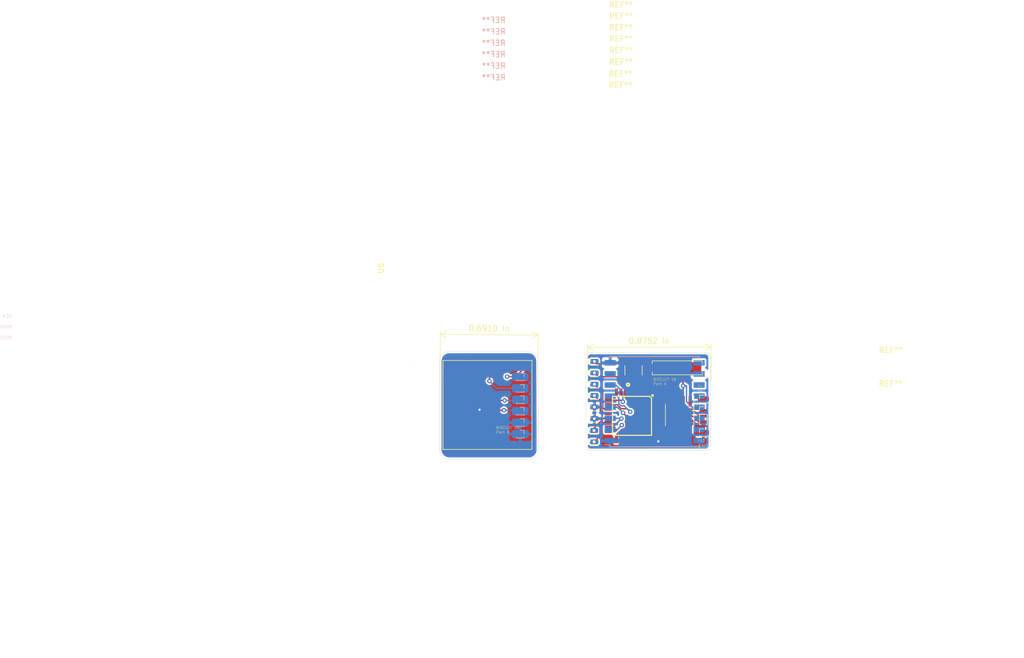
<source format=kicad_pcb>
(kicad_pcb (version 20171130) (host pcbnew "(5.1.5)-3")

  (general
    (thickness 1.6)
    (drawings 25)
    (tracks 207)
    (zones 0)
    (modules 23)
    (nets 38)
  )

  (page A4)
  (layers
    (0 F.Cu signal)
    (31 B.Cu signal)
    (32 B.Adhes user)
    (33 F.Adhes user)
    (34 B.Paste user)
    (35 F.Paste user)
    (36 B.SilkS user)
    (37 F.SilkS user)
    (38 B.Mask user)
    (39 F.Mask user)
    (40 Dwgs.User user)
    (41 Cmts.User user)
    (42 Eco1.User user)
    (43 Eco2.User user)
    (44 Edge.Cuts user)
    (45 Margin user)
    (46 B.CrtYd user)
    (47 F.CrtYd user)
    (48 B.Fab user)
    (49 F.Fab user)
  )

  (setup
    (last_trace_width 0.25)
    (trace_clearance 0.2)
    (zone_clearance 0.308)
    (zone_45_only no)
    (trace_min 0.2)
    (via_size 0.8)
    (via_drill 0.4)
    (via_min_size 0.4)
    (via_min_drill 0.3)
    (uvia_size 0.3)
    (uvia_drill 0.1)
    (uvias_allowed no)
    (uvia_min_size 0.2)
    (uvia_min_drill 0.1)
    (edge_width 0.05)
    (segment_width 0.2)
    (pcb_text_width 0.3)
    (pcb_text_size 1.5 1.5)
    (mod_edge_width 0.12)
    (mod_text_size 1 1)
    (mod_text_width 0.15)
    (pad_size 1.5 0.85)
    (pad_drill 0.5)
    (pad_to_mask_clearance 0.051)
    (solder_mask_min_width 0.25)
    (aux_axis_origin 0 0)
    (visible_elements 7FFFFF7F)
    (pcbplotparams
      (layerselection 0x010fc_ffffffff)
      (usegerberextensions false)
      (usegerberattributes false)
      (usegerberadvancedattributes false)
      (creategerberjobfile false)
      (excludeedgelayer true)
      (linewidth 0.100000)
      (plotframeref false)
      (viasonmask false)
      (mode 1)
      (useauxorigin false)
      (hpglpennumber 1)
      (hpglpenspeed 20)
      (hpglpendiameter 15.000000)
      (psnegative false)
      (psa4output false)
      (plotreference true)
      (plotvalue true)
      (plotinvisibletext false)
      (padsonsilk false)
      (subtractmaskfromsilk false)
      (outputformat 1)
      (mirror false)
      (drillshape 0)
      (scaleselection 1)
      (outputdirectory "D:/KiCad/Gerber files/Biscuitv6/"))
  )

  (net 0 "")
  (net 1 GND)
  (net 2 VCC)
  (net 3 SCK)
  (net 4 A5)
  (net 5 A4)
  (net 6 D2)
  (net 7 D7)
  (net 8 D10)
  (net 9 D9)
  (net 10 TXO)
  (net 11 RXI)
  (net 12 A3)
  (net 13 A2)
  (net 14 A1)
  (net 15 A0)
  (net 16 A7)
  (net 17 A6)
  (net 18 MISO)
  (net 19 MOSI)
  (net 20 D8)
  (net 21 D6)
  (net 22 D5)
  (net 23 D4)
  (net 24 D3)
  (net 25 "Net-(U3-Pad16)")
  (net 26 "Net-(U3-Pad15)")
  (net 27 "Net-(U3-Pad12)")
  (net 28 "Net-(U3-Pad11)")
  (net 29 "Net-(U3-Pad9)")
  (net 30 "Net-(U3-Pad7)")
  (net 31 "Net-(U1-Pad8)")
  (net 32 "Net-(U1-Pad7)")
  (net 33 "Net-(U2-Pad6)")
  (net 34 "Net-(U2-Pad4)")
  (net 35 "Net-(U2-Pad1)")
  (net 36 "Net-(U3-Pad14)")
  (net 37 GPSPOW)

  (net_class Default "This is the default net class."
    (clearance 0.2)
    (trace_width 0.25)
    (via_dia 0.8)
    (via_drill 0.4)
    (uvia_dia 0.3)
    (uvia_drill 0.1)
    (add_net A0)
    (add_net A1)
    (add_net A2)
    (add_net A3)
    (add_net A4)
    (add_net A5)
    (add_net A6)
    (add_net A7)
    (add_net D10)
    (add_net D2)
    (add_net D3)
    (add_net D4)
    (add_net D5)
    (add_net D6)
    (add_net D7)
    (add_net D8)
    (add_net D9)
    (add_net GND)
    (add_net GPSPOW)
    (add_net MISO)
    (add_net MOSI)
    (add_net "Net-(U1-Pad7)")
    (add_net "Net-(U1-Pad8)")
    (add_net "Net-(U2-Pad1)")
    (add_net "Net-(U2-Pad4)")
    (add_net "Net-(U2-Pad6)")
    (add_net "Net-(U3-Pad11)")
    (add_net "Net-(U3-Pad12)")
    (add_net "Net-(U3-Pad14)")
    (add_net "Net-(U3-Pad15)")
    (add_net "Net-(U3-Pad16)")
    (add_net "Net-(U3-Pad7)")
    (add_net "Net-(U3-Pad9)")
    (add_net RXI)
    (add_net SCK)
    (add_net TXO)
    (add_net VCC)
  )

  (module Connector_PinHeader_1.00mm:PinHeader_1x01_P1.00mm_Vertical (layer B.Cu) (tedit 5EAF3C7D) (tstamp 5EB0C7DA)
    (at 171.67 133.45 180)
    (descr "Through hole straight pin header, 1x01, 1.00mm pitch, single row")
    (tags "Through hole pin header THT 1x01 1.00mm single row")
    (fp_text reference REF** (at 4.78 64.16) (layer B.SilkS)
      (effects (font (size 1 1) (thickness 0.15)) (justify mirror))
    )
    (fp_text value PinHeader_1x01_P1.00mm_Vertical (at -6.84 -37.54) (layer B.Fab)
      (effects (font (size 1 1) (thickness 0.15)) (justify mirror))
    )
    (fp_line (start -0.3175 0.5) (end 0.635 0.5) (layer B.Fab) (width 0.1))
    (fp_line (start 0.635 0.5) (end 0.635 -0.5) (layer B.Fab) (width 0.1))
    (fp_line (start 0.635 -0.5) (end -0.635 -0.5) (layer B.Fab) (width 0.1))
    (fp_line (start -0.635 -0.5) (end -0.635 0.1825) (layer B.Fab) (width 0.1))
    (fp_line (start -0.635 0.1825) (end -0.3175 0.5) (layer B.Fab) (width 0.1))
    (fp_line (start -0.695 -0.685) (end 0.695 -0.685) (layer B.SilkS) (width 0.12))
    (fp_line (start -0.695 -0.685) (end -0.695 -0.56) (layer B.SilkS) (width 0.12))
    (fp_line (start 0.695 -0.685) (end 0.695 -0.56) (layer B.SilkS) (width 0.12))
    (fp_line (start -0.695 -0.685) (end -0.608276 -0.685) (layer B.SilkS) (width 0.12))
    (fp_line (start 0.608276 -0.685) (end 0.695 -0.685) (layer B.SilkS) (width 0.12))
    (fp_line (start -0.695 0) (end -0.695 0.685) (layer B.SilkS) (width 0.12))
    (fp_line (start -0.695 0.685) (end 0 0.685) (layer B.SilkS) (width 0.12))
    (fp_line (start -1.15 1) (end -1.15 -1) (layer B.CrtYd) (width 0.05))
    (fp_line (start -1.15 -1) (end 1.15 -1) (layer B.CrtYd) (width 0.05))
    (fp_line (start 1.15 -1) (end 1.15 1) (layer B.CrtYd) (width 0.05))
    (fp_line (start 1.15 1) (end -1.15 1) (layer B.CrtYd) (width 0.05))
    (fp_text user %R (at 12.48 -37.21 270) (layer B.Fab)
      (effects (font (size 0.76 0.76) (thickness 0.114)) (justify mirror))
    )
    (pad 1 smd roundrect (at 0 0 180) (size 3 1.5) (layers B.Cu B.Paste B.Mask) (roundrect_rratio 0.25)
      (net 37 GPSPOW))
    (model ${KISYS3DMOD}/Connector_PinHeader_1.00mm.3dshapes/PinHeader_1x01_P1.00mm_Vertical.wrl
      (at (xyz 0 0 0))
      (scale (xyz 1 1 1))
      (rotate (xyz 0 0 0))
    )
  )

  (module Connector_PinHeader_1.00mm:PinHeader_1x01_P1.00mm_Vertical (layer B.Cu) (tedit 5EAF423B) (tstamp 5EB0C7C5)
    (at 171.67 143.75 180)
    (descr "Through hole straight pin header, 1x01, 1.00mm pitch, single row")
    (tags "Through hole pin header THT 1x01 1.00mm single row")
    (fp_text reference REF** (at 4.78 64.16) (layer B.SilkS)
      (effects (font (size 1 1) (thickness 0.15)) (justify mirror))
    )
    (fp_text value PinHeader_1x01_P1.00mm_Vertical (at -6.84 -37.54) (layer B.Fab)
      (effects (font (size 1 1) (thickness 0.15)) (justify mirror))
    )
    (fp_line (start -0.3175 0.5) (end 0.635 0.5) (layer B.Fab) (width 0.1))
    (fp_line (start 0.635 0.5) (end 0.635 -0.5) (layer B.Fab) (width 0.1))
    (fp_line (start 0.635 -0.5) (end -0.635 -0.5) (layer B.Fab) (width 0.1))
    (fp_line (start -0.635 -0.5) (end -0.635 0.1825) (layer B.Fab) (width 0.1))
    (fp_line (start -0.635 0.1825) (end -0.3175 0.5) (layer B.Fab) (width 0.1))
    (fp_line (start -0.695 -0.685) (end 0.695 -0.685) (layer B.SilkS) (width 0.12))
    (fp_line (start -0.695 -0.685) (end -0.695 -0.56) (layer B.SilkS) (width 0.12))
    (fp_line (start 0.695 -0.685) (end 0.695 -0.56) (layer B.SilkS) (width 0.12))
    (fp_line (start -0.695 -0.685) (end -0.608276 -0.685) (layer B.SilkS) (width 0.12))
    (fp_line (start 0.608276 -0.685) (end 0.695 -0.685) (layer B.SilkS) (width 0.12))
    (fp_line (start -0.695 0) (end -0.695 0.685) (layer B.SilkS) (width 0.12))
    (fp_line (start -0.695 0.685) (end 0 0.685) (layer B.SilkS) (width 0.12))
    (fp_line (start -1.15 1) (end -1.15 -1) (layer B.CrtYd) (width 0.05))
    (fp_line (start -1.15 -1) (end 1.15 -1) (layer B.CrtYd) (width 0.05))
    (fp_line (start 1.15 -1) (end 1.15 1) (layer B.CrtYd) (width 0.05))
    (fp_line (start 1.15 1) (end -1.15 1) (layer B.CrtYd) (width 0.05))
    (fp_text user %R (at 12.48 -37.21 270) (layer B.Fab)
      (effects (font (size 0.76 0.76) (thickness 0.114)) (justify mirror))
    )
    (pad 6 smd roundrect (at 0 0 180) (size 3 1.5) (layers B.Cu B.Paste B.Mask) (roundrect_rratio 0.25)
      (net 1 GND))
    (model ${KISYS3DMOD}/Connector_PinHeader_1.00mm.3dshapes/PinHeader_1x01_P1.00mm_Vertical.wrl
      (at (xyz 0 0 0))
      (scale (xyz 1 1 1))
      (rotate (xyz 0 0 0))
    )
  )

  (module Connector_PinHeader_1.00mm:PinHeader_1x01_P1.00mm_Vertical (layer B.Cu) (tedit 5EAF3DA2) (tstamp 5EB0C7B0)
    (at 171.66 139.61 180)
    (descr "Through hole straight pin header, 1x01, 1.00mm pitch, single row")
    (tags "Through hole pin header THT 1x01 1.00mm single row")
    (fp_text reference REF** (at 4.78 64.16) (layer B.SilkS)
      (effects (font (size 1 1) (thickness 0.15)) (justify mirror))
    )
    (fp_text value PinHeader_1x01_P1.00mm_Vertical (at -6.84 -37.54) (layer B.Fab)
      (effects (font (size 1 1) (thickness 0.15)) (justify mirror))
    )
    (fp_text user %R (at 12.48 -37.21 270) (layer B.Fab)
      (effects (font (size 0.76 0.76) (thickness 0.114)) (justify mirror))
    )
    (fp_line (start 1.15 1) (end -1.15 1) (layer B.CrtYd) (width 0.05))
    (fp_line (start 1.15 -1) (end 1.15 1) (layer B.CrtYd) (width 0.05))
    (fp_line (start -1.15 -1) (end 1.15 -1) (layer B.CrtYd) (width 0.05))
    (fp_line (start -1.15 1) (end -1.15 -1) (layer B.CrtYd) (width 0.05))
    (fp_line (start -0.695 0.685) (end 0 0.685) (layer B.SilkS) (width 0.12))
    (fp_line (start -0.695 0) (end -0.695 0.685) (layer B.SilkS) (width 0.12))
    (fp_line (start 0.608276 -0.685) (end 0.695 -0.685) (layer B.SilkS) (width 0.12))
    (fp_line (start -0.695 -0.685) (end -0.608276 -0.685) (layer B.SilkS) (width 0.12))
    (fp_line (start 0.695 -0.685) (end 0.695 -0.56) (layer B.SilkS) (width 0.12))
    (fp_line (start -0.695 -0.685) (end -0.695 -0.56) (layer B.SilkS) (width 0.12))
    (fp_line (start -0.695 -0.685) (end 0.695 -0.685) (layer B.SilkS) (width 0.12))
    (fp_line (start -0.635 0.1825) (end -0.3175 0.5) (layer B.Fab) (width 0.1))
    (fp_line (start -0.635 -0.5) (end -0.635 0.1825) (layer B.Fab) (width 0.1))
    (fp_line (start 0.635 -0.5) (end -0.635 -0.5) (layer B.Fab) (width 0.1))
    (fp_line (start 0.635 0.5) (end 0.635 -0.5) (layer B.Fab) (width 0.1))
    (fp_line (start -0.3175 0.5) (end 0.635 0.5) (layer B.Fab) (width 0.1))
    (pad 4 smd roundrect (at 0 0 180) (size 3 1.5) (layers B.Cu B.Paste B.Mask) (roundrect_rratio 0.25)
      (net 20 D8))
    (model ${KISYS3DMOD}/Connector_PinHeader_1.00mm.3dshapes/PinHeader_1x01_P1.00mm_Vertical.wrl
      (at (xyz 0 0 0))
      (scale (xyz 1 1 1))
      (rotate (xyz 0 0 0))
    )
  )

  (module Connector_PinHeader_1.00mm:PinHeader_1x01_P1.00mm_Vertical (layer B.Cu) (tedit 5EAF3D06) (tstamp 5EB0C79B)
    (at 171.66 135.52 180)
    (descr "Through hole straight pin header, 1x01, 1.00mm pitch, single row")
    (tags "Through hole pin header THT 1x01 1.00mm single row")
    (fp_text reference REF** (at 4.78 64.16) (layer B.SilkS)
      (effects (font (size 1 1) (thickness 0.15)) (justify mirror))
    )
    (fp_text value PinHeader_1x01_P1.00mm_Vertical (at -6.84 -37.54) (layer B.Fab)
      (effects (font (size 1 1) (thickness 0.15)) (justify mirror))
    )
    (fp_text user %R (at 12.48 -37.21 270) (layer B.Fab)
      (effects (font (size 0.76 0.76) (thickness 0.114)) (justify mirror))
    )
    (fp_line (start 1.15 1) (end -1.15 1) (layer B.CrtYd) (width 0.05))
    (fp_line (start 1.15 -1) (end 1.15 1) (layer B.CrtYd) (width 0.05))
    (fp_line (start -1.15 -1) (end 1.15 -1) (layer B.CrtYd) (width 0.05))
    (fp_line (start -1.15 1) (end -1.15 -1) (layer B.CrtYd) (width 0.05))
    (fp_line (start -0.695 0.685) (end 0 0.685) (layer B.SilkS) (width 0.12))
    (fp_line (start -0.695 0) (end -0.695 0.685) (layer B.SilkS) (width 0.12))
    (fp_line (start 0.608276 -0.685) (end 0.695 -0.685) (layer B.SilkS) (width 0.12))
    (fp_line (start -0.695 -0.685) (end -0.608276 -0.685) (layer B.SilkS) (width 0.12))
    (fp_line (start 0.695 -0.685) (end 0.695 -0.56) (layer B.SilkS) (width 0.12))
    (fp_line (start -0.695 -0.685) (end -0.695 -0.56) (layer B.SilkS) (width 0.12))
    (fp_line (start -0.695 -0.685) (end 0.695 -0.685) (layer B.SilkS) (width 0.12))
    (fp_line (start -0.635 0.1825) (end -0.3175 0.5) (layer B.Fab) (width 0.1))
    (fp_line (start -0.635 -0.5) (end -0.635 0.1825) (layer B.Fab) (width 0.1))
    (fp_line (start 0.635 -0.5) (end -0.635 -0.5) (layer B.Fab) (width 0.1))
    (fp_line (start 0.635 0.5) (end 0.635 -0.5) (layer B.Fab) (width 0.1))
    (fp_line (start -0.3175 0.5) (end 0.635 0.5) (layer B.Fab) (width 0.1))
    (pad 2 smd roundrect (at 0 0 180) (size 3 1.5) (layers B.Cu B.Paste B.Mask) (roundrect_rratio 0.25)
      (net 2 VCC))
    (model ${KISYS3DMOD}/Connector_PinHeader_1.00mm.3dshapes/PinHeader_1x01_P1.00mm_Vertical.wrl
      (at (xyz 0 0 0))
      (scale (xyz 1 1 1))
      (rotate (xyz 0 0 0))
    )
  )

  (module Connector_PinHeader_1.00mm:PinHeader_1x01_P1.00mm_Vertical (layer B.Cu) (tedit 5EAF3DBE) (tstamp 5EB0C786)
    (at 171.67 141.67 180)
    (descr "Through hole straight pin header, 1x01, 1.00mm pitch, single row")
    (tags "Through hole pin header THT 1x01 1.00mm single row")
    (fp_text reference REF** (at 4.78 64.16) (layer B.SilkS)
      (effects (font (size 1 1) (thickness 0.15)) (justify mirror))
    )
    (fp_text value PinHeader_1x01_P1.00mm_Vertical (at -6.84 -37.54) (layer B.Fab)
      (effects (font (size 1 1) (thickness 0.15)) (justify mirror))
    )
    (fp_text user %R (at 12.48 -37.21 270) (layer B.Fab)
      (effects (font (size 0.76 0.76) (thickness 0.114)) (justify mirror))
    )
    (fp_line (start 1.15 1) (end -1.15 1) (layer B.CrtYd) (width 0.05))
    (fp_line (start 1.15 -1) (end 1.15 1) (layer B.CrtYd) (width 0.05))
    (fp_line (start -1.15 -1) (end 1.15 -1) (layer B.CrtYd) (width 0.05))
    (fp_line (start -1.15 1) (end -1.15 -1) (layer B.CrtYd) (width 0.05))
    (fp_line (start -0.695 0.685) (end 0 0.685) (layer B.SilkS) (width 0.12))
    (fp_line (start -0.695 0) (end -0.695 0.685) (layer B.SilkS) (width 0.12))
    (fp_line (start 0.608276 -0.685) (end 0.695 -0.685) (layer B.SilkS) (width 0.12))
    (fp_line (start -0.695 -0.685) (end -0.608276 -0.685) (layer B.SilkS) (width 0.12))
    (fp_line (start 0.695 -0.685) (end 0.695 -0.56) (layer B.SilkS) (width 0.12))
    (fp_line (start -0.695 -0.685) (end -0.695 -0.56) (layer B.SilkS) (width 0.12))
    (fp_line (start -0.695 -0.685) (end 0.695 -0.685) (layer B.SilkS) (width 0.12))
    (fp_line (start -0.635 0.1825) (end -0.3175 0.5) (layer B.Fab) (width 0.1))
    (fp_line (start -0.635 -0.5) (end -0.635 0.1825) (layer B.Fab) (width 0.1))
    (fp_line (start 0.635 -0.5) (end -0.635 -0.5) (layer B.Fab) (width 0.1))
    (fp_line (start 0.635 0.5) (end 0.635 -0.5) (layer B.Fab) (width 0.1))
    (fp_line (start -0.3175 0.5) (end 0.635 0.5) (layer B.Fab) (width 0.1))
    (pad 5 smd roundrect (at 0 0 180) (size 3 1.5) (layers B.Cu B.Paste B.Mask) (roundrect_rratio 0.25)
      (net 1 GND))
    (model ${KISYS3DMOD}/Connector_PinHeader_1.00mm.3dshapes/PinHeader_1x01_P1.00mm_Vertical.wrl
      (at (xyz 0 0 0))
      (scale (xyz 1 1 1))
      (rotate (xyz 0 0 0))
    )
  )

  (module Connector_PinHeader_1.00mm:PinHeader_1x01_P1.00mm_Vertical (layer B.Cu) (tedit 5EAF3D8E) (tstamp 5EB0C771)
    (at 171.66 137.57 180)
    (descr "Through hole straight pin header, 1x01, 1.00mm pitch, single row")
    (tags "Through hole pin header THT 1x01 1.00mm single row")
    (fp_text reference REF** (at 4.78 64.16) (layer B.SilkS)
      (effects (font (size 1 1) (thickness 0.15)) (justify mirror))
    )
    (fp_text value PinHeader_1x01_P1.00mm_Vertical (at -6.84 -37.54) (layer B.Fab)
      (effects (font (size 1 1) (thickness 0.15)) (justify mirror))
    )
    (fp_text user %R (at 12.48 -37.21 270) (layer B.Fab)
      (effects (font (size 0.76 0.76) (thickness 0.114)) (justify mirror))
    )
    (fp_line (start 1.15 1) (end -1.15 1) (layer B.CrtYd) (width 0.05))
    (fp_line (start 1.15 -1) (end 1.15 1) (layer B.CrtYd) (width 0.05))
    (fp_line (start -1.15 -1) (end 1.15 -1) (layer B.CrtYd) (width 0.05))
    (fp_line (start -1.15 1) (end -1.15 -1) (layer B.CrtYd) (width 0.05))
    (fp_line (start -0.695 0.685) (end 0 0.685) (layer B.SilkS) (width 0.12))
    (fp_line (start -0.695 0) (end -0.695 0.685) (layer B.SilkS) (width 0.12))
    (fp_line (start 0.608276 -0.685) (end 0.695 -0.685) (layer B.SilkS) (width 0.12))
    (fp_line (start -0.695 -0.685) (end -0.608276 -0.685) (layer B.SilkS) (width 0.12))
    (fp_line (start 0.695 -0.685) (end 0.695 -0.56) (layer B.SilkS) (width 0.12))
    (fp_line (start -0.695 -0.685) (end -0.695 -0.56) (layer B.SilkS) (width 0.12))
    (fp_line (start -0.695 -0.685) (end 0.695 -0.685) (layer B.SilkS) (width 0.12))
    (fp_line (start -0.635 0.1825) (end -0.3175 0.5) (layer B.Fab) (width 0.1))
    (fp_line (start -0.635 -0.5) (end -0.635 0.1825) (layer B.Fab) (width 0.1))
    (fp_line (start 0.635 -0.5) (end -0.635 -0.5) (layer B.Fab) (width 0.1))
    (fp_line (start 0.635 0.5) (end 0.635 -0.5) (layer B.Fab) (width 0.1))
    (fp_line (start -0.3175 0.5) (end 0.635 0.5) (layer B.Fab) (width 0.1))
    (pad 3 smd roundrect (at 0 0 180) (size 3 1.5) (layers B.Cu B.Paste B.Mask) (roundrect_rratio 0.25)
      (net 7 D7))
    (model ${KISYS3DMOD}/Connector_PinHeader_1.00mm.3dshapes/PinHeader_1x01_P1.00mm_Vertical.wrl
      (at (xyz 0 0 0))
      (scale (xyz 1 1 1))
      (rotate (xyz 0 0 0))
    )
  )

  (module Connector_PinHeader_1.00mm:PinHeader_1x01_P1.00mm_Vertical (layer F.Cu) (tedit 5EAF26F4) (tstamp 5EB0C119)
    (at 184.99 140.96)
    (descr "Through hole straight pin header, 1x01, 1.00mm pitch, single row")
    (tags "Through hole pin header THT 1x01 1.00mm single row")
    (fp_text reference REF** (at 4.78 -64.16) (layer F.SilkS)
      (effects (font (size 1 1) (thickness 0.15)))
    )
    (fp_text value PinHeader_1x01_P1.00mm_Vertical (at -6.84 37.54) (layer F.Fab)
      (effects (font (size 1 1) (thickness 0.15)))
    )
    (fp_text user %R (at 12.48 37.21 90) (layer F.Fab)
      (effects (font (size 0.76 0.76) (thickness 0.114)))
    )
    (fp_line (start 1.15 -1) (end -1.15 -1) (layer F.CrtYd) (width 0.05))
    (fp_line (start 1.15 1) (end 1.15 -1) (layer F.CrtYd) (width 0.05))
    (fp_line (start -1.15 1) (end 1.15 1) (layer F.CrtYd) (width 0.05))
    (fp_line (start -1.15 -1) (end -1.15 1) (layer F.CrtYd) (width 0.05))
    (fp_line (start -0.695 -0.685) (end 0 -0.685) (layer F.SilkS) (width 0.12))
    (fp_line (start -0.695 0) (end -0.695 -0.685) (layer F.SilkS) (width 0.12))
    (fp_line (start 0.608276 0.685) (end 0.695 0.685) (layer F.SilkS) (width 0.12))
    (fp_line (start -0.695 0.685) (end -0.608276 0.685) (layer F.SilkS) (width 0.12))
    (fp_line (start 0.695 0.685) (end 0.695 0.56) (layer F.SilkS) (width 0.12))
    (fp_line (start -0.695 0.685) (end -0.695 0.56) (layer F.SilkS) (width 0.12))
    (fp_line (start -0.695 0.685) (end 0.695 0.685) (layer F.SilkS) (width 0.12))
    (fp_line (start -0.635 -0.1825) (end -0.3175 -0.5) (layer F.Fab) (width 0.1))
    (fp_line (start -0.635 0.5) (end -0.635 -0.1825) (layer F.Fab) (width 0.1))
    (fp_line (start 0.635 0.5) (end -0.635 0.5) (layer F.Fab) (width 0.1))
    (fp_line (start 0.635 -0.5) (end 0.635 0.5) (layer F.Fab) (width 0.1))
    (fp_line (start -0.3175 -0.5) (end 0.635 -0.5) (layer F.Fab) (width 0.1))
    (pad 6 thru_hole roundrect (at 0 0) (size 1.5 0.85) (drill 0.5) (layers *.Cu *.Mask) (roundrect_rratio 0.25)
      (net 1 GND))
    (model ${KISYS3DMOD}/Connector_PinHeader_1.00mm.3dshapes/PinHeader_1x01_P1.00mm_Vertical.wrl
      (at (xyz 0 0 0))
      (scale (xyz 1 1 1))
      (rotate (xyz 0 0 0))
    )
  )

  (module Connector_PinHeader_1.00mm:PinHeader_1x01_P1.00mm_Vertical (layer F.Cu) (tedit 5EAF26EF) (tstamp 5EB0B8A2)
    (at 184.99 138.88)
    (descr "Through hole straight pin header, 1x01, 1.00mm pitch, single row")
    (tags "Through hole pin header THT 1x01 1.00mm single row")
    (fp_text reference REF** (at 4.78 -64.16) (layer F.SilkS)
      (effects (font (size 1 1) (thickness 0.15)))
    )
    (fp_text value PinHeader_1x01_P1.00mm_Vertical (at -6.84 37.54) (layer F.Fab)
      (effects (font (size 1 1) (thickness 0.15)))
    )
    (fp_line (start -0.3175 -0.5) (end 0.635 -0.5) (layer F.Fab) (width 0.1))
    (fp_line (start 0.635 -0.5) (end 0.635 0.5) (layer F.Fab) (width 0.1))
    (fp_line (start 0.635 0.5) (end -0.635 0.5) (layer F.Fab) (width 0.1))
    (fp_line (start -0.635 0.5) (end -0.635 -0.1825) (layer F.Fab) (width 0.1))
    (fp_line (start -0.635 -0.1825) (end -0.3175 -0.5) (layer F.Fab) (width 0.1))
    (fp_line (start -0.695 0.685) (end 0.695 0.685) (layer F.SilkS) (width 0.12))
    (fp_line (start -0.695 0.685) (end -0.695 0.56) (layer F.SilkS) (width 0.12))
    (fp_line (start 0.695 0.685) (end 0.695 0.56) (layer F.SilkS) (width 0.12))
    (fp_line (start -0.695 0.685) (end -0.608276 0.685) (layer F.SilkS) (width 0.12))
    (fp_line (start 0.608276 0.685) (end 0.695 0.685) (layer F.SilkS) (width 0.12))
    (fp_line (start -0.695 0) (end -0.695 -0.685) (layer F.SilkS) (width 0.12))
    (fp_line (start -0.695 -0.685) (end 0 -0.685) (layer F.SilkS) (width 0.12))
    (fp_line (start -1.15 -1) (end -1.15 1) (layer F.CrtYd) (width 0.05))
    (fp_line (start -1.15 1) (end 1.15 1) (layer F.CrtYd) (width 0.05))
    (fp_line (start 1.15 1) (end 1.15 -1) (layer F.CrtYd) (width 0.05))
    (fp_line (start 1.15 -1) (end -1.15 -1) (layer F.CrtYd) (width 0.05))
    (fp_text user %R (at 12.48 37.21 90) (layer F.Fab)
      (effects (font (size 0.76 0.76) (thickness 0.114)))
    )
    (pad 5 thru_hole roundrect (at 0 0) (size 1.5 0.85) (drill 0.5) (layers *.Cu *.Mask) (roundrect_rratio 0.25)
      (net 1 GND))
    (model ${KISYS3DMOD}/Connector_PinHeader_1.00mm.3dshapes/PinHeader_1x01_P1.00mm_Vertical.wrl
      (at (xyz 0 0 0))
      (scale (xyz 1 1 1))
      (rotate (xyz 0 0 0))
    )
  )

  (module Connector_PinHeader_1.00mm:PinHeader_1x01_P1.00mm_Vertical (layer F.Cu) (tedit 5EAF2701) (tstamp 5EB0B8A2)
    (at 184.95 145.14)
    (descr "Through hole straight pin header, 1x01, 1.00mm pitch, single row")
    (tags "Through hole pin header THT 1x01 1.00mm single row")
    (fp_text reference REF** (at 4.78 -64.16) (layer F.SilkS)
      (effects (font (size 1 1) (thickness 0.15)))
    )
    (fp_text value PinHeader_1x01_P1.00mm_Vertical (at -6.84 37.54) (layer F.Fab)
      (effects (font (size 1 1) (thickness 0.15)))
    )
    (fp_line (start -0.3175 -0.5) (end 0.635 -0.5) (layer F.Fab) (width 0.1))
    (fp_line (start 0.635 -0.5) (end 0.635 0.5) (layer F.Fab) (width 0.1))
    (fp_line (start 0.635 0.5) (end -0.635 0.5) (layer F.Fab) (width 0.1))
    (fp_line (start -0.635 0.5) (end -0.635 -0.1825) (layer F.Fab) (width 0.1))
    (fp_line (start -0.635 -0.1825) (end -0.3175 -0.5) (layer F.Fab) (width 0.1))
    (fp_line (start -0.695 0.685) (end 0.695 0.685) (layer F.SilkS) (width 0.12))
    (fp_line (start -0.695 0.685) (end -0.695 0.56) (layer F.SilkS) (width 0.12))
    (fp_line (start 0.695 0.685) (end 0.695 0.56) (layer F.SilkS) (width 0.12))
    (fp_line (start -0.695 0.685) (end -0.608276 0.685) (layer F.SilkS) (width 0.12))
    (fp_line (start 0.608276 0.685) (end 0.695 0.685) (layer F.SilkS) (width 0.12))
    (fp_line (start -0.695 0) (end -0.695 -0.685) (layer F.SilkS) (width 0.12))
    (fp_line (start -0.695 -0.685) (end 0 -0.685) (layer F.SilkS) (width 0.12))
    (fp_line (start -1.15 -1) (end -1.15 1) (layer F.CrtYd) (width 0.05))
    (fp_line (start -1.15 1) (end 1.15 1) (layer F.CrtYd) (width 0.05))
    (fp_line (start 1.15 1) (end 1.15 -1) (layer F.CrtYd) (width 0.05))
    (fp_line (start 1.15 -1) (end -1.15 -1) (layer F.CrtYd) (width 0.05))
    (fp_text user %R (at 12.48 37.21 90) (layer F.Fab)
      (effects (font (size 0.76 0.76) (thickness 0.114)))
    )
    (pad 8 thru_hole roundrect (at 0 0) (size 1.5 0.85) (drill 0.5) (layers *.Cu *.Mask) (roundrect_rratio 0.25)
      (net 8 D10))
    (model ${KISYS3DMOD}/Connector_PinHeader_1.00mm.3dshapes/PinHeader_1x01_P1.00mm_Vertical.wrl
      (at (xyz 0 0 0))
      (scale (xyz 1 1 1))
      (rotate (xyz 0 0 0))
    )
  )

  (module Connector_PinHeader_1.00mm:PinHeader_1x01_P1.00mm_Vertical (layer F.Cu) (tedit 5EAF26FB) (tstamp 5EB0B8A2)
    (at 184.93 143.1)
    (descr "Through hole straight pin header, 1x01, 1.00mm pitch, single row")
    (tags "Through hole pin header THT 1x01 1.00mm single row")
    (fp_text reference REF** (at 4.78 -64.16) (layer F.SilkS)
      (effects (font (size 1 1) (thickness 0.15)))
    )
    (fp_text value PinHeader_1x01_P1.00mm_Vertical (at -6.84 37.54) (layer F.Fab)
      (effects (font (size 1 1) (thickness 0.15)))
    )
    (fp_line (start -0.3175 -0.5) (end 0.635 -0.5) (layer F.Fab) (width 0.1))
    (fp_line (start 0.635 -0.5) (end 0.635 0.5) (layer F.Fab) (width 0.1))
    (fp_line (start 0.635 0.5) (end -0.635 0.5) (layer F.Fab) (width 0.1))
    (fp_line (start -0.635 0.5) (end -0.635 -0.1825) (layer F.Fab) (width 0.1))
    (fp_line (start -0.635 -0.1825) (end -0.3175 -0.5) (layer F.Fab) (width 0.1))
    (fp_line (start -0.695 0.685) (end 0.695 0.685) (layer F.SilkS) (width 0.12))
    (fp_line (start -0.695 0.685) (end -0.695 0.56) (layer F.SilkS) (width 0.12))
    (fp_line (start 0.695 0.685) (end 0.695 0.56) (layer F.SilkS) (width 0.12))
    (fp_line (start -0.695 0.685) (end -0.608276 0.685) (layer F.SilkS) (width 0.12))
    (fp_line (start 0.608276 0.685) (end 0.695 0.685) (layer F.SilkS) (width 0.12))
    (fp_line (start -0.695 0) (end -0.695 -0.685) (layer F.SilkS) (width 0.12))
    (fp_line (start -0.695 -0.685) (end 0 -0.685) (layer F.SilkS) (width 0.12))
    (fp_line (start -1.15 -1) (end -1.15 1) (layer F.CrtYd) (width 0.05))
    (fp_line (start -1.15 1) (end 1.15 1) (layer F.CrtYd) (width 0.05))
    (fp_line (start 1.15 1) (end 1.15 -1) (layer F.CrtYd) (width 0.05))
    (fp_line (start 1.15 -1) (end -1.15 -1) (layer F.CrtYd) (width 0.05))
    (fp_text user %R (at 12.48 37.21 90) (layer F.Fab)
      (effects (font (size 0.76 0.76) (thickness 0.114)))
    )
    (pad 7 thru_hole roundrect (at 0 0) (size 1.5 0.85) (drill 0.5) (layers *.Cu *.Mask) (roundrect_rratio 0.25)
      (net 9 D9))
    (model ${KISYS3DMOD}/Connector_PinHeader_1.00mm.3dshapes/PinHeader_1x01_P1.00mm_Vertical.wrl
      (at (xyz 0 0 0))
      (scale (xyz 1 1 1))
      (rotate (xyz 0 0 0))
    )
  )

  (module Connector_PinHeader_1.00mm:PinHeader_1x01_P1.00mm_Vertical (layer F.Cu) (tedit 5EAF26E9) (tstamp 5EB0B8A2)
    (at 185 136.82)
    (descr "Through hole straight pin header, 1x01, 1.00mm pitch, single row")
    (tags "Through hole pin header THT 1x01 1.00mm single row")
    (fp_text reference REF** (at 4.78 -64.16) (layer F.SilkS)
      (effects (font (size 1 1) (thickness 0.15)))
    )
    (fp_text value PinHeader_1x01_P1.00mm_Vertical (at -6.84 37.54) (layer F.Fab)
      (effects (font (size 1 1) (thickness 0.15)))
    )
    (fp_line (start -0.3175 -0.5) (end 0.635 -0.5) (layer F.Fab) (width 0.1))
    (fp_line (start 0.635 -0.5) (end 0.635 0.5) (layer F.Fab) (width 0.1))
    (fp_line (start 0.635 0.5) (end -0.635 0.5) (layer F.Fab) (width 0.1))
    (fp_line (start -0.635 0.5) (end -0.635 -0.1825) (layer F.Fab) (width 0.1))
    (fp_line (start -0.635 -0.1825) (end -0.3175 -0.5) (layer F.Fab) (width 0.1))
    (fp_line (start -0.695 0.685) (end 0.695 0.685) (layer F.SilkS) (width 0.12))
    (fp_line (start -0.695 0.685) (end -0.695 0.56) (layer F.SilkS) (width 0.12))
    (fp_line (start 0.695 0.685) (end 0.695 0.56) (layer F.SilkS) (width 0.12))
    (fp_line (start -0.695 0.685) (end -0.608276 0.685) (layer F.SilkS) (width 0.12))
    (fp_line (start 0.608276 0.685) (end 0.695 0.685) (layer F.SilkS) (width 0.12))
    (fp_line (start -0.695 0) (end -0.695 -0.685) (layer F.SilkS) (width 0.12))
    (fp_line (start -0.695 -0.685) (end 0 -0.685) (layer F.SilkS) (width 0.12))
    (fp_line (start -1.15 -1) (end -1.15 1) (layer F.CrtYd) (width 0.05))
    (fp_line (start -1.15 1) (end 1.15 1) (layer F.CrtYd) (width 0.05))
    (fp_line (start 1.15 1) (end 1.15 -1) (layer F.CrtYd) (width 0.05))
    (fp_line (start 1.15 -1) (end -1.15 -1) (layer F.CrtYd) (width 0.05))
    (fp_text user %R (at 12.48 37.21 90) (layer F.Fab)
      (effects (font (size 0.76 0.76) (thickness 0.114)))
    )
    (pad 4 thru_hole roundrect (at 0 0) (size 1.5 0.85) (drill 0.5) (layers *.Cu *.Mask) (roundrect_rratio 0.25)
      (net 20 D8))
    (model ${KISYS3DMOD}/Connector_PinHeader_1.00mm.3dshapes/PinHeader_1x01_P1.00mm_Vertical.wrl
      (at (xyz 0 0 0))
      (scale (xyz 1 1 1))
      (rotate (xyz 0 0 0))
    )
  )

  (module Connector_PinHeader_1.00mm:PinHeader_1x01_P1.00mm_Vertical (layer F.Cu) (tedit 5EAF26E3) (tstamp 5EB0B8A2)
    (at 185 134.78)
    (descr "Through hole straight pin header, 1x01, 1.00mm pitch, single row")
    (tags "Through hole pin header THT 1x01 1.00mm single row")
    (fp_text reference REF** (at 4.78 -64.16) (layer F.SilkS)
      (effects (font (size 1 1) (thickness 0.15)))
    )
    (fp_text value PinHeader_1x01_P1.00mm_Vertical (at -6.84 37.54) (layer F.Fab)
      (effects (font (size 1 1) (thickness 0.15)))
    )
    (fp_line (start -0.3175 -0.5) (end 0.635 -0.5) (layer F.Fab) (width 0.1))
    (fp_line (start 0.635 -0.5) (end 0.635 0.5) (layer F.Fab) (width 0.1))
    (fp_line (start 0.635 0.5) (end -0.635 0.5) (layer F.Fab) (width 0.1))
    (fp_line (start -0.635 0.5) (end -0.635 -0.1825) (layer F.Fab) (width 0.1))
    (fp_line (start -0.635 -0.1825) (end -0.3175 -0.5) (layer F.Fab) (width 0.1))
    (fp_line (start -0.695 0.685) (end 0.695 0.685) (layer F.SilkS) (width 0.12))
    (fp_line (start -0.695 0.685) (end -0.695 0.56) (layer F.SilkS) (width 0.12))
    (fp_line (start 0.695 0.685) (end 0.695 0.56) (layer F.SilkS) (width 0.12))
    (fp_line (start -0.695 0.685) (end -0.608276 0.685) (layer F.SilkS) (width 0.12))
    (fp_line (start 0.608276 0.685) (end 0.695 0.685) (layer F.SilkS) (width 0.12))
    (fp_line (start -0.695 0) (end -0.695 -0.685) (layer F.SilkS) (width 0.12))
    (fp_line (start -0.695 -0.685) (end 0 -0.685) (layer F.SilkS) (width 0.12))
    (fp_line (start -1.15 -1) (end -1.15 1) (layer F.CrtYd) (width 0.05))
    (fp_line (start -1.15 1) (end 1.15 1) (layer F.CrtYd) (width 0.05))
    (fp_line (start 1.15 1) (end 1.15 -1) (layer F.CrtYd) (width 0.05))
    (fp_line (start 1.15 -1) (end -1.15 -1) (layer F.CrtYd) (width 0.05))
    (fp_text user %R (at 12.48 37.21 90) (layer F.Fab)
      (effects (font (size 0.76 0.76) (thickness 0.114)))
    )
    (pad 3 thru_hole roundrect (at 0 0) (size 1.5 0.85) (drill 0.5) (layers *.Cu *.Mask) (roundrect_rratio 0.25)
      (net 7 D7))
    (model ${KISYS3DMOD}/Connector_PinHeader_1.00mm.3dshapes/PinHeader_1x01_P1.00mm_Vertical.wrl
      (at (xyz 0 0 0))
      (scale (xyz 1 1 1))
      (rotate (xyz 0 0 0))
    )
  )

  (module Connector_PinHeader_1.00mm:PinHeader_1x01_P1.00mm_Vertical (layer F.Cu) (tedit 5EAF1F96) (tstamp 5EB0B8A2)
    (at 185 132.73)
    (descr "Through hole straight pin header, 1x01, 1.00mm pitch, single row")
    (tags "Through hole pin header THT 1x01 1.00mm single row")
    (fp_text reference REF** (at 4.78 -64.16) (layer F.SilkS)
      (effects (font (size 1 1) (thickness 0.15)))
    )
    (fp_text value PinHeader_1x01_P1.00mm_Vertical (at -6.84 37.54) (layer F.Fab)
      (effects (font (size 1 1) (thickness 0.15)))
    )
    (fp_line (start -0.3175 -0.5) (end 0.635 -0.5) (layer F.Fab) (width 0.1))
    (fp_line (start 0.635 -0.5) (end 0.635 0.5) (layer F.Fab) (width 0.1))
    (fp_line (start 0.635 0.5) (end -0.635 0.5) (layer F.Fab) (width 0.1))
    (fp_line (start -0.635 0.5) (end -0.635 -0.1825) (layer F.Fab) (width 0.1))
    (fp_line (start -0.635 -0.1825) (end -0.3175 -0.5) (layer F.Fab) (width 0.1))
    (fp_line (start -0.695 0.685) (end 0.695 0.685) (layer F.SilkS) (width 0.12))
    (fp_line (start -0.695 0.685) (end -0.695 0.56) (layer F.SilkS) (width 0.12))
    (fp_line (start 0.695 0.685) (end 0.695 0.56) (layer F.SilkS) (width 0.12))
    (fp_line (start -0.695 0.685) (end -0.608276 0.685) (layer F.SilkS) (width 0.12))
    (fp_line (start 0.608276 0.685) (end 0.695 0.685) (layer F.SilkS) (width 0.12))
    (fp_line (start -0.695 0) (end -0.695 -0.685) (layer F.SilkS) (width 0.12))
    (fp_line (start -0.695 -0.685) (end 0 -0.685) (layer F.SilkS) (width 0.12))
    (fp_line (start -1.15 -1) (end -1.15 1) (layer F.CrtYd) (width 0.05))
    (fp_line (start -1.15 1) (end 1.15 1) (layer F.CrtYd) (width 0.05))
    (fp_line (start 1.15 1) (end 1.15 -1) (layer F.CrtYd) (width 0.05))
    (fp_line (start 1.15 -1) (end -1.15 -1) (layer F.CrtYd) (width 0.05))
    (fp_text user %R (at 12.48 37.21 90) (layer F.Fab)
      (effects (font (size 0.76 0.76) (thickness 0.114)))
    )
    (pad 2 thru_hole roundrect (at 0 0) (size 1.5 0.85) (drill 0.5) (layers *.Cu *.Mask) (roundrect_rratio 0.25)
      (net 2 VCC))
    (model ${KISYS3DMOD}/Connector_PinHeader_1.00mm.3dshapes/PinHeader_1x01_P1.00mm_Vertical.wrl
      (at (xyz 0 0 0))
      (scale (xyz 1 1 1))
      (rotate (xyz 0 0 0))
    )
  )

  (module Connector_PinHeader_1.00mm:PinHeader_1x01_P1.00mm_Vertical (layer F.Cu) (tedit 5EAF1C7C) (tstamp 5EB0B671)
    (at 185 130.68)
    (descr "Through hole straight pin header, 1x01, 1.00mm pitch, single row")
    (tags "Through hole pin header THT 1x01 1.00mm single row")
    (fp_text reference REF** (at 4.78 -64.16) (layer F.SilkS)
      (effects (font (size 1 1) (thickness 0.15)))
    )
    (fp_text value PinHeader_1x01_P1.00mm_Vertical (at -6.84 37.54) (layer F.Fab)
      (effects (font (size 1 1) (thickness 0.15)))
    )
    (fp_text user %R (at 12.48 37.21 90) (layer F.Fab)
      (effects (font (size 0.76 0.76) (thickness 0.114)))
    )
    (fp_line (start 1.15 -1) (end -1.15 -1) (layer F.CrtYd) (width 0.05))
    (fp_line (start 1.15 1) (end 1.15 -1) (layer F.CrtYd) (width 0.05))
    (fp_line (start -1.15 1) (end 1.15 1) (layer F.CrtYd) (width 0.05))
    (fp_line (start -1.15 -1) (end -1.15 1) (layer F.CrtYd) (width 0.05))
    (fp_line (start -0.695 -0.685) (end 0 -0.685) (layer F.SilkS) (width 0.12))
    (fp_line (start -0.695 0) (end -0.695 -0.685) (layer F.SilkS) (width 0.12))
    (fp_line (start 0.608276 0.685) (end 0.695 0.685) (layer F.SilkS) (width 0.12))
    (fp_line (start -0.695 0.685) (end -0.608276 0.685) (layer F.SilkS) (width 0.12))
    (fp_line (start 0.695 0.685) (end 0.695 0.56) (layer F.SilkS) (width 0.12))
    (fp_line (start -0.695 0.685) (end -0.695 0.56) (layer F.SilkS) (width 0.12))
    (fp_line (start -0.695 0.685) (end 0.695 0.685) (layer F.SilkS) (width 0.12))
    (fp_line (start -0.635 -0.1825) (end -0.3175 -0.5) (layer F.Fab) (width 0.1))
    (fp_line (start -0.635 0.5) (end -0.635 -0.1825) (layer F.Fab) (width 0.1))
    (fp_line (start 0.635 0.5) (end -0.635 0.5) (layer F.Fab) (width 0.1))
    (fp_line (start 0.635 -0.5) (end 0.635 0.5) (layer F.Fab) (width 0.1))
    (fp_line (start -0.3175 -0.5) (end 0.635 -0.5) (layer F.Fab) (width 0.1))
    (pad 1 thru_hole roundrect (at 0 0) (size 1.5 0.85) (drill 0.5) (layers *.Cu *.Mask) (roundrect_rratio 0.25)
      (net 37 GPSPOW))
    (model ${KISYS3DMOD}/Connector_PinHeader_1.00mm.3dshapes/PinHeader_1x01_P1.00mm_Vertical.wrl
      (at (xyz 0 0 0))
      (scale (xyz 1 1 1))
      (rotate (xyz 0 0 0))
    )
  )

  (module Connector_PinHeader_1.00mm:PinHeader_1x01_P1.00mm_Vertical (layer F.Cu) (tedit 5EAE7FCF) (tstamp 5EB007DD)
    (at 204.61 143.48)
    (descr "Through hole straight pin header, 1x01, 1.00mm pitch, single row")
    (tags "Through hole pin header THT 1x01 1.00mm single row")
    (fp_text reference REF** (at 33.7 -8.81) (layer F.SilkS)
      (effects (font (size 1 1) (thickness 0.15)))
    )
    (fp_text value PinHeader_1x01_P1.00mm_Vertical (at 44.44 2.45) (layer F.Fab)
      (effects (font (size 1 1) (thickness 0.15)))
    )
    (fp_line (start -0.3175 -0.5) (end 0.635 -0.5) (layer F.Fab) (width 0.1))
    (fp_line (start 0.635 -0.5) (end 0.635 0.5) (layer F.Fab) (width 0.1))
    (fp_line (start 0.635 0.5) (end -0.635 0.5) (layer F.Fab) (width 0.1))
    (fp_line (start -0.635 0.5) (end -0.635 -0.1825) (layer F.Fab) (width 0.1))
    (fp_line (start -0.635 -0.1825) (end -0.3175 -0.5) (layer F.Fab) (width 0.1))
    (fp_line (start -0.695 0.685) (end 0.695 0.685) (layer F.SilkS) (width 0.12))
    (fp_line (start -0.695 0.685) (end -0.695 0.56) (layer F.SilkS) (width 0.12))
    (fp_line (start 0.695 0.685) (end 0.695 0.56) (layer F.SilkS) (width 0.12))
    (fp_line (start -0.695 0.685) (end -0.608276 0.685) (layer F.SilkS) (width 0.12))
    (fp_line (start 0.608276 0.685) (end 0.695 0.685) (layer F.SilkS) (width 0.12))
    (fp_line (start -0.695 0) (end -0.695 -0.685) (layer F.SilkS) (width 0.12))
    (fp_line (start -0.695 -0.685) (end 0 -0.685) (layer F.SilkS) (width 0.12))
    (fp_line (start -1.15 -1) (end -1.15 1) (layer F.CrtYd) (width 0.05))
    (fp_line (start -1.15 1) (end 1.15 1) (layer F.CrtYd) (width 0.05))
    (fp_line (start 1.15 1) (end 1.15 -1) (layer F.CrtYd) (width 0.05))
    (fp_line (start 1.15 -1) (end -1.15 -1) (layer F.CrtYd) (width 0.05))
    (fp_text user %R (at 35.97 -2.26 90) (layer F.Fab)
      (effects (font (size 0.76 0.76) (thickness 0.114)))
    )
    (pad 2 smd roundrect (at 0 0) (size 2 1) (layers F.Cu F.Paste F.Mask) (roundrect_rratio 0.25)
      (net 1 GND))
    (model ${KISYS3DMOD}/Connector_PinHeader_1.00mm.3dshapes/PinHeader_1x01_P1.00mm_Vertical.wrl
      (at (xyz 0 0 0))
      (scale (xyz 1 1 1))
      (rotate (xyz 0 0 0))
    )
  )

  (module Connector_PinHeader_1.00mm:PinHeader_1x01_P1.00mm_Vertical (layer F.Cu) (tedit 5EAE7F99) (tstamp 5EB00562)
    (at 204.61 137.45)
    (descr "Through hole straight pin header, 1x01, 1.00mm pitch, single row")
    (tags "Through hole pin header THT 1x01 1.00mm single row")
    (fp_text reference REF** (at 33.7 -8.81) (layer F.SilkS)
      (effects (font (size 1 1) (thickness 0.15)))
    )
    (fp_text value PinHeader_1x01_P1.00mm_Vertical (at 44.44 2.45) (layer F.Fab)
      (effects (font (size 1 1) (thickness 0.15)))
    )
    (fp_text user %R (at 35.97 -2.26 90) (layer F.Fab)
      (effects (font (size 0.76 0.76) (thickness 0.114)))
    )
    (fp_line (start 1.15 -1) (end -1.15 -1) (layer F.CrtYd) (width 0.05))
    (fp_line (start 1.15 1) (end 1.15 -1) (layer F.CrtYd) (width 0.05))
    (fp_line (start -1.15 1) (end 1.15 1) (layer F.CrtYd) (width 0.05))
    (fp_line (start -1.15 -1) (end -1.15 1) (layer F.CrtYd) (width 0.05))
    (fp_line (start -0.695 -0.685) (end 0 -0.685) (layer F.SilkS) (width 0.12))
    (fp_line (start -0.695 0) (end -0.695 -0.685) (layer F.SilkS) (width 0.12))
    (fp_line (start 0.608276 0.685) (end 0.695 0.685) (layer F.SilkS) (width 0.12))
    (fp_line (start -0.695 0.685) (end -0.608276 0.685) (layer F.SilkS) (width 0.12))
    (fp_line (start 0.695 0.685) (end 0.695 0.56) (layer F.SilkS) (width 0.12))
    (fp_line (start -0.695 0.685) (end -0.695 0.56) (layer F.SilkS) (width 0.12))
    (fp_line (start -0.695 0.685) (end 0.695 0.685) (layer F.SilkS) (width 0.12))
    (fp_line (start -0.635 -0.1825) (end -0.3175 -0.5) (layer F.Fab) (width 0.1))
    (fp_line (start -0.635 0.5) (end -0.635 -0.1825) (layer F.Fab) (width 0.1))
    (fp_line (start 0.635 0.5) (end -0.635 0.5) (layer F.Fab) (width 0.1))
    (fp_line (start 0.635 -0.5) (end 0.635 0.5) (layer F.Fab) (width 0.1))
    (fp_line (start -0.3175 -0.5) (end 0.635 -0.5) (layer F.Fab) (width 0.1))
    (pad 1 smd roundrect (at 0 0) (size 2 1) (layers F.Cu F.Paste F.Mask) (roundrect_rratio 0.25))
    (model ${KISYS3DMOD}/Connector_PinHeader_1.00mm.3dshapes/PinHeader_1x01_P1.00mm_Vertical.wrl
      (at (xyz 0 0 0))
      (scale (xyz 1 1 1))
      (rotate (xyz 0 0 0))
    )
  )

  (module Connector_PinHeader_1.00mm:PinHeader_1x03_P1.00mm_Vertical (layer F.Cu) (tedit 5EAE645E) (tstamp 5EA4C725)
    (at 204.6 139.51)
    (descr "Through hole straight pin header, 1x03, 1.00mm pitch, single row")
    (tags "Through hole pin header THT 1x03 1.00mm single row")
    (fp_text reference REF** (at 17.526 -10.922) (layer F.SilkS) hide
      (effects (font (size 1 1) (thickness 0.15)))
    )
    (fp_text value PinHeader_1x03_P1.00mm_Vertical (at 28.702 -14.732) (layer F.Fab)
      (effects (font (size 1 1) (thickness 0.15)))
    )
    (fp_text user %R (at 15.24 6.096 90) (layer F.Fab)
      (effects (font (size 0.6 0.6) (thickness 0.09)))
    )
    (fp_line (start 1.15 -1) (end -1.15 -1) (layer F.CrtYd) (width 0.05))
    (fp_line (start 1.15 3) (end 1.15 -1) (layer F.CrtYd) (width 0.05))
    (fp_line (start -1.15 3) (end 1.15 3) (layer F.CrtYd) (width 0.05))
    (fp_line (start -1.15 -1) (end -1.15 3) (layer F.CrtYd) (width 0.05))
    (fp_line (start -0.695 -0.685) (end 0 -0.685) (layer F.SilkS) (width 0.12))
    (fp_line (start -0.695 0) (end -0.695 -0.685) (layer F.SilkS) (width 0.12))
    (fp_line (start 0.608276 0.685) (end 0.695 0.685) (layer F.SilkS) (width 0.12))
    (fp_line (start -0.695 0.685) (end -0.608276 0.685) (layer F.SilkS) (width 0.12))
    (fp_line (start 0.695 0.685) (end 0.695 2.56) (layer F.SilkS) (width 0.12))
    (fp_line (start -0.695 0.685) (end -0.695 2.56) (layer F.SilkS) (width 0.12))
    (fp_line (start 0.394493 2.56) (end 0.695 2.56) (layer F.SilkS) (width 0.12))
    (fp_line (start -0.695 2.56) (end -0.394493 2.56) (layer F.SilkS) (width 0.12))
    (fp_line (start -0.635 -0.1825) (end -0.3175 -0.5) (layer F.Fab) (width 0.1))
    (fp_line (start -0.635 2.5) (end -0.635 -0.1825) (layer F.Fab) (width 0.1))
    (fp_line (start 0.635 2.5) (end -0.635 2.5) (layer F.Fab) (width 0.1))
    (fp_line (start 0.635 -0.5) (end 0.635 2.5) (layer F.Fab) (width 0.1))
    (fp_line (start -0.3175 -0.5) (end 0.635 -0.5) (layer F.Fab) (width 0.1))
    (pad 3 smd roundrect (at 0 2) (size 1.5 0.5) (layers F.Cu F.Paste F.Mask) (roundrect_rratio 0.25))
    (pad 2 smd roundrect (at 0 1) (size 1.5 0.5) (layers F.Cu F.Paste F.Mask) (roundrect_rratio 0.25)
      (net 11 RXI))
    (pad 1 smd roundrect (at 0 0) (size 1.5 0.5) (layers F.Cu F.Paste F.Mask) (roundrect_rratio 0.25)
      (net 10 TXO))
    (model ${KISYS3DMOD}/Connector_PinHeader_1.00mm.3dshapes/PinHeader_1x03_P1.00mm_Vertical.wrl
      (at (xyz 0 0 0))
      (scale (xyz 1 1 1))
      (rotate (xyz 0 0 0))
    )
  )

  (module Button_Switch_SMD:SW_SPST_REED_CT05-XXXX-J1 (layer F.Cu) (tedit 5EA3FBF5) (tstamp 5EA4C07A)
    (at 199.898 131.826 180)
    (descr "Coto Technologies SPST Reed Switch CT05-XXXX-J1")
    (tags "Coto Reed SPST Switch")
    (attr smd)
    (fp_text reference REF** (at -58.928 16.764) (layer F.SilkS) hide
      (effects (font (size 1 1) (thickness 0.15)))
    )
    (fp_text value SW_SPST_REED_CT05-XXXX-J1 (at -66.802 20.32) (layer F.Fab) hide
      (effects (font (size 1 1) (thickness 0.15)))
    )
    (fp_line (start -4.5 -1.25) (end -4.5 -0.75) (layer F.SilkS) (width 0.12))
    (fp_line (start 4.5 -1.25) (end -4.5 -1.25) (layer F.SilkS) (width 0.12))
    (fp_line (start 4.5 -0.75) (end 4.5 -1.25) (layer F.SilkS) (width 0.12))
    (fp_line (start 4.5 1.25) (end 4.5 0.75) (layer F.SilkS) (width 0.12))
    (fp_line (start -4.5 1.25) (end 4.5 1.25) (layer F.SilkS) (width 0.12))
    (fp_line (start -4.5 0.75) (end -4.5 1.25) (layer F.SilkS) (width 0.12))
    (fp_line (start -4.75 1.5) (end 4.75 1.5) (layer F.CrtYd) (width 0.05))
    (fp_line (start -4.75 -1.5) (end -4.75 1.5) (layer F.CrtYd) (width 0.05))
    (fp_line (start 4.75 -1.5) (end -4.75 -1.5) (layer F.CrtYd) (width 0.05))
    (fp_line (start 4.75 1.5) (end 4.75 -1.5) (layer F.CrtYd) (width 0.05))
    (fp_line (start -3.2 1.15) (end -3.2 -1.15) (layer F.Fab) (width 0.1))
    (fp_line (start 3.25 1.15) (end -3.2 1.15) (layer F.Fab) (width 0.1))
    (fp_line (start 3.25 -1.15) (end 3.25 1.15) (layer F.Fab) (width 0.1))
    (fp_line (start -3.2 -1.15) (end 3.25 -1.15) (layer F.Fab) (width 0.1))
    (pad 1 smd rect (at -3.08 0 180) (size 2.5 2) (layers F.Cu F.Paste F.Mask))
    (pad 2 smd rect (at 3.08 0 180) (size 2.5 2) (layers F.Cu F.Paste F.Mask)
      (net 2 VCC))
    (model ${KISYS3DMOD}/Button_Switch_SMD.3dshapes/SW_SPST_REED_CT05-XXXX-J1.wrl
      (at (xyz 0 0 0))
      (scale (xyz 1 1 1))
      (rotate (xyz 0 0 0))
    )
  )

  (module RF_Module:HOPERF_RFM9XW_SMD (layer B.Cu) (tedit 5C227243) (tstamp 5E5592AC)
    (at 195.834 137.922)
    (descr "Low Power Long Range Transceiver Module SMD-16 (https://www.hoperf.com/data/upload/portal/20181127/5bfcbea20e9ef.pdf)")
    (tags "LoRa Low Power Long Range Transceiver Module")
    (path /5E59AC38)
    (attr smd)
    (fp_text reference U3 (at 49.022 12.192) (layer B.SilkS) hide
      (effects (font (size 1 1) (thickness 0.15)) (justify mirror))
    )
    (fp_text value RFM95W-915S2 (at 14.986 -55.626) (layer B.Fab) hide
      (effects (font (size 1 1) (thickness 0.15)) (justify mirror))
    )
    (fp_line (start -7 8) (end -8 7) (layer B.Fab) (width 0.1))
    (fp_line (start -8.1 7.75) (end -9 7.75) (layer B.SilkS) (width 0.12))
    (fp_line (start -8.1 8.1) (end -8.1 7.75) (layer B.SilkS) (width 0.12))
    (fp_line (start 8.1 -8.1) (end 8.1 -7.7) (layer B.SilkS) (width 0.12))
    (fp_line (start -8.1 -8.1) (end 8.1 -8.1) (layer B.SilkS) (width 0.12))
    (fp_line (start -8.1 -7.7) (end -8.1 -8.1) (layer B.SilkS) (width 0.12))
    (fp_line (start 8.1 8.1) (end 8.1 7.7) (layer B.SilkS) (width 0.12))
    (fp_line (start -8.1 8.1) (end 8.1 8.1) (layer B.SilkS) (width 0.12))
    (fp_line (start -9.25 -8.25) (end -9.25 8.25) (layer B.CrtYd) (width 0.05))
    (fp_line (start -9.25 -8.25) (end 9.25 -8.25) (layer B.CrtYd) (width 0.05))
    (fp_line (start 9.25 8.25) (end 9.25 -8.25) (layer B.CrtYd) (width 0.05))
    (fp_line (start -9.25 8.25) (end 9.25 8.25) (layer B.CrtYd) (width 0.05))
    (fp_line (start -8 -8) (end -8 7) (layer B.Fab) (width 0.1))
    (fp_line (start -8 -8) (end 8 -8) (layer B.Fab) (width 0.1))
    (fp_line (start 8 -8) (end 8 8) (layer B.Fab) (width 0.1))
    (fp_line (start -7 8) (end 8 8) (layer B.Fab) (width 0.1))
    (pad 16 smd rect (at 8 7) (size 2 1) (layers B.Cu B.Paste B.Mask)
      (net 25 "Net-(U3-Pad16)"))
    (pad 15 smd rect (at 8 5) (size 2 1) (layers B.Cu B.Paste B.Mask)
      (net 26 "Net-(U3-Pad15)"))
    (pad 14 smd rect (at 8 3) (size 2 1) (layers B.Cu B.Paste B.Mask)
      (net 36 "Net-(U3-Pad14)"))
    (pad 13 smd rect (at 8 1) (size 2 1) (layers B.Cu B.Paste B.Mask)
      (net 2 VCC))
    (pad 12 smd rect (at 8 -1) (size 2 1) (layers B.Cu B.Paste B.Mask)
      (net 27 "Net-(U3-Pad12)"))
    (pad 11 smd rect (at 8 -3) (size 2 1) (layers B.Cu B.Paste B.Mask)
      (net 28 "Net-(U3-Pad11)"))
    (pad 10 smd rect (at 8 -5) (size 2 1) (layers B.Cu B.Paste B.Mask)
      (net 1 GND))
    (pad 9 smd rect (at 8 -7) (size 2 1) (layers B.Cu B.Paste B.Mask)
      (net 29 "Net-(U3-Pad9)"))
    (pad 8 smd rect (at -8 -7) (size 2 1) (layers B.Cu B.Paste B.Mask)
      (net 1 GND))
    (pad 7 smd rect (at -8 -5) (size 2 1) (layers B.Cu B.Paste B.Mask)
      (net 30 "Net-(U3-Pad7)"))
    (pad 6 smd rect (at -8 -3) (size 2 1) (layers B.Cu B.Paste B.Mask)
      (net 22 D5))
    (pad 5 smd rect (at -8 -1) (size 2 1) (layers B.Cu B.Paste B.Mask)
      (net 21 D6))
    (pad 4 smd rect (at -8 1) (size 2 1) (layers B.Cu B.Paste B.Mask)
      (net 3 SCK))
    (pad 3 smd rect (at -8 3) (size 2 1) (layers B.Cu B.Paste B.Mask)
      (net 19 MOSI))
    (pad 2 smd rect (at -8 5) (size 2 1) (layers B.Cu B.Paste B.Mask)
      (net 18 MISO))
    (pad 1 smd rect (at -8 7) (size 2 1) (layers B.Cu B.Paste B.Mask)
      (net 1 GND))
    (model ${KISYS3DMOD}/RF_Module.3dshapes/HOPERF_RFM9XW_SMD.wrl
      (at (xyz 0 0 0))
      (scale (xyz 1 1 1))
      (rotate (xyz 0 0 0))
    )
  )

  (module Silicon-Standard:TQFP32-08 (layer F.Cu) (tedit 5EA3820E) (tstamp 5E54B4B7)
    (at 191.77 140.462 270)
    (descr "THIN PLASIC QUAD FLAT PACKAGE GRID 0.8 MM")
    (tags "THIN PLASIC QUAD FLAT PACKAGE GRID 0.8 MM")
    (path /5C40020E)
    (attr smd)
    (fp_text reference U1 (at -46.736 -18.796 270) (layer F.SilkS) hide
      (effects (font (size 0.6096 0.6096) (thickness 0.127)))
    )
    (fp_text value ATMEGA328P_TQFP (at -48.768 -16.51 270) (layer F.SilkS) hide
      (effects (font (size 0.2 0.2) (thickness 0.04)))
    )
    (fp_circle (center -3.6576 -3.683) (end -3.6576 -3.8354) (layer F.SilkS) (width 0.2032))
    (fp_line (start -3.1496 -3.50266) (end -3.50266 -3.1496) (layer F.SilkS) (width 0.2032))
    (fp_line (start -3.1496 -3.50266) (end 3.50266 -3.50266) (layer F.SilkS) (width 0.2032))
    (fp_line (start -3.50266 3.50266) (end -3.50266 -3.1496) (layer F.SilkS) (width 0.2032))
    (fp_line (start 3.50266 3.50266) (end -3.50266 3.50266) (layer F.SilkS) (width 0.2032))
    (fp_line (start 3.50266 -3.50266) (end 3.50266 3.50266) (layer F.SilkS) (width 0.2032))
    (fp_line (start -3.02768 -3.556) (end -3.02768 -4.5466) (layer Dwgs.User) (width 0.06604))
    (fp_line (start -3.02768 -4.5466) (end -2.57048 -4.5466) (layer Dwgs.User) (width 0.06604))
    (fp_line (start -2.57048 -3.556) (end -2.57048 -4.5466) (layer Dwgs.User) (width 0.06604))
    (fp_line (start -3.02768 -3.556) (end -2.57048 -3.556) (layer Dwgs.User) (width 0.06604))
    (fp_line (start -2.22758 -3.556) (end -2.22758 -4.5466) (layer Dwgs.User) (width 0.06604))
    (fp_line (start -2.22758 -4.5466) (end -1.77038 -4.5466) (layer Dwgs.User) (width 0.06604))
    (fp_line (start -1.77038 -3.556) (end -1.77038 -4.5466) (layer Dwgs.User) (width 0.06604))
    (fp_line (start -2.22758 -3.556) (end -1.77038 -3.556) (layer Dwgs.User) (width 0.06604))
    (fp_line (start -1.42748 -3.556) (end -1.42748 -4.5466) (layer Dwgs.User) (width 0.06604))
    (fp_line (start -1.42748 -4.5466) (end -0.97028 -4.5466) (layer Dwgs.User) (width 0.06604))
    (fp_line (start -0.97028 -3.556) (end -0.97028 -4.5466) (layer Dwgs.User) (width 0.06604))
    (fp_line (start -1.42748 -3.556) (end -0.97028 -3.556) (layer Dwgs.User) (width 0.06604))
    (fp_line (start -0.62738 -3.556) (end -0.62738 -4.5466) (layer Dwgs.User) (width 0.06604))
    (fp_line (start -0.62738 -4.5466) (end -0.17018 -4.5466) (layer Dwgs.User) (width 0.06604))
    (fp_line (start -0.17018 -3.556) (end -0.17018 -4.5466) (layer Dwgs.User) (width 0.06604))
    (fp_line (start -0.62738 -3.556) (end -0.17018 -3.556) (layer Dwgs.User) (width 0.06604))
    (fp_line (start 0.17018 -3.556) (end 0.17018 -4.5466) (layer Dwgs.User) (width 0.06604))
    (fp_line (start 0.17018 -4.5466) (end 0.62738 -4.5466) (layer Dwgs.User) (width 0.06604))
    (fp_line (start 0.62738 -3.556) (end 0.62738 -4.5466) (layer Dwgs.User) (width 0.06604))
    (fp_line (start 0.17018 -3.556) (end 0.62738 -3.556) (layer Dwgs.User) (width 0.06604))
    (fp_line (start 0.97028 -3.556) (end 0.97028 -4.5466) (layer Dwgs.User) (width 0.06604))
    (fp_line (start 0.97028 -4.5466) (end 1.42748 -4.5466) (layer Dwgs.User) (width 0.06604))
    (fp_line (start 1.42748 -3.556) (end 1.42748 -4.5466) (layer Dwgs.User) (width 0.06604))
    (fp_line (start 0.97028 -3.556) (end 1.42748 -3.556) (layer Dwgs.User) (width 0.06604))
    (fp_line (start 1.77038 -3.556) (end 1.77038 -4.5466) (layer Dwgs.User) (width 0.06604))
    (fp_line (start 1.77038 -4.5466) (end 2.22758 -4.5466) (layer Dwgs.User) (width 0.06604))
    (fp_line (start 2.22758 -3.556) (end 2.22758 -4.5466) (layer Dwgs.User) (width 0.06604))
    (fp_line (start 1.77038 -3.556) (end 2.22758 -3.556) (layer Dwgs.User) (width 0.06604))
    (fp_line (start 2.57048 -3.556) (end 2.57048 -4.5466) (layer Dwgs.User) (width 0.06604))
    (fp_line (start 2.57048 -4.5466) (end 3.02768 -4.5466) (layer Dwgs.User) (width 0.06604))
    (fp_line (start 3.02768 -3.556) (end 3.02768 -4.5466) (layer Dwgs.User) (width 0.06604))
    (fp_line (start 2.57048 -3.556) (end 3.02768 -3.556) (layer Dwgs.User) (width 0.06604))
    (fp_line (start 3.556 -2.57048) (end 3.556 -3.02768) (layer Dwgs.User) (width 0.06604))
    (fp_line (start 3.556 -3.02768) (end 4.5466 -3.02768) (layer Dwgs.User) (width 0.06604))
    (fp_line (start 4.5466 -2.57048) (end 4.5466 -3.02768) (layer Dwgs.User) (width 0.06604))
    (fp_line (start 3.556 -2.57048) (end 4.5466 -2.57048) (layer Dwgs.User) (width 0.06604))
    (fp_line (start 3.556 -1.77038) (end 3.556 -2.22758) (layer Dwgs.User) (width 0.06604))
    (fp_line (start 3.556 -2.22758) (end 4.5466 -2.22758) (layer Dwgs.User) (width 0.06604))
    (fp_line (start 4.5466 -1.77038) (end 4.5466 -2.22758) (layer Dwgs.User) (width 0.06604))
    (fp_line (start 3.556 -1.77038) (end 4.5466 -1.77038) (layer Dwgs.User) (width 0.06604))
    (fp_line (start 3.556 -0.97028) (end 3.556 -1.42748) (layer Dwgs.User) (width 0.06604))
    (fp_line (start 3.556 -1.42748) (end 4.5466 -1.42748) (layer Dwgs.User) (width 0.06604))
    (fp_line (start 4.5466 -0.97028) (end 4.5466 -1.42748) (layer Dwgs.User) (width 0.06604))
    (fp_line (start 3.556 -0.97028) (end 4.5466 -0.97028) (layer Dwgs.User) (width 0.06604))
    (fp_line (start 3.556 -0.17018) (end 3.556 -0.62738) (layer Dwgs.User) (width 0.06604))
    (fp_line (start 3.556 -0.62738) (end 4.5466 -0.62738) (layer Dwgs.User) (width 0.06604))
    (fp_line (start 4.5466 -0.17018) (end 4.5466 -0.62738) (layer Dwgs.User) (width 0.06604))
    (fp_line (start 3.556 -0.17018) (end 4.5466 -0.17018) (layer Dwgs.User) (width 0.06604))
    (fp_line (start 3.556 0.62738) (end 3.556 0.17018) (layer Dwgs.User) (width 0.06604))
    (fp_line (start 3.556 0.17018) (end 4.5466 0.17018) (layer Dwgs.User) (width 0.06604))
    (fp_line (start 4.5466 0.62738) (end 4.5466 0.17018) (layer Dwgs.User) (width 0.06604))
    (fp_line (start 3.556 0.62738) (end 4.5466 0.62738) (layer Dwgs.User) (width 0.06604))
    (fp_line (start 3.556 1.42748) (end 3.556 0.97028) (layer Dwgs.User) (width 0.06604))
    (fp_line (start 3.556 0.97028) (end 4.5466 0.97028) (layer Dwgs.User) (width 0.06604))
    (fp_line (start 4.5466 1.42748) (end 4.5466 0.97028) (layer Dwgs.User) (width 0.06604))
    (fp_line (start 3.556 1.42748) (end 4.5466 1.42748) (layer Dwgs.User) (width 0.06604))
    (fp_line (start 3.556 2.22758) (end 3.556 1.77038) (layer Dwgs.User) (width 0.06604))
    (fp_line (start 3.556 1.77038) (end 4.5466 1.77038) (layer Dwgs.User) (width 0.06604))
    (fp_line (start 4.5466 2.22758) (end 4.5466 1.77038) (layer Dwgs.User) (width 0.06604))
    (fp_line (start 3.556 2.22758) (end 4.5466 2.22758) (layer Dwgs.User) (width 0.06604))
    (fp_line (start 3.556 3.02768) (end 3.556 2.57048) (layer Dwgs.User) (width 0.06604))
    (fp_line (start 3.556 2.57048) (end 4.5466 2.57048) (layer Dwgs.User) (width 0.06604))
    (fp_line (start 4.5466 3.02768) (end 4.5466 2.57048) (layer Dwgs.User) (width 0.06604))
    (fp_line (start 3.556 3.02768) (end 4.5466 3.02768) (layer Dwgs.User) (width 0.06604))
    (fp_line (start 2.57048 4.5466) (end 2.57048 3.556) (layer Dwgs.User) (width 0.06604))
    (fp_line (start 2.57048 3.556) (end 3.02768 3.556) (layer Dwgs.User) (width 0.06604))
    (fp_line (start 3.02768 4.5466) (end 3.02768 3.556) (layer Dwgs.User) (width 0.06604))
    (fp_line (start 2.57048 4.5466) (end 3.02768 4.5466) (layer Dwgs.User) (width 0.06604))
    (fp_line (start 1.77038 4.5466) (end 1.77038 3.556) (layer Dwgs.User) (width 0.06604))
    (fp_line (start 1.77038 3.556) (end 2.22758 3.556) (layer Dwgs.User) (width 0.06604))
    (fp_line (start 2.22758 4.5466) (end 2.22758 3.556) (layer Dwgs.User) (width 0.06604))
    (fp_line (start 1.77038 4.5466) (end 2.22758 4.5466) (layer Dwgs.User) (width 0.06604))
    (fp_line (start 0.97028 4.5466) (end 0.97028 3.556) (layer Dwgs.User) (width 0.06604))
    (fp_line (start 0.97028 3.556) (end 1.42748 3.556) (layer Dwgs.User) (width 0.06604))
    (fp_line (start 1.42748 4.5466) (end 1.42748 3.556) (layer Dwgs.User) (width 0.06604))
    (fp_line (start 0.97028 4.5466) (end 1.42748 4.5466) (layer Dwgs.User) (width 0.06604))
    (fp_line (start 0.17018 4.5466) (end 0.17018 3.556) (layer Dwgs.User) (width 0.06604))
    (fp_line (start 0.17018 3.556) (end 0.62738 3.556) (layer Dwgs.User) (width 0.06604))
    (fp_line (start 0.62738 4.5466) (end 0.62738 3.556) (layer Dwgs.User) (width 0.06604))
    (fp_line (start 0.17018 4.5466) (end 0.62738 4.5466) (layer Dwgs.User) (width 0.06604))
    (fp_line (start -0.62738 4.5466) (end -0.62738 3.556) (layer Dwgs.User) (width 0.06604))
    (fp_line (start -0.62738 3.556) (end -0.17018 3.556) (layer Dwgs.User) (width 0.06604))
    (fp_line (start -0.17018 4.5466) (end -0.17018 3.556) (layer Dwgs.User) (width 0.06604))
    (fp_line (start -0.62738 4.5466) (end -0.17018 4.5466) (layer Dwgs.User) (width 0.06604))
    (fp_line (start -1.42748 4.5466) (end -1.42748 3.556) (layer Dwgs.User) (width 0.06604))
    (fp_line (start -1.42748 3.556) (end -0.97028 3.556) (layer Dwgs.User) (width 0.06604))
    (fp_line (start -0.97028 4.5466) (end -0.97028 3.556) (layer Dwgs.User) (width 0.06604))
    (fp_line (start -1.42748 4.5466) (end -0.97028 4.5466) (layer Dwgs.User) (width 0.06604))
    (fp_line (start -2.22758 4.5466) (end -2.22758 3.556) (layer Dwgs.User) (width 0.06604))
    (fp_line (start -2.22758 3.556) (end -1.77038 3.556) (layer Dwgs.User) (width 0.06604))
    (fp_line (start -1.77038 4.5466) (end -1.77038 3.556) (layer Dwgs.User) (width 0.06604))
    (fp_line (start -2.22758 4.5466) (end -1.77038 4.5466) (layer Dwgs.User) (width 0.06604))
    (fp_line (start -3.02768 4.5466) (end -3.02768 3.556) (layer Dwgs.User) (width 0.06604))
    (fp_line (start -3.02768 3.556) (end -2.57048 3.556) (layer Dwgs.User) (width 0.06604))
    (fp_line (start -2.57048 4.5466) (end -2.57048 3.556) (layer Dwgs.User) (width 0.06604))
    (fp_line (start -3.02768 4.5466) (end -2.57048 4.5466) (layer Dwgs.User) (width 0.06604))
    (fp_line (start -4.5466 3.02768) (end -4.5466 2.57048) (layer Dwgs.User) (width 0.06604))
    (fp_line (start -4.5466 2.57048) (end -3.556 2.57048) (layer Dwgs.User) (width 0.06604))
    (fp_line (start -3.556 3.02768) (end -3.556 2.57048) (layer Dwgs.User) (width 0.06604))
    (fp_line (start -4.5466 3.02768) (end -3.556 3.02768) (layer Dwgs.User) (width 0.06604))
    (fp_line (start -4.5466 2.22758) (end -4.5466 1.77038) (layer Dwgs.User) (width 0.06604))
    (fp_line (start -4.5466 1.77038) (end -3.556 1.77038) (layer Dwgs.User) (width 0.06604))
    (fp_line (start -3.556 2.22758) (end -3.556 1.77038) (layer Dwgs.User) (width 0.06604))
    (fp_line (start -4.5466 2.22758) (end -3.556 2.22758) (layer Dwgs.User) (width 0.06604))
    (fp_line (start -4.5466 1.42748) (end -4.5466 0.97028) (layer Dwgs.User) (width 0.06604))
    (fp_line (start -4.5466 0.97028) (end -3.556 0.97028) (layer Dwgs.User) (width 0.06604))
    (fp_line (start -3.556 1.42748) (end -3.556 0.97028) (layer Dwgs.User) (width 0.06604))
    (fp_line (start -4.5466 1.42748) (end -3.556 1.42748) (layer Dwgs.User) (width 0.06604))
    (fp_line (start -4.5466 0.62738) (end -4.5466 0.17018) (layer Dwgs.User) (width 0.06604))
    (fp_line (start -4.5466 0.17018) (end -3.556 0.17018) (layer Dwgs.User) (width 0.06604))
    (fp_line (start -3.556 0.62738) (end -3.556 0.17018) (layer Dwgs.User) (width 0.06604))
    (fp_line (start -4.5466 0.62738) (end -3.556 0.62738) (layer Dwgs.User) (width 0.06604))
    (fp_line (start -4.5466 -0.17018) (end -4.5466 -0.62738) (layer Dwgs.User) (width 0.06604))
    (fp_line (start -4.5466 -0.62738) (end -3.556 -0.62738) (layer Dwgs.User) (width 0.06604))
    (fp_line (start -3.556 -0.17018) (end -3.556 -0.62738) (layer Dwgs.User) (width 0.06604))
    (fp_line (start -4.5466 -0.17018) (end -3.556 -0.17018) (layer Dwgs.User) (width 0.06604))
    (fp_line (start -4.5466 -0.97028) (end -4.5466 -1.42748) (layer Dwgs.User) (width 0.06604))
    (fp_line (start -4.5466 -1.42748) (end -3.556 -1.42748) (layer Dwgs.User) (width 0.06604))
    (fp_line (start -3.556 -0.97028) (end -3.556 -1.42748) (layer Dwgs.User) (width 0.06604))
    (fp_line (start -4.5466 -0.97028) (end -3.556 -0.97028) (layer Dwgs.User) (width 0.06604))
    (fp_line (start -4.5466 -1.77038) (end -4.5466 -2.22758) (layer Dwgs.User) (width 0.06604))
    (fp_line (start -4.5466 -2.22758) (end -3.556 -2.22758) (layer Dwgs.User) (width 0.06604))
    (fp_line (start -3.556 -1.77038) (end -3.556 -2.22758) (layer Dwgs.User) (width 0.06604))
    (fp_line (start -4.5466 -1.77038) (end -3.556 -1.77038) (layer Dwgs.User) (width 0.06604))
    (fp_line (start -4.5466 -2.57048) (end -4.5466 -3.02768) (layer Dwgs.User) (width 0.06604))
    (fp_line (start -4.5466 -3.02768) (end -3.556 -3.02768) (layer Dwgs.User) (width 0.06604))
    (fp_line (start -3.556 -2.57048) (end -3.556 -3.02768) (layer Dwgs.User) (width 0.06604))
    (fp_line (start -4.5466 -2.57048) (end -3.556 -2.57048) (layer Dwgs.User) (width 0.06604))
    (pad 32 smd rect (at -2.79908 -4.2926 270) (size 0.5588 1.27) (layers F.Cu F.Paste F.Mask)
      (net 6 D2) (solder_mask_margin 0.1016))
    (pad 31 smd rect (at -1.99898 -4.2926 270) (size 0.5588 1.27) (layers F.Cu F.Paste F.Mask)
      (net 10 TXO) (solder_mask_margin 0.1016))
    (pad 30 smd rect (at -1.19888 -4.2926 270) (size 0.5588 1.27) (layers F.Cu F.Paste F.Mask)
      (net 11 RXI) (solder_mask_margin 0.1016))
    (pad RESET smd rect (at -0.39878 -4.292601 270) (size 0.5588 1.27) (layers F.Cu F.Paste F.Mask)
      (solder_mask_margin 0.1016))
    (pad 28 smd rect (at 0.39878 -4.292601 270) (size 0.5588 1.27) (layers F.Cu F.Paste F.Mask)
      (net 4 A5) (solder_mask_margin 0.1016))
    (pad 27 smd rect (at 1.19888 -4.2926 270) (size 0.5588 1.27) (layers F.Cu F.Paste F.Mask)
      (net 5 A4) (solder_mask_margin 0.1016))
    (pad 26 smd rect (at 1.99898 -4.2926 270) (size 0.5588 1.27) (layers F.Cu F.Paste F.Mask)
      (net 12 A3) (solder_mask_margin 0.1016))
    (pad 25 smd rect (at 2.79908 -4.2926 270) (size 0.5588 1.27) (layers F.Cu F.Paste F.Mask)
      (net 13 A2) (solder_mask_margin 0.1016))
    (pad 24 smd rect (at 4.2926 -2.79908 270) (size 1.27 0.5588) (layers F.Cu F.Paste F.Mask)
      (net 14 A1) (solder_mask_margin 0.1016))
    (pad 23 smd rect (at 4.2926 -1.99898 270) (size 1.27 0.5588) (layers F.Cu F.Paste F.Mask)
      (net 15 A0) (solder_mask_margin 0.1016))
    (pad 22 smd rect (at 4.2926 -1.19888 270) (size 1.27 0.5588) (layers F.Cu F.Paste F.Mask)
      (net 16 A7) (solder_mask_margin 0.1016))
    (pad 21 smd rect (at 4.292601 -0.39878 270) (size 1.27 0.5588) (layers F.Cu F.Paste F.Mask)
      (net 1 GND) (solder_mask_margin 0.1016))
    (pad 20 smd rect (at 4.292601 0.39878 270) (size 1.27 0.5588) (layers F.Cu F.Paste F.Mask)
      (net 1 GND) (solder_mask_margin 0.1016))
    (pad 19 smd rect (at 4.2926 1.19888 270) (size 1.27 0.5588) (layers F.Cu F.Paste F.Mask)
      (net 17 A6) (solder_mask_margin 0.1016))
    (pad 18 smd rect (at 4.2926 1.99898 270) (size 1.27 0.5588) (layers F.Cu F.Paste F.Mask)
      (net 2 VCC) (solder_mask_margin 0.1016))
    (pad 17 smd rect (at 4.2926 2.79908 270) (size 1.27 0.5588) (layers F.Cu F.Paste F.Mask)
      (net 3 SCK) (solder_mask_margin 0.1016))
    (pad 16 smd rect (at 2.79908 4.2926 270) (size 0.5588 1.27) (layers F.Cu F.Paste F.Mask)
      (net 18 MISO) (solder_mask_margin 0.1016))
    (pad 15 smd rect (at 1.99898 4.2926 270) (size 0.5588 1.27) (layers F.Cu F.Paste F.Mask)
      (net 19 MOSI) (solder_mask_margin 0.1016))
    (pad 14 smd rect (at 1.19888 4.2926 270) (size 0.5588 1.27) (layers F.Cu F.Paste F.Mask)
      (net 8 D10) (solder_mask_margin 0.1016))
    (pad 13 smd rect (at 0.39878 4.292601 270) (size 0.5588 1.27) (layers F.Cu F.Paste F.Mask)
      (net 9 D9) (solder_mask_margin 0.1016))
    (pad 12 smd rect (at -0.39878 4.292601 270) (size 0.5588 1.27) (layers F.Cu F.Paste F.Mask)
      (net 20 D8) (solder_mask_margin 0.1016))
    (pad 11 smd rect (at -1.19888 4.2926 270) (size 0.5588 1.27) (layers F.Cu F.Paste F.Mask)
      (net 7 D7) (solder_mask_margin 0.1016))
    (pad 10 smd rect (at -1.99898 4.2926 270) (size 0.5588 1.27) (layers F.Cu F.Paste F.Mask)
      (net 21 D6) (solder_mask_margin 0.1016))
    (pad 9 smd rect (at -2.79908 4.2926 270) (size 0.5588 1.27) (layers F.Cu F.Paste F.Mask)
      (net 22 D5) (solder_mask_margin 0.1016))
    (pad 8 smd rect (at -4.2926 2.79908 270) (size 1.27 0.5588) (layers F.Cu F.Paste F.Mask)
      (net 31 "Net-(U1-Pad8)") (solder_mask_margin 0.1016))
    (pad 7 smd rect (at -4.2926 1.99898 270) (size 1.27 0.5588) (layers F.Cu F.Paste F.Mask)
      (net 32 "Net-(U1-Pad7)") (solder_mask_margin 0.1016))
    (pad 6 smd rect (at -4.2926 1.19888 270) (size 1.27 0.5588) (layers F.Cu F.Paste F.Mask)
      (net 2 VCC) (solder_mask_margin 0.1016))
    (pad 5 smd rect (at -4.292601 0.39878 270) (size 1.27 0.5588) (layers F.Cu F.Paste F.Mask)
      (net 1 GND) (solder_mask_margin 0.1016))
    (pad 4 smd rect (at -4.292601 -0.39878 270) (size 1.27 0.5588) (layers F.Cu F.Paste F.Mask)
      (net 2 VCC) (solder_mask_margin 0.1016))
    (pad 3 smd rect (at -4.2926 -1.19888 270) (size 1.27 0.5588) (layers F.Cu F.Paste F.Mask)
      (net 1 GND) (solder_mask_margin 0.1016))
    (pad 2 smd rect (at -4.2926 -1.99898 270) (size 1.27 0.5588) (layers F.Cu F.Paste F.Mask)
      (net 23 D4) (solder_mask_margin 0.1016))
    (pad 1 smd rect (at -4.2926 -2.79908 270) (size 1.27 0.5588) (layers F.Cu F.Paste F.Mask)
      (net 24 D3) (solder_mask_margin 0.1016))
  )

  (module Package_SO:SOIC-8_3.9x4.9mm_P1.27mm (layer F.Cu) (tedit 5D9F72B1) (tstamp 5E54B784)
    (at 200.33 140.31 270)
    (descr "SOIC, 8 Pin (JEDEC MS-012AA, https://www.analog.com/media/en/package-pcb-resources/package/pkg_pdf/soic_narrow-r/r_8.pdf), generated with kicad-footprint-generator ipc_gullwing_generator.py")
    (tags "SOIC SO")
    (path /5E58D3A7)
    (attr smd)
    (fp_text reference U2 (at -45.466 -13.97 90) (layer F.SilkS) hide
      (effects (font (size 1 1) (thickness 0.15)))
    )
    (fp_text value DS3231MZ (at -51.562 -16.51 90) (layer F.Fab) hide
      (effects (font (size 1 1) (thickness 0.15)))
    )
    (fp_text user %R (at -47.498 -19.812 90) (layer F.Fab)
      (effects (font (size 0.98 0.98) (thickness 0.15)))
    )
    (fp_line (start 3.7 -2.7) (end -3.7 -2.7) (layer F.CrtYd) (width 0.05))
    (fp_line (start 3.7 2.7) (end 3.7 -2.7) (layer F.CrtYd) (width 0.05))
    (fp_line (start -3.7 2.7) (end 3.7 2.7) (layer F.CrtYd) (width 0.05))
    (fp_line (start -3.7 -2.7) (end -3.7 2.7) (layer F.CrtYd) (width 0.05))
    (fp_line (start -1.95 -1.475) (end -0.975 -2.45) (layer F.Fab) (width 0.1))
    (fp_line (start -1.95 2.45) (end -1.95 -1.475) (layer F.Fab) (width 0.1))
    (fp_line (start 1.95 2.45) (end -1.95 2.45) (layer F.Fab) (width 0.1))
    (fp_line (start 1.95 -2.45) (end 1.95 2.45) (layer F.Fab) (width 0.1))
    (fp_line (start -0.975 -2.45) (end 1.95 -2.45) (layer F.Fab) (width 0.1))
    (fp_line (start 0 -2.56) (end -3.45 -2.56) (layer F.SilkS) (width 0.12))
    (fp_line (start 0 -2.56) (end 1.95 -2.56) (layer F.SilkS) (width 0.12))
    (fp_line (start 0 2.56) (end -1.95 2.56) (layer F.SilkS) (width 0.12))
    (fp_line (start 0 2.56) (end 1.95 2.56) (layer F.SilkS) (width 0.12))
    (pad 8 smd roundrect (at 2.475 -1.905 270) (size 1.95 0.6) (layers F.Cu F.Paste F.Mask) (roundrect_rratio 0.25)
      (net 4 A5))
    (pad 7 smd roundrect (at 2.475 -0.635 270) (size 1.95 0.6) (layers F.Cu F.Paste F.Mask) (roundrect_rratio 0.25)
      (net 5 A4))
    (pad 6 smd roundrect (at 2.475 0.635 270) (size 1.95 0.6) (layers F.Cu F.Paste F.Mask) (roundrect_rratio 0.25)
      (net 33 "Net-(U2-Pad6)"))
    (pad 5 smd roundrect (at 2.475 1.905 270) (size 1.95 0.6) (layers F.Cu F.Paste F.Mask) (roundrect_rratio 0.25)
      (net 1 GND))
    (pad 4 smd roundrect (at -2.475 1.905 270) (size 1.95 0.6) (layers F.Cu F.Paste F.Mask) (roundrect_rratio 0.25)
      (net 34 "Net-(U2-Pad4)"))
    (pad 3 smd roundrect (at -2.475 0.635 270) (size 1.95 0.6) (layers F.Cu F.Paste F.Mask) (roundrect_rratio 0.25)
      (net 6 D2))
    (pad 2 smd roundrect (at -2.475 -0.635 270) (size 1.95 0.6) (layers F.Cu F.Paste F.Mask) (roundrect_rratio 0.25)
      (net 2 VCC))
    (pad 1 smd roundrect (at -2.475 -1.905 270) (size 1.95 0.6) (layers F.Cu F.Paste F.Mask) (roundrect_rratio 0.25)
      (net 35 "Net-(U2-Pad1)"))
    (model ${KISYS3DMOD}/Package_SO.3dshapes/SOIC-8_3.9x4.9mm_P1.27mm.wrl
      (at (xyz 0 0 0))
      (scale (xyz 1 1 1))
      (rotate (xyz 0 0 0))
    )
  )

  (module MIC5225:SOT95P280X145-5N (layer F.Cu) (tedit 5EAE4EDD) (tstamp 5EAF55E2)
    (at 192.04 132.28 90)
    (path /5EAF0698)
    (fp_text reference U4 (at 1.016 -40.132 90) (layer F.SilkS)
      (effects (font (size 0.484186 0.484186) (thickness 0.015)))
    )
    (fp_text value MIC5225-3.3YM5-TR (at 62.484 17.78 90) (layer F.Fab)
      (effects (font (size 0.483661 0.483661) (thickness 0.015)))
    )
    (fp_line (start 0.85 -1.5) (end -0.85 -1.5) (layer F.Fab) (width 0.127))
    (fp_line (start -0.85 -1.5) (end -0.85 1.5) (layer F.Fab) (width 0.127))
    (fp_line (start -0.85 1.5) (end 0.85 1.5) (layer F.Fab) (width 0.127))
    (fp_line (start 0.85 1.5) (end 0.85 -1.5) (layer F.Fab) (width 0.127))
    (fp_line (start 2.11 -1.75) (end -2.11 -1.75) (layer F.CrtYd) (width 0.05))
    (fp_line (start -2.11 -1.75) (end -2.11 1.75) (layer F.CrtYd) (width 0.05))
    (fp_line (start -2.11 1.75) (end 2.11 1.75) (layer F.CrtYd) (width 0.05))
    (fp_line (start 2.11 1.75) (end 2.11 -1.75) (layer F.CrtYd) (width 0.05))
    (fp_circle (center -2.589 -0.992) (end -2.489 -0.992) (layer F.SilkS) (width 0.3))
    (fp_line (start 0.85 -1.554) (end -0.85 -1.554) (layer F.SilkS) (width 0.127))
    (fp_line (start -0.85 1.554) (end 0.85 1.554) (layer F.SilkS) (width 0.127))
    (fp_circle (center -2.589 -0.992) (end -2.489 -0.992) (layer F.Fab) (width 0.3))
    (pad 1 smd rect (at -1.165 -0.95 90) (size 1.39 0.58) (layers F.Cu F.Paste F.Mask)
      (net 2 VCC))
    (pad 2 smd rect (at -1.165 0 90) (size 1.39 0.58) (layers F.Cu F.Paste F.Mask)
      (net 1 GND))
    (pad 3 smd rect (at -1.165 0.95 90) (size 1.39 0.58) (layers F.Cu F.Paste F.Mask)
      (net 23 D4))
    (pad 4 smd rect (at 1.165 0.95 90) (size 1.39 0.58) (layers F.Cu F.Paste F.Mask))
    (pad 5 smd rect (at 1.165 -0.95 90) (size 1.39 0.58) (layers F.Cu F.Paste F.Mask)
      (net 37 GPSPOW))
  )

  (module "PA6H GPS:Pa6h" (layer F.Cu) (tedit 5EAF2DD2) (tstamp 5EAF55FE)
    (at 165.76 138.08 270)
    (path /5EAF2855)
    (attr smd)
    (fp_text reference U5 (at -24.17 19.16 270) (layer F.SilkS)
      (effects (font (size 1 1) (thickness 0.15)))
    )
    (fp_text value PA6H (at -4.318 -58.928 270) (layer F.Fab)
      (effects (font (size 1 1) (thickness 0.15)))
    )
    (fp_line (start 8.42 7.99) (end -7.58 7.99) (layer F.SilkS) (width 0.12))
    (fp_line (start -7.58 -8.01) (end 8.42 -8.01) (layer F.SilkS) (width 0.12))
    (fp_line (start -7.58 7.99) (end -7.58 -8.01) (layer F.SilkS) (width 0.12))
    (fp_line (start 8.42 7.99) (end 8.42 -8.01) (layer F.SilkS) (width 0.12))
    (pad 15 smd rect (at 8.43 -0.75 270) (size 2 1) (layers F.Cu F.Paste F.Mask))
    (pad 17 smd rect (at 8.43 2.25 270) (size 2 1) (layers F.Cu F.Paste F.Mask))
    (pad 16 smd rect (at 8.43 0.75 270) (size 2 1) (layers F.Cu F.Paste F.Mask))
    (pad 12 smd rect (at 8.43 -5.25 270) (size 2 1) (layers F.Cu F.Paste F.Mask)
      (net 1 GND))
    (pad 13 smd rect (at 8.43 -3.75 270) (size 2 1) (layers F.Cu F.Paste F.Mask))
    (pad 14 smd rect (at 8.43 -2.25 270) (size 2 1) (layers F.Cu F.Paste F.Mask))
    (pad 20 smd rect (at 8.42 6.74 270) (size 2 1) (layers F.Cu F.Paste F.Mask))
    (pad 19 smd rect (at 8.43 5.25 270) (size 2 1) (layers F.Cu F.Paste F.Mask)
      (net 1 GND))
    (pad 6 smd rect (at -7.58 0.74 270) (size 2 1) (layers F.Cu F.Paste F.Mask))
    (pad 8 smd rect (at -7.58 3.74 270) (size 2 1) (layers F.Cu F.Paste F.Mask)
      (net 1 GND))
    (pad 2 smd rect (at -7.58 -5.26 270) (size 2 1) (layers F.Cu F.Paste F.Mask))
    (pad 5 smd rect (at -7.58 -0.76 270) (size 2 1) (layers F.Cu F.Paste F.Mask))
    (pad 4 smd rect (at -7.58 -2.26 270) (size 2 1) (layers F.Cu F.Paste F.Mask)
      (net 2 VCC))
    (pad 3 smd rect (at -7.58 -3.76 270) (size 2 1) (layers F.Cu F.Paste F.Mask)
      (net 1 GND))
    (pad 7 smd rect (at -7.58 2.24 270) (size 2 1) (layers F.Cu F.Paste F.Mask))
    (pad 18 smd rect (at 8.43 3.75 270) (size 2 1) (layers F.Cu F.Paste F.Mask))
    (pad 1 smd rect (at -7.58 -6.76 270) (size 2 1) (layers F.Cu F.Paste F.Mask)
      (net 37 GPSPOW))
    (pad 10 smd rect (at -7.58 6.74 270) (size 2 1) (layers F.Cu F.Paste F.Mask)
      (net 20 D8))
    (pad 9 smd rect (at -7.58 5.24 270) (size 2 1) (layers F.Cu F.Paste F.Mask)
      (net 7 D7))
    (pad 11 smd rect (at 8.43 -6.75 270) (size 2 1) (layers F.Cu F.Paste F.Mask))
  )

  (gr_text "BISCUIT V6\nPart B" (at 167.31 142.99) (layer F.SilkS) (tstamp 5EB130B8)
    (effects (font (size 0.5 0.5) (thickness 0.04)) (justify left))
  )
  (dimension 10.213569 (width 0.15) (layer Dwgs.User)
    (gr_text "10.214 mm" (at 172.760725 92.168498 -1.514814481) (layer Dwgs.User)
      (effects (font (size 1 1) (thickness 0.15)))
    )
    (feature1 (pts (xy 167.38 102.46) (xy 167.636862 92.746828)))
    (feature2 (pts (xy 177.59 102.73) (xy 177.846862 93.016828)))
    (crossbar (pts (xy 177.831359 93.603044) (xy 167.621359 93.333044)))
    (arrow1a (pts (xy 167.621359 93.333044) (xy 168.762971 92.776608)))
    (arrow1b (pts (xy 167.621359 93.333044) (xy 168.731967 93.949039)))
    (arrow2a (pts (xy 177.831359 93.603044) (xy 176.720751 92.987049)))
    (arrow2b (pts (xy 177.831359 93.603044) (xy 176.689747 94.15948)))
  )
  (dimension 10.48 (width 0.15) (layer Dwgs.User)
    (gr_text "10.480 mm" (at 195.35 92.1) (layer Dwgs.User)
      (effects (font (size 1 1) (thickness 0.15)))
    )
    (feature1 (pts (xy 200.59 102.64) (xy 200.59 92.813579)))
    (feature2 (pts (xy 190.11 102.64) (xy 190.11 92.813579)))
    (crossbar (pts (xy 190.11 93.4) (xy 200.59 93.4)))
    (arrow1a (pts (xy 200.59 93.4) (xy 199.463496 93.986421)))
    (arrow1b (pts (xy 200.59 93.4) (xy 199.463496 92.813579)))
    (arrow2a (pts (xy 190.11 93.4) (xy 191.236504 93.986421)))
    (arrow2b (pts (xy 190.11 93.4) (xy 191.236504 92.813579)))
  )
  (dimension 17.550641 (width 0.12) (layer F.SilkS)
    (gr_text "17.551 mm" (at 166.085854 124.605046 -0.4896955931) (layer F.SilkS)
      (effects (font (size 1 1) (thickness 0.15)))
    )
    (feature1 (pts (xy 157.226543 134.3945) (xy 157.305012 125.213601)))
    (feature2 (pts (xy 174.776543 134.5445) (xy 174.855012 125.363601)))
    (crossbar (pts (xy 174.85 125.95) (xy 157.3 125.8)))
    (arrow1a (pts (xy 157.3 125.8) (xy 158.431475 125.223229)))
    (arrow1b (pts (xy 157.3 125.8) (xy 158.421451 126.396027)))
    (arrow2a (pts (xy 174.85 125.95) (xy 173.728549 125.353973)))
    (arrow2b (pts (xy 174.85 125.95) (xy 173.718525 126.526771)))
  )
  (gr_arc (start 173.19 146.54) (end 173.19 148.27) (angle -90) (layer Edge.Cuts) (width 0.05) (tstamp 5EB0DB05))
  (dimension 22.230056 (width 0.12) (layer F.SilkS)
    (gr_text "22.230 mm" (at 194.882144 126.855003 0.1288701819) (layer F.SilkS)
      (effects (font (size 1 1) (thickness 0.15)))
    )
    (feature1 (pts (xy 206.01392 134.289046) (xy 205.998681 127.51358)))
    (feature2 (pts (xy 183.78392 134.339046) (xy 183.768681 127.56358)))
    (crossbar (pts (xy 183.77 128.15) (xy 206 128.1)))
    (arrow1a (pts (xy 206 128.1) (xy 204.874818 128.688953)))
    (arrow1b (pts (xy 206 128.1) (xy 204.87218 127.516114)))
    (arrow2a (pts (xy 183.77 128.15) (xy 184.89782 128.733886)))
    (arrow2b (pts (xy 183.77 128.15) (xy 184.895182 127.561047)))
  )
  (gr_line (start 158.91 148.27) (end 173.19 148.27) (layer Edge.Cuts) (width 0.05))
  (gr_line (start 157.19 130.58) (end 157.18 146.54) (layer Edge.Cuts) (width 0.05) (tstamp 5EB0CFEF))
  (gr_line (start 173.12 128.86) (end 158.93 128.87) (layer Edge.Cuts) (width 0.05))
  (gr_line (start 174.92 146.54) (end 174.85 130.59) (layer Edge.Cuts) (width 0.05) (tstamp 5EB0CFBF))
  (gr_arc (start 173.12 130.59) (end 174.85 130.59) (angle -90) (layer Edge.Cuts) (width 0.05) (tstamp 5EB0CF97))
  (gr_arc (start 158.92 130.59) (end 158.92 128.86) (angle -90) (layer Edge.Cuts) (width 0.05) (tstamp 5EB0CF97))
  (gr_arc (start 158.91 146.54) (end 157.18 146.54) (angle -90) (layer Edge.Cuts) (width 0.05) (tstamp 5EB0CF83))
  (gr_text "rst\nGND" (at 203.63 145.4) (layer F.SilkS) (tstamp 5EB02ACB)
    (effects (font (size 0.6 0.6) (thickness 0.04)) (justify left))
  )
  (gr_arc (start 184.33 129.9) (end 184.33 129.06) (angle -90) (layer Edge.Cuts) (width 0.05) (tstamp 5EAFFB62))
  (gr_arc (start 184.34 145.84) (end 183.5 145.84) (angle -90) (layer Edge.Cuts) (width 0.05) (tstamp 5EAFFB62))
  (gr_arc (start 205.002135 145.830152) (end 205.002135 146.670152) (angle -85.91438322) (layer Edge.Cuts) (width 0.05) (tstamp 5EAFFB62))
  (gr_arc (start 204.98 129.91) (end 205.82 129.91) (angle -90) (layer Edge.Cuts) (width 0.05))
  (gr_line (start 183.5 145.84) (end 183.49 129.9) (layer Edge.Cuts) (width 0.05))
  (gr_line (start 205.002135 146.670152) (end 184.34 146.68) (layer Edge.Cuts) (width 0.05))
  (gr_line (start 205.82 129.91) (end 205.84 145.89) (layer Edge.Cuts) (width 0.05))
  (gr_line (start 184.33 129.06) (end 204.98 129.07) (layer Edge.Cuts) (width 0.05))
  (gr_text "SCK\n\nMISO\n\nMOSI" (at 80.264 124.46) (layer B.SilkS) (tstamp 5EA50C09)
    (effects (font (size 0.6 0.6) (thickness 0.04)) (justify left mirror))
  )
  (gr_text "VCC\ntx\nrx" (at 203.54 135.03) (layer F.SilkS) (tstamp 5EA4D3A0)
    (effects (font (size 0.6 0.6) (thickness 0.04)) (justify left))
  )
  (gr_text "BISCUIT V6\nPart A" (at 195.56 134.3) (layer F.SilkS)
    (effects (font (size 0.5 0.5) (thickness 0.04)) (justify left))
  )

  (segment (start 203.62 132.468) (end 202.978 131.826) (width 0.25) (layer F.Cu) (net 0))
  (segment (start 203.69 141.51) (end 204.6 141.51) (width 0.25) (layer F.Cu) (net 0))
  (segment (start 197.204381 140.32) (end 202.42 140.32) (width 0.25) (layer F.Cu) (net 0))
  (segment (start 196.947601 140.06322) (end 197.204381 140.32) (width 0.25) (layer F.Cu) (net 0))
  (segment (start 196.062601 140.06322) (end 196.947601 140.06322) (width 0.25) (layer F.Cu) (net 0))
  (segment (start 202.42 140.32) (end 203.69 141.51) (width 0.25) (layer F.Cu) (net 0))
  (segment (start 203.88 132.728) (end 202.978 131.826) (width 0.25) (layer F.Cu) (net 0))
  (segment (start 191.37122 137.054399) (end 191.836821 137.52) (width 0.25) (layer F.Cu) (net 1))
  (segment (start 191.37122 136.169399) (end 191.37122 137.054399) (width 0.25) (layer F.Cu) (net 1))
  (segment (start 192.96888 137.2601) (end 192.96888 137.0544) (width 0.25) (layer F.Cu) (net 1))
  (segment (start 192.96888 137.0544) (end 192.96888 136.1694) (width 0.25) (layer F.Cu) (net 1))
  (segment (start 192.70898 137.52) (end 192.96888 137.2601) (width 0.25) (layer F.Cu) (net 1))
  (segment (start 192.16878 137.55122) (end 192.19 137.53) (width 0.25) (layer F.Cu) (net 1))
  (segment (start 191.836821 137.52) (end 192.19 137.53) (width 0.25) (layer F.Cu) (net 1))
  (segment (start 192.19 137.53) (end 192.70898 137.52) (width 0.25) (layer F.Cu) (net 1))
  (segment (start 193.913882 142.6) (end 192.14 142.6) (width 0.25) (layer F.Cu) (net 1))
  (segment (start 192.16878 144.754601) (end 192.14 142.6) (width 0.25) (layer F.Cu) (net 1))
  (segment (start 192.04 133.445) (end 192.04 134.35552) (width 0.25) (layer F.Cu) (net 1))
  (segment (start 192.96888 135.2844) (end 192.96888 136.1694) (width 0.25) (layer F.Cu) (net 1))
  (segment (start 192.96888 135.24888) (end 192.96888 135.2844) (width 0.25) (layer F.Cu) (net 1))
  (segment (start 192.04 134.32) (end 192.96888 135.24888) (width 0.25) (layer F.Cu) (net 1))
  (segment (start 192.04 133.445) (end 192.04 134.32) (width 0.25) (layer F.Cu) (net 1))
  (segment (start 194.48 143.24) (end 193.913882 142.6) (width 0.25) (layer F.Cu) (net 1))
  (segment (start 194.48 138.77122) (end 192.96888 137.2601) (width 0.25) (layer F.Cu) (net 1))
  (segment (start 194.48 143.24) (end 194.48 138.77122) (width 0.25) (layer F.Cu) (net 1))
  (segment (start 198.425 145.045) (end 198.425 142.785) (width 0.25) (layer F.Cu) (net 1))
  (segment (start 192.16878 143.869601) (end 192.848381 143.19) (width 0.25) (layer F.Cu) (net 1))
  (segment (start 192.16878 144.754601) (end 192.16878 143.869601) (width 0.25) (layer F.Cu) (net 1))
  (segment (start 196.352118 145.05) (end 196.49 145.05) (width 0.25) (layer F.Cu) (net 1))
  (segment (start 192.848381 143.19) (end 194.492118 143.19) (width 0.25) (layer F.Cu) (net 1))
  (segment (start 198.43 145.05) (end 198.425 145.045) (width 0.25) (layer F.Cu) (net 1))
  (segment (start 194.492118 143.19) (end 196.352118 145.05) (width 0.25) (layer F.Cu) (net 1))
  (segment (start 196.49 145.05) (end 198.43 145.05) (width 0.25) (layer F.Cu) (net 1) (tstamp 5EB0C52F))
  (via (at 196.49 145.05) (size 0.8) (drill 0.4) (layers F.Cu B.Cu) (net 1))
  (segment (start 192.579179 146.05) (end 192.16878 145.639601) (width 0.25) (layer F.Cu) (net 1))
  (segment (start 191.37122 145.639601) (end 191.781619 146.05) (width 0.25) (layer F.Cu) (net 1))
  (segment (start 192.16878 145.639601) (end 192.16878 144.754601) (width 0.25) (layer F.Cu) (net 1))
  (segment (start 191.781619 146.05) (end 192.579179 146.05) (width 0.25) (layer F.Cu) (net 1))
  (segment (start 191.37122 144.754601) (end 191.37122 145.639601) (width 0.25) (layer F.Cu) (net 1))
  (via (at 164.34 139.37) (size 0.8) (drill 0.4) (layers F.Cu B.Cu) (net 1))
  (segment (start 191.09 134.065002) (end 191.09 133.445) (width 0.25) (layer F.Cu) (net 2))
  (segment (start 192.16878 136.169399) (end 192.16878 135.143782) (width 0.25) (layer F.Cu) (net 2))
  (segment (start 190.57112 133.96388) (end 191.09 133.445) (width 0.5) (layer F.Cu) (net 2))
  (segment (start 190.57112 136.1694) (end 190.57112 133.96388) (width 0.5) (layer F.Cu) (net 2))
  (segment (start 191.09 132.824998) (end 191.624998 132.29) (width 0.25) (layer F.Cu) (net 2))
  (segment (start 191.09 133.445) (end 191.09 132.824998) (width 0.25) (layer F.Cu) (net 2))
  (segment (start 195.318 131.826) (end 196.818 131.826) (width 0.25) (layer F.Cu) (net 2))
  (segment (start 194.854 132.29) (end 195.318 131.826) (width 0.25) (layer F.Cu) (net 2))
  (segment (start 191.624998 132.29) (end 194.854 132.29) (width 0.25) (layer F.Cu) (net 2))
  (segment (start 200.965 136.86) (end 200.965 137.835) (width 0.25) (layer F.Cu) (net 2))
  (segment (start 198.318 131.826) (end 200.965 134.473) (width 0.25) (layer F.Cu) (net 2))
  (segment (start 200.965 134.473) (end 200.965 135.055) (width 0.25) (layer F.Cu) (net 2))
  (segment (start 196.818 131.826) (end 198.318 131.826) (width 0.25) (layer F.Cu) (net 2))
  (segment (start 189.77102 144.7546) (end 189.77102 144.055298) (width 0.25) (layer F.Cu) (net 2))
  (segment (start 192.16878 135.143782) (end 191.09 134.065002) (width 0.25) (layer F.Cu) (net 2))
  (segment (start 190.55 133.445) (end 191.09 133.445) (width 0.5) (layer F.Cu) (net 2))
  (segment (start 189.77102 143.8696) (end 190.01062 143.63) (width 0.25) (layer F.Cu) (net 2))
  (segment (start 189.77102 144.7546) (end 189.77102 143.8696) (width 0.25) (layer F.Cu) (net 2))
  (segment (start 190.01062 143.63) (end 191.54 143.63) (width 0.25) (layer F.Cu) (net 2))
  (segment (start 190.57112 137.26112) (end 190.57112 136.1694) (width 0.25) (layer F.Cu) (net 2))
  (segment (start 191.54 138.23) (end 190.57112 137.26112) (width 0.25) (layer F.Cu) (net 2))
  (segment (start 200.965 135.055) (end 200.965 136.86) (width 0.25) (layer F.Cu) (net 2) (tstamp 5EB02A2F))
  (via (at 200.965 135.055) (size 0.8) (drill 0.4) (layers F.Cu B.Cu) (net 2))
  (segment (start 191.77359 142.33) (end 192.11359 141.99) (width 0.25) (layer F.Cu) (net 2))
  (segment (start 191.54 142.33) (end 191.77359 142.33) (width 0.25) (layer F.Cu) (net 2))
  (segment (start 191.54 143.63) (end 191.54 142.33) (width 0.25) (layer F.Cu) (net 2))
  (segment (start 192.11359 141.99) (end 193.82 141.99) (width 0.25) (layer F.Cu) (net 2))
  (segment (start 193.82 141.99) (end 193.78 141.95) (width 0.25) (layer F.Cu) (net 2))
  (segment (start 193.78 141.95) (end 193.78 138.82) (width 0.25) (layer F.Cu) (net 2))
  (segment (start 193.24 138.28) (end 191.55 138.28) (width 0.25) (layer F.Cu) (net 2))
  (segment (start 193.78 138.82) (end 193.24 138.28) (width 0.25) (layer F.Cu) (net 2))
  (segment (start 191.55 138.28) (end 191.54 138.23) (width 0.25) (layer F.Cu) (net 2))
  (segment (start 201.530685 135.055) (end 201.565685 135.09) (width 0.25) (layer B.Cu) (net 2))
  (segment (start 200.965 135.055) (end 201.530685 135.055) (width 0.25) (layer B.Cu) (net 2))
  (segment (start 202.584 138.922) (end 203.834 138.922) (width 0.25) (layer B.Cu) (net 2))
  (segment (start 201.565685 137.903685) (end 202.584 138.922) (width 0.25) (layer B.Cu) (net 2))
  (segment (start 201.565685 135.09) (end 201.565685 137.903685) (width 0.25) (layer B.Cu) (net 2))
  (segment (start 185.715 133.445) (end 185 132.73) (width 0.25) (layer F.Cu) (net 2))
  (segment (start 168.02 130.5) (end 168.02 131.75) (width 0.25) (layer F.Cu) (net 2))
  (segment (start 168.02 131.75) (end 166.12 133.65) (width 0.25) (layer F.Cu) (net 2))
  (segment (start 166.12 133.65) (end 166.12 134.21) (width 0.25) (layer F.Cu) (net 2))
  (segment (start 166.12 134.21) (end 166.12 134.21) (width 0.25) (layer F.Cu) (net 2) (tstamp 5EB0F1E8))
  (via (at 166.12 134.21) (size 0.8) (drill 0.4) (layers F.Cu B.Cu) (net 2))
  (segment (start 167.43 135.52) (end 171.66 135.52) (width 0.25) (layer B.Cu) (net 2))
  (segment (start 166.12 134.21) (end 167.43 135.52) (width 0.25) (layer B.Cu) (net 2))
  (segment (start 186.565 133.445) (end 186.6 133.41) (width 0.25) (layer F.Cu) (net 2))
  (segment (start 186.565 133.445) (end 185.715 133.445) (width 0.25) (layer F.Cu) (net 2))
  (segment (start 191.09 133.445) (end 186.565 133.445) (width 0.25) (layer F.Cu) (net 2))
  (segment (start 188.97092 144.7546) (end 188.97092 144.03329) (width 0.25) (layer F.Cu) (net 3))
  (via (at 190.15 139.92) (size 0.8) (drill 0.4) (layers F.Cu B.Cu) (net 3))
  (segment (start 189.152 138.922) (end 190.15 139.92) (width 0.25) (layer B.Cu) (net 3))
  (segment (start 187.834 138.922) (end 189.152 138.922) (width 0.25) (layer B.Cu) (net 3))
  (segment (start 190.655001 140.425001) (end 190.549999 140.319999) (width 0.25) (layer F.Cu) (net 3))
  (segment (start 190.655001 142.468001) (end 190.655001 140.425001) (width 0.25) (layer F.Cu) (net 3))
  (segment (start 190.278001 142.845001) (end 190.655001 142.468001) (width 0.25) (layer F.Cu) (net 3))
  (segment (start 189.995519 142.845001) (end 190.278001 142.845001) (width 0.25) (layer F.Cu) (net 3))
  (segment (start 188.97092 143.8696) (end 189.995519 142.845001) (width 0.25) (layer F.Cu) (net 3))
  (segment (start 190.549999 140.319999) (end 190.15 139.92) (width 0.25) (layer F.Cu) (net 3))
  (segment (start 188.97092 144.7546) (end 188.97092 143.8696) (width 0.25) (layer F.Cu) (net 3))
  (segment (start 202.235 141.81) (end 202.235 142.785) (width 0.25) (layer F.Cu) (net 4))
  (segment (start 201.46 140.96) (end 202.235 141.81) (width 0.25) (layer F.Cu) (net 4))
  (segment (start 201.33999 140.83999) (end 201.46 140.96) (width 0.25) (layer F.Cu) (net 4))
  (segment (start 197.13208 140.83999) (end 201.33999 140.83999) (width 0.25) (layer F.Cu) (net 4))
  (segment (start 197.11129 140.86078) (end 197.13208 140.83999) (width 0.25) (layer F.Cu) (net 4))
  (segment (start 196.062601 140.86078) (end 197.11129 140.86078) (width 0.25) (layer F.Cu) (net 4))
  (segment (start 200.965 141.81) (end 200.965 142.785) (width 0.25) (layer F.Cu) (net 5))
  (segment (start 196.0626 141.66088) (end 196.9476 141.66088) (width 0.25) (layer F.Cu) (net 5))
  (segment (start 197.31848 141.29) (end 200.43 141.29) (width 0.25) (layer F.Cu) (net 5))
  (segment (start 200.74 141.6) (end 200.965 141.81) (width 0.25) (layer F.Cu) (net 5))
  (segment (start 196.9476 141.66088) (end 197.31848 141.29) (width 0.25) (layer F.Cu) (net 5))
  (segment (start 200.43 141.29) (end 200.74 141.6) (width 0.25) (layer F.Cu) (net 5))
  (segment (start 196.0626 137.66292) (end 196.0626 137.13352) (width 0.25) (layer F.Cu) (net 6))
  (segment (start 196.0626 137.13352) (end 196.95612 136.24) (width 0.25) (layer F.Cu) (net 6))
  (segment (start 199.695 136.86) (end 199.695 137.835) (width 0.25) (layer F.Cu) (net 6))
  (segment (start 199.075 136.24) (end 199.695 136.86) (width 0.25) (layer F.Cu) (net 6))
  (segment (start 196.95612 136.24) (end 199.075 136.24) (width 0.25) (layer F.Cu) (net 6))
  (segment (start 185.425 135.205) (end 185 134.78) (width 0.25) (layer F.Cu) (net 7))
  (segment (start 186.51502 139.000042) (end 186.51502 136.29502) (width 0.25) (layer F.Cu) (net 7))
  (segment (start 186.778098 139.26312) (end 186.51502 139.000042) (width 0.25) (layer F.Cu) (net 7))
  (segment (start 186.51502 136.29502) (end 185.425 135.205) (width 0.25) (layer F.Cu) (net 7))
  (segment (start 187.4774 139.26312) (end 186.778098 139.26312) (width 0.25) (layer F.Cu) (net 7))
  (segment (start 160.52 131.75) (end 166.46 137.69) (width 0.25) (layer F.Cu) (net 7))
  (segment (start 160.52 130.5) (end 160.52 131.75) (width 0.25) (layer F.Cu) (net 7))
  (segment (start 166.46 137.69) (end 168.86 137.69) (width 0.25) (layer F.Cu) (net 7))
  (segment (start 168.86 137.69) (end 168.86 137.69) (width 0.25) (layer F.Cu) (net 7) (tstamp 5EB0F1EA))
  (via (at 168.86 137.69) (size 0.8) (drill 0.4) (layers F.Cu B.Cu) (net 7))
  (segment (start 171.54 137.69) (end 171.66 137.57) (width 0.25) (layer B.Cu) (net 7))
  (segment (start 168.86 137.69) (end 171.54 137.69) (width 0.25) (layer B.Cu) (net 7))
  (segment (start 186.5924 141.66088) (end 187.4774 141.66088) (width 0.25) (layer F.Cu) (net 8))
  (segment (start 186.00501 142.24827) (end 186.5924 141.66088) (width 0.25) (layer F.Cu) (net 8))
  (segment (start 186.00501 144.08499) (end 186.00501 142.24827) (width 0.25) (layer F.Cu) (net 8))
  (segment (start 184.95 145.14) (end 186.00501 144.08499) (width 0.25) (layer F.Cu) (net 8))
  (segment (start 186.74422 140.86078) (end 187.477399 140.86078) (width 0.25) (layer F.Cu) (net 9))
  (segment (start 184.93 142.675) (end 186.74422 140.86078) (width 0.25) (layer F.Cu) (net 9))
  (segment (start 184.93 143.1) (end 184.93 142.675) (width 0.25) (layer F.Cu) (net 9))
  (segment (start 196.9476 138.46302) (end 196.0626 138.46302) (width 0.25) (layer F.Cu) (net 10))
  (segment (start 197.74458 139.26) (end 196.9476 138.46302) (width 0.25) (layer F.Cu) (net 10))
  (segment (start 204.35 139.26) (end 197.74458 139.26) (width 0.25) (layer F.Cu) (net 10))
  (segment (start 204.6 139.51) (end 204.35 139.26) (width 0.25) (layer F.Cu) (net 10))
  (segment (start 197.55818 139.71001) (end 197.11129 139.26312) (width 0.25) (layer F.Cu) (net 11))
  (segment (start 203.05001 139.71001) (end 197.55818 139.71001) (width 0.25) (layer F.Cu) (net 11))
  (segment (start 203.85 140.51) (end 203.05001 139.71001) (width 0.25) (layer F.Cu) (net 11))
  (segment (start 197.11129 139.26312) (end 196.0626 139.26312) (width 0.25) (layer F.Cu) (net 11))
  (segment (start 204.6 140.51) (end 203.85 140.51) (width 0.25) (layer F.Cu) (net 11))
  (segment (start 187.4774 143.26108) (end 188.3624 143.26108) (width 0.25) (layer F.Cu) (net 18))
  (segment (start 187.4774 143.26108) (end 188.78892 143.26108) (width 0.25) (layer F.Cu) (net 18))
  (segment (start 188.78892 143.26108) (end 189.93 142.12) (width 0.25) (layer F.Cu) (net 18))
  (segment (start 189.93 142.12) (end 189.93 142.12) (width 0.25) (layer F.Cu) (net 18) (tstamp 5EB0205D))
  (via (at 189.93 142.12) (size 0.8) (drill 0.4) (layers F.Cu B.Cu) (net 18))
  (segment (start 189.128 142.922) (end 189.93 142.12) (width 0.25) (layer B.Cu) (net 18))
  (segment (start 187.834 142.922) (end 189.128 142.922) (width 0.25) (layer B.Cu) (net 18))
  (segment (start 188.3624 142.46098) (end 189.86338 140.96) (width 0.25) (layer F.Cu) (net 19))
  (segment (start 187.4774 142.46098) (end 188.3624 142.46098) (width 0.25) (layer F.Cu) (net 19))
  (segment (start 189.084 140.922) (end 189.112 140.95) (width 0.25) (layer B.Cu) (net 19))
  (segment (start 187.834 140.922) (end 189.084 140.922) (width 0.25) (layer B.Cu) (net 19))
  (segment (start 189.86338 140.96) (end 189.86338 140.96) (width 0.25) (layer F.Cu) (net 19) (tstamp 5EB0204E))
  (via (at 189.86338 140.96) (size 0.8) (drill 0.4) (layers F.Cu B.Cu) (net 19))
  (segment (start 189.82538 140.922) (end 189.86338 140.96) (width 0.25) (layer B.Cu) (net 19))
  (segment (start 187.834 140.922) (end 189.82538 140.922) (width 0.25) (layer B.Cu) (net 19))
  (segment (start 186.06501 137.88501) (end 185.425 137.245) (width 0.25) (layer F.Cu) (net 20))
  (segment (start 186.06501 139.535831) (end 186.06501 137.88501) (width 0.25) (layer F.Cu) (net 20))
  (segment (start 185.425 137.245) (end 185 136.82) (width 0.25) (layer F.Cu) (net 20))
  (segment (start 186.592399 140.06322) (end 186.06501 139.535831) (width 0.25) (layer F.Cu) (net 20))
  (segment (start 187.477399 140.06322) (end 186.592399 140.06322) (width 0.25) (layer F.Cu) (net 20))
  (segment (start 159.02 131.75) (end 166.73 139.46) (width 0.25) (layer F.Cu) (net 20))
  (segment (start 159.02 130.5) (end 159.02 131.75) (width 0.25) (layer F.Cu) (net 20))
  (segment (start 166.73 139.46) (end 168.73 139.46) (width 0.25) (layer F.Cu) (net 20))
  (segment (start 168.73 139.46) (end 168.73 139.46) (width 0.25) (layer F.Cu) (net 20) (tstamp 5EB0F1EC))
  (via (at 168.73 139.46) (size 0.8) (drill 0.4) (layers F.Cu B.Cu) (net 20))
  (segment (start 171.51 139.46) (end 171.66 139.61) (width 0.25) (layer B.Cu) (net 20))
  (segment (start 168.73 139.46) (end 171.51 139.46) (width 0.25) (layer B.Cu) (net 20))
  (segment (start 187.396 137.36) (end 187.834 136.922) (width 0.25) (layer B.Cu) (net 21))
  (segment (start 187.4774 138.46302) (end 189.10302 138.46302) (width 0.25) (layer F.Cu) (net 21))
  (segment (start 189.834999 139.194999) (end 190.894999 139.194999) (width 0.25) (layer F.Cu) (net 21))
  (segment (start 189.10302 138.46302) (end 189.834999 139.194999) (width 0.25) (layer F.Cu) (net 21))
  (segment (start 190.894999 139.194999) (end 191.44 139.74) (width 0.25) (layer F.Cu) (net 21))
  (segment (start 191.44 139.74) (end 191.44 139.74) (width 0.25) (layer F.Cu) (net 21) (tstamp 5EB03492))
  (via (at 191.44 139.74) (size 0.8) (drill 0.4) (layers F.Cu B.Cu) (net 21))
  (segment (start 191.44 139.74) (end 190.365001 138.665001) (width 0.25) (layer B.Cu) (net 21))
  (segment (start 189.084 136.922) (end 187.834 136.922) (width 0.25) (layer B.Cu) (net 21))
  (segment (start 189.771999 138.665001) (end 189.394999 138.288001) (width 0.25) (layer B.Cu) (net 21))
  (segment (start 189.394999 138.288001) (end 189.394999 137.232999) (width 0.25) (layer B.Cu) (net 21))
  (segment (start 190.365001 138.665001) (end 189.771999 138.665001) (width 0.25) (layer B.Cu) (net 21))
  (segment (start 189.394999 137.232999) (end 189.084 136.922) (width 0.25) (layer B.Cu) (net 21))
  (segment (start 187.4774 137.66292) (end 189.39292 137.66292) (width 0.25) (layer F.Cu) (net 22))
  (segment (start 189.39292 137.66292) (end 189.61292 137.66292) (width 0.25) (layer F.Cu) (net 22))
  (segment (start 189.61292 137.66292) (end 189.84292 137.66292) (width 0.25) (layer F.Cu) (net 22))
  (segment (start 189.84292 137.66292) (end 190.12 137.94) (width 0.25) (layer F.Cu) (net 22))
  (segment (start 190.12 137.94) (end 190.12 137.94) (width 0.25) (layer F.Cu) (net 22) (tstamp 5EB03786))
  (via (at 190.12 137.94) (size 0.8) (drill 0.4) (layers F.Cu B.Cu) (net 22))
  (segment (start 190.12 136.18) (end 188.87 134.93) (width 0.25) (layer B.Cu) (net 22))
  (segment (start 190.12 137.94) (end 190.12 136.18) (width 0.25) (layer B.Cu) (net 22))
  (segment (start 188.87 134.93) (end 187.834 134.922) (width 0.25) (layer B.Cu) (net 22))
  (segment (start 193.76898 133.68398) (end 193.53 133.445) (width 0.25) (layer F.Cu) (net 23))
  (segment (start 193.53 133.445) (end 192.99 133.445) (width 0.25) (layer F.Cu) (net 23))
  (segment (start 193.76898 136.1694) (end 193.76898 133.68398) (width 0.25) (layer F.Cu) (net 23))
  (segment (start 185.435 131.115) (end 185 130.68) (width 0.25) (layer F.Cu) (net 37))
  (segment (start 191.09 131.115) (end 185.435 131.115) (width 0.25) (layer F.Cu) (net 37))
  (segment (start 172.7 130.68) (end 172.52 130.5) (width 0.25) (layer F.Cu) (net 37))
  (segment (start 172.49 130.53) (end 172.52 130.5) (width 0.25) (layer F.Cu) (net 37))
  (segment (start 172.52 131.75) (end 170.86 133.41) (width 0.25) (layer F.Cu) (net 37))
  (segment (start 172.52 130.5) (end 172.52 131.75) (width 0.25) (layer F.Cu) (net 37))
  (segment (start 170.86 133.41) (end 169.29 133.41) (width 0.25) (layer F.Cu) (net 37))
  (segment (start 169.29 133.41) (end 169.29 133.41) (width 0.25) (layer F.Cu) (net 37) (tstamp 5EB0F1E6))
  (via (at 169.29 133.41) (size 0.8) (drill 0.4) (layers F.Cu B.Cu) (net 37))
  (segment (start 171.63 133.41) (end 171.67 133.45) (width 0.25) (layer B.Cu) (net 37))
  (segment (start 169.29 133.41) (end 171.63 133.41) (width 0.25) (layer B.Cu) (net 37))

  (zone (net 1) (net_name GND) (layer F.Cu) (tstamp 5EAF5F55) (hatch edge 0.508)
    (connect_pads (clearance 0.308))
    (min_thickness 0.254)
    (fill yes (arc_segments 32) (thermal_gap 0.508) (thermal_bridge_width 0.508))
    (polygon
      (pts
        (xy 207.1 128.04) (xy 207.13 147) (xy 184.08 147.15) (xy 183.21 146.95) (xy 182.1 127.89)
      )
    )
    (filled_polygon
      (pts
        (xy 203.280367 141.893592) (xy 203.292105 141.907895) (xy 203.320508 141.931205) (xy 203.327171 141.937448) (xy 203.341795 141.948674)
        (xy 203.377376 141.977875) (xy 203.385464 141.982198) (xy 203.392747 141.987789) (xy 203.434058 142.008172) (xy 203.474661 142.029875)
        (xy 203.483442 142.032539) (xy 203.491671 142.036599) (xy 203.536129 142.048522) (xy 203.580221 142.061897) (xy 203.589362 142.062797)
        (xy 203.598217 142.065172) (xy 203.619052 142.066542) (xy 203.662712 142.102372) (xy 203.759892 142.154316) (xy 203.865339 142.186303)
        (xy 203.975 142.197104) (xy 205.225 142.197104) (xy 205.334661 142.186303) (xy 205.375349 142.17396) (xy 205.375561 142.342936)
        (xy 204.89575 142.345) (xy 204.737 142.50375) (xy 204.737 143.353) (xy 204.757 143.353) (xy 204.757 143.607)
        (xy 204.737 143.607) (xy 204.737 144.45625) (xy 204.89575 144.615) (xy 205.378407 144.617076) (xy 205.379952 145.851308)
        (xy 205.366563 145.929752) (xy 205.340278 145.998638) (xy 205.301112 146.061109) (xy 205.250559 146.114782) (xy 205.190544 146.157612)
        (xy 205.12335 146.187972) (xy 205.044275 146.206394) (xy 204.986931 146.21016) (xy 184.362396 146.219989) (xy 184.266614 146.210598)
        (xy 184.196036 146.189289) (xy 184.130932 146.154673) (xy 184.073792 146.108071) (xy 184.026795 146.051261) (xy 183.991725 145.986401)
        (xy 183.969923 145.915967) (xy 183.959988 145.821453) (xy 183.959986 145.81744) (xy 184.051599 145.892626) (xy 184.163907 145.952656)
        (xy 184.285769 145.989622) (xy 184.4125 146.002104) (xy 185.4875 146.002104) (xy 185.614231 145.989622) (xy 185.736093 145.952656)
        (xy 185.848401 145.892626) (xy 185.946839 145.811839) (xy 186.027626 145.713401) (xy 186.087656 145.601093) (xy 186.124622 145.479231)
        (xy 186.137104 145.3525) (xy 186.137104 144.9275) (xy 186.124622 144.800769) (xy 186.114514 144.767446) (xy 186.381547 144.500413)
        (xy 186.402905 144.482885) (xy 186.420433 144.461527) (xy 186.420439 144.461521) (xy 186.472885 144.397615) (xy 186.524884 144.30033)
        (xy 186.524885 144.300329) (xy 186.556907 144.194769) (xy 186.56501 144.112496) (xy 186.56501 144.112484) (xy 186.567718 144.084991)
        (xy 186.56501 144.057498) (xy 186.56501 143.875566) (xy 186.599558 143.903919) (xy 186.675128 143.944311) (xy 186.757125 143.969185)
        (xy 186.8424 143.977584) (xy 188.1124 143.977584) (xy 188.197675 143.969185) (xy 188.279672 143.944311) (xy 188.296894 143.935106)
        (xy 188.287689 143.952328) (xy 188.262815 144.034325) (xy 188.254416 144.1196) (xy 188.254416 145.3896) (xy 188.262815 145.474875)
        (xy 188.287689 145.556872) (xy 188.328081 145.632442) (xy 188.382441 145.698679) (xy 188.448678 145.753039) (xy 188.524248 145.793431)
        (xy 188.606245 145.818305) (xy 188.69152 145.826704) (xy 189.25032 145.826704) (xy 189.335595 145.818305) (xy 189.37097 145.807574)
        (xy 189.406345 145.818305) (xy 189.49162 145.826704) (xy 190.05042 145.826704) (xy 190.135695 145.818305) (xy 190.17107 145.807574)
        (xy 190.206445 145.818305) (xy 190.29172 145.826704) (xy 190.628883 145.826704) (xy 190.639134 145.83928) (xy 190.73556 145.918954)
        (xy 190.845677 145.978285) (xy 190.965253 146.014994) (xy 191.08547 146.024601) (xy 191.24422 145.865851) (xy 191.24422 145.575826)
        (xy 191.254351 145.556872) (xy 191.265546 145.519967) (xy 191.299068 145.631814) (xy 191.357664 145.742324) (xy 191.436694 145.83928)
        (xy 191.53312 145.918954) (xy 191.572589 145.94022) (xy 191.65697 146.024601) (xy 191.77 146.015568) (xy 191.88303 146.024601)
        (xy 191.967411 145.94022) (xy 192.00688 145.918954) (xy 192.103306 145.83928) (xy 192.182336 145.742324) (xy 192.240932 145.631814)
        (xy 192.274454 145.519967) (xy 192.285649 145.556872) (xy 192.29578 145.575826) (xy 192.29578 145.865851) (xy 192.45453 146.024601)
        (xy 192.574747 146.014994) (xy 192.694323 145.978285) (xy 192.80444 145.918954) (xy 192.900866 145.83928) (xy 192.911117 145.826704)
        (xy 193.24828 145.826704) (xy 193.333555 145.818305) (xy 193.36893 145.807574) (xy 193.404305 145.818305) (xy 193.48958 145.826704)
        (xy 194.04838 145.826704) (xy 194.133655 145.818305) (xy 194.16903 145.807574) (xy 194.204405 145.818305) (xy 194.28968 145.826704)
        (xy 194.84848 145.826704) (xy 194.933755 145.818305) (xy 195.015752 145.793431) (xy 195.091322 145.753039) (xy 195.157559 145.698679)
        (xy 195.211919 145.632442) (xy 195.252311 145.556872) (xy 195.277185 145.474875) (xy 195.285584 145.3896) (xy 195.285584 144.1196)
        (xy 195.277185 144.034325) (xy 195.252311 143.952328) (xy 195.243106 143.935106) (xy 195.260328 143.944311) (xy 195.342325 143.969185)
        (xy 195.4276 143.977584) (xy 196.6976 143.977584) (xy 196.782875 143.969185) (xy 196.864872 143.944311) (xy 196.940442 143.903919)
        (xy 197.006679 143.849559) (xy 197.061039 143.783322) (xy 197.073504 143.76) (xy 197.486928 143.76) (xy 197.499188 143.884482)
        (xy 197.535498 144.00418) (xy 197.594463 144.114494) (xy 197.673815 144.211185) (xy 197.770506 144.290537) (xy 197.88082 144.349502)
        (xy 198.000518 144.385812) (xy 198.125 144.398072) (xy 198.13925 144.395) (xy 198.298 144.23625) (xy 198.298 142.912)
        (xy 197.64875 142.912) (xy 197.49 143.07075) (xy 197.486928 143.76) (xy 197.073504 143.76) (xy 197.101431 143.707752)
        (xy 197.126305 143.625755) (xy 197.134704 143.54048) (xy 197.134704 142.98168) (xy 197.126305 142.896405) (xy 197.115574 142.86103)
        (xy 197.126305 142.825655) (xy 197.134704 142.74038) (xy 197.134704 142.18932) (xy 197.162939 142.180755) (xy 197.260224 142.128755)
        (xy 197.277398 142.114661) (xy 197.32413 142.076309) (xy 197.324131 142.076308) (xy 197.345495 142.058775) (xy 197.363028 142.037411)
        (xy 197.487387 141.913051) (xy 197.49 142.49925) (xy 197.64875 142.658) (xy 198.298 142.658) (xy 198.298 142.638)
        (xy 198.552 142.638) (xy 198.552 142.658) (xy 198.572 142.658) (xy 198.572 142.912) (xy 198.552 142.912)
        (xy 198.552 144.23625) (xy 198.71075 144.395) (xy 198.725 144.398072) (xy 198.849482 144.385812) (xy 198.96918 144.349502)
        (xy 199.079494 144.290537) (xy 199.176185 144.211185) (xy 199.253661 144.11678) (xy 199.320325 144.152413) (xy 199.430462 144.185823)
        (xy 199.545 144.197104) (xy 199.845 144.197104) (xy 199.959538 144.185823) (xy 200.069675 144.152413) (xy 200.171178 144.098159)
        (xy 200.260145 144.025145) (xy 200.33 143.940027) (xy 200.399855 144.025145) (xy 200.488822 144.098159) (xy 200.590325 144.152413)
        (xy 200.700462 144.185823) (xy 200.815 144.197104) (xy 201.115 144.197104) (xy 201.229538 144.185823) (xy 201.339675 144.152413)
        (xy 201.441178 144.098159) (xy 201.530145 144.025145) (xy 201.6 143.940027) (xy 201.669855 144.025145) (xy 201.758822 144.098159)
        (xy 201.860325 144.152413) (xy 201.970462 144.185823) (xy 202.085 144.197104) (xy 202.385 144.197104) (xy 202.499538 144.185823)
        (xy 202.609675 144.152413) (xy 202.711178 144.098159) (xy 202.800145 144.025145) (xy 202.837194 143.98) (xy 202.971928 143.98)
        (xy 202.984188 144.104482) (xy 203.020498 144.22418) (xy 203.079463 144.334494) (xy 203.158815 144.431185) (xy 203.255506 144.510537)
        (xy 203.36582 144.569502) (xy 203.485518 144.605812) (xy 203.61 144.618072) (xy 204.32425 144.615) (xy 204.483 144.45625)
        (xy 204.483 143.607) (xy 203.13375 143.607) (xy 202.975 143.76575) (xy 202.971928 143.98) (xy 202.837194 143.98)
        (xy 202.873159 143.936178) (xy 202.927413 143.834675) (xy 202.960823 143.724538) (xy 202.972104 143.61) (xy 202.972104 142.992275)
        (xy 202.975 143.19425) (xy 203.13375 143.353) (xy 204.483 143.353) (xy 204.483 142.50375) (xy 204.32425 142.345)
        (xy 203.61 142.341928) (xy 203.485518 142.354188) (xy 203.36582 142.390498) (xy 203.255506 142.449463) (xy 203.158815 142.528815)
        (xy 203.079463 142.625506) (xy 203.020498 142.73582) (xy 202.984188 142.855518) (xy 202.972104 142.978213) (xy 202.972104 141.96)
        (xy 202.960823 141.845462) (xy 202.927413 141.735325) (xy 202.873159 141.633822) (xy 202.800145 141.544855) (xy 202.711178 141.471841)
        (xy 202.659148 141.444031) (xy 202.658623 141.443455) (xy 202.632895 141.412105) (xy 202.621551 141.402795) (xy 202.144884 140.88)
        (xy 202.198636 140.88)
      )
    )
    (filled_polygon
      (pts
        (xy 193.20898 134.94505) (xy 193.09588 135.05815) (xy 193.09588 135.348174) (xy 193.085749 135.367128) (xy 193.060875 135.449125)
        (xy 193.052476 135.5344) (xy 193.052476 136.8044) (xy 193.060875 136.889675) (xy 193.085749 136.971672) (xy 193.09588 136.990626)
        (xy 193.09588 137.28065) (xy 193.25463 137.4394) (xy 193.374847 137.429793) (xy 193.494423 137.393084) (xy 193.60454 137.333753)
        (xy 193.700966 137.254079) (xy 193.711216 137.241504) (xy 194.04838 137.241504) (xy 194.133655 137.233105) (xy 194.16903 137.222374)
        (xy 194.204405 137.233105) (xy 194.28968 137.241504) (xy 194.84848 137.241504) (xy 194.933755 137.233105) (xy 195.015752 137.208231)
        (xy 195.032974 137.199026) (xy 195.023769 137.216248) (xy 194.998895 137.298245) (xy 194.990496 137.38352) (xy 194.990496 137.94232)
        (xy 194.998895 138.027595) (xy 195.009626 138.06297) (xy 194.998895 138.098345) (xy 194.990496 138.18362) (xy 194.990496 138.74242)
        (xy 194.998895 138.827695) (xy 195.009626 138.86307) (xy 194.998895 138.898445) (xy 194.990496 138.98372) (xy 194.990496 139.54252)
        (xy 194.998895 139.627795) (xy 195.009627 139.663172) (xy 194.998896 139.698545) (xy 194.990497 139.78382) (xy 194.990497 140.34262)
        (xy 194.998896 140.427895) (xy 195.009242 140.462) (xy 194.998896 140.496105) (xy 194.990497 140.58138) (xy 194.990497 141.14018)
        (xy 194.998896 141.225455) (xy 195.009627 141.260828) (xy 194.998895 141.296205) (xy 194.990496 141.38148) (xy 194.990496 141.94028)
        (xy 194.998895 142.025555) (xy 195.009626 142.06093) (xy 194.998895 142.096305) (xy 194.990496 142.18158) (xy 194.990496 142.74038)
        (xy 194.998895 142.825655) (xy 195.009626 142.86103) (xy 194.998895 142.896405) (xy 194.990496 142.98168) (xy 194.990496 143.54048)
        (xy 194.998895 143.625755) (xy 195.023769 143.707752) (xy 195.032974 143.724974) (xy 195.015752 143.715769) (xy 194.933755 143.690895)
        (xy 194.84848 143.682496) (xy 194.28968 143.682496) (xy 194.204405 143.690895) (xy 194.16903 143.701626) (xy 194.133655 143.690895)
        (xy 194.04838 143.682496) (xy 193.48958 143.682496) (xy 193.404305 143.690895) (xy 193.36893 143.701626) (xy 193.333555 143.690895)
        (xy 193.24828 143.682496) (xy 192.911115 143.682496) (xy 192.900866 143.669922) (xy 192.80444 143.590248) (xy 192.694323 143.530917)
        (xy 192.574747 143.494208) (xy 192.45453 143.484601) (xy 192.29578 143.643351) (xy 192.29578 143.933374) (xy 192.285649 143.952328)
        (xy 192.274454 143.989234) (xy 192.240932 143.877388) (xy 192.182336 143.766878) (xy 192.103306 143.669922) (xy 192.099118 143.666462)
        (xy 192.1 143.657506) (xy 192.1 143.657505) (xy 192.102709 143.63) (xy 192.1 143.602494) (xy 192.1 142.786561)
        (xy 192.121902 142.768587) (xy 192.15012 142.745429) (xy 192.150121 142.745428) (xy 192.171485 142.727895) (xy 192.189018 142.706531)
        (xy 192.345548 142.55) (xy 193.792505 142.55) (xy 193.82 142.552708) (xy 193.847496 142.55) (xy 193.847506 142.55)
        (xy 193.929779 142.541897) (xy 194.035339 142.509875) (xy 194.132624 142.457875) (xy 194.217895 142.387895) (xy 194.287875 142.302624)
        (xy 194.339875 142.205339) (xy 194.371897 142.099779) (xy 194.382709 141.99) (xy 194.371897 141.880221) (xy 194.34 141.775073)
        (xy 194.34 138.847492) (xy 194.342708 138.819999) (xy 194.34 138.792506) (xy 194.34 138.792494) (xy 194.331897 138.710221)
        (xy 194.299875 138.604661) (xy 194.268849 138.546616) (xy 194.247875 138.507375) (xy 194.195429 138.443469) (xy 194.195423 138.443463)
        (xy 194.177895 138.422105) (xy 194.156536 138.404577) (xy 193.655427 137.903468) (xy 193.637895 137.882105) (xy 193.608231 137.85776)
        (xy 193.552624 137.812125) (xy 193.54436 137.807708) (xy 193.455339 137.760125) (xy 193.349779 137.728103) (xy 193.267506 137.72)
        (xy 193.267496 137.72) (xy 193.24 137.717292) (xy 193.212504 137.72) (xy 191.82196 137.72) (xy 191.498222 137.396263)
        (xy 191.498222 137.280651) (xy 191.65697 137.439399) (xy 191.777187 137.429792) (xy 191.896763 137.393083) (xy 192.00688 137.333752)
        (xy 192.103306 137.254078) (xy 192.113556 137.241503) (xy 192.226543 137.241503) (xy 192.236794 137.254079) (xy 192.33322 137.333753)
        (xy 192.443337 137.393084) (xy 192.562913 137.429793) (xy 192.68313 137.4394) (xy 192.84188 137.28065) (xy 192.84188 136.990625)
        (xy 192.852011 136.971671) (xy 192.876885 136.889674) (xy 192.885284 136.804399) (xy 192.885284 135.534399) (xy 192.876885 135.449124)
        (xy 192.852011 135.367127) (xy 192.84188 135.348173) (xy 192.84188 135.05815) (xy 192.68313 134.8994) (xy 192.673541 134.900166)
        (xy 192.657895 134.870895) (xy 192.636655 134.831157) (xy 192.584209 134.767251) (xy 192.584203 134.767245) (xy 192.566675 134.745887)
        (xy 192.554123 134.735586) (xy 192.57418 134.729502) (xy 192.684494 134.670537) (xy 192.781185 134.591185) (xy 192.792741 134.577104)
        (xy 193.208981 134.577104)
      )
    )
    (filled_polygon
      (pts
        (xy 184.003161 137.491839) (xy 184.101599 137.572626) (xy 184.213907 137.632656) (xy 184.335769 137.669622) (xy 184.4625 137.682104)
        (xy 185.070145 137.682104) (xy 185.241896 137.853855) (xy 185.117 137.97875) (xy 185.117 138.753) (xy 185.137 138.753)
        (xy 185.137 139.007) (xy 185.117 139.007) (xy 185.117 139.78125) (xy 185.25575 139.92) (xy 185.117 140.05875)
        (xy 185.117 140.833) (xy 185.137 140.833) (xy 185.137 141.087) (xy 185.117 141.087) (xy 185.117 141.107)
        (xy 184.863 141.107) (xy 184.863 141.087) (xy 184.843 141.087) (xy 184.843 140.833) (xy 184.863 140.833)
        (xy 184.863 140.05875) (xy 184.72425 139.92) (xy 184.863 139.78125) (xy 184.863 139.007) (xy 184.843 139.007)
        (xy 184.843 138.753) (xy 184.863 138.753) (xy 184.863 137.97875) (xy 184.70425 137.82) (xy 184.24 137.816928)
        (xy 184.115518 137.829188) (xy 183.99582 137.865498) (xy 183.955011 137.887311) (xy 183.954725 137.432821)
      )
    )
    (filled_polygon
      (pts
        (xy 191.452276 136.316399) (xy 191.287624 136.316399) (xy 191.287624 136.022399) (xy 191.452276 136.022399)
      )
    )
    (filled_polygon
      (pts
        (xy 192.167 133.318) (xy 192.187 133.318) (xy 192.187 133.572) (xy 192.167 133.572) (xy 192.167 133.592)
        (xy 191.913 133.592) (xy 191.913 133.572) (xy 191.893 133.572) (xy 191.893 133.318) (xy 191.913 133.318)
        (xy 191.913 133.298) (xy 192.167 133.298)
      )
    )
  )
  (zone (net 1) (net_name GND) (layer B.Cu) (tstamp 5EAF5F52) (hatch edge 0.508)
    (connect_pads (clearance 0.308))
    (min_thickness 0.254)
    (fill yes (arc_segments 32) (thermal_gap 0.508) (thermal_bridge_width 0.508))
    (polygon
      (pts
        (xy 206.701158 128.341783) (xy 206.731158 147.301783) (xy 183.681158 147.451783) (xy 182.811158 147.251783) (xy 181.701158 128.191783)
      )
    )
    (filled_polygon
      (pts
        (xy 204.957378 129.529988) (xy 205.053382 129.539401) (xy 205.123964 129.560711) (xy 205.189068 129.595327) (xy 205.246208 129.641929)
        (xy 205.293205 129.698739) (xy 205.328275 129.763599) (xy 205.350077 129.834033) (xy 205.360024 129.928664) (xy 205.362698 132.065265)
        (xy 205.285185 131.970815) (xy 205.188494 131.891463) (xy 205.07818 131.832498) (xy 205.02116 131.815201) (xy 205.076842 131.785439)
        (xy 205.143079 131.731079) (xy 205.197439 131.664842) (xy 205.237831 131.589272) (xy 205.262705 131.507275) (xy 205.271104 131.422)
        (xy 205.271104 130.422) (xy 205.262705 130.336725) (xy 205.237831 130.254728) (xy 205.197439 130.179158) (xy 205.143079 130.112921)
        (xy 205.076842 130.058561) (xy 205.001272 130.018169) (xy 204.919275 129.993295) (xy 204.834 129.984896) (xy 202.834 129.984896)
        (xy 202.748725 129.993295) (xy 202.666728 130.018169) (xy 202.591158 130.058561) (xy 202.524921 130.112921) (xy 202.470561 130.179158)
        (xy 202.430169 130.254728) (xy 202.405295 130.336725) (xy 202.396896 130.422) (xy 202.396896 131.422) (xy 202.405295 131.507275)
        (xy 202.430169 131.589272) (xy 202.470561 131.664842) (xy 202.524921 131.731079) (xy 202.591158 131.785439) (xy 202.64684 131.815201)
        (xy 202.58982 131.832498) (xy 202.479506 131.891463) (xy 202.382815 131.970815) (xy 202.303463 132.067506) (xy 202.244498 132.17782)
        (xy 202.208188 132.297518) (xy 202.195928 132.422) (xy 202.199 132.63625) (xy 202.35775 132.795) (xy 203.707 132.795)
        (xy 203.707 132.775) (xy 203.961 132.775) (xy 203.961 132.795) (xy 203.981 132.795) (xy 203.981 133.049)
        (xy 203.961 133.049) (xy 203.961 133.069) (xy 203.707 133.069) (xy 203.707 133.049) (xy 202.35775 133.049)
        (xy 202.199 133.20775) (xy 202.195928 133.422) (xy 202.208188 133.546482) (xy 202.244498 133.66618) (xy 202.303463 133.776494)
        (xy 202.382815 133.873185) (xy 202.479506 133.952537) (xy 202.58982 134.011502) (xy 202.64684 134.028799) (xy 202.591158 134.058561)
        (xy 202.524921 134.112921) (xy 202.470561 134.179158) (xy 202.430169 134.254728) (xy 202.405295 134.336725) (xy 202.396896 134.422)
        (xy 202.396896 135.422) (xy 202.405295 135.507275) (xy 202.430169 135.589272) (xy 202.470561 135.664842) (xy 202.524921 135.731079)
        (xy 202.591158 135.785439) (xy 202.666728 135.825831) (xy 202.748725 135.850705) (xy 202.834 135.859104) (xy 204.834 135.859104)
        (xy 204.919275 135.850705) (xy 205.001272 135.825831) (xy 205.076842 135.785439) (xy 205.143079 135.731079) (xy 205.197439 135.664842)
        (xy 205.237831 135.589272) (xy 205.262705 135.507275) (xy 205.271104 135.422) (xy 205.271104 134.422) (xy 205.262705 134.336725)
        (xy 205.237831 134.254728) (xy 205.197439 134.179158) (xy 205.143079 134.112921) (xy 205.076842 134.058561) (xy 205.02116 134.028799)
        (xy 205.07818 134.011502) (xy 205.188494 133.952537) (xy 205.285185 133.873185) (xy 205.364537 133.776494) (xy 205.364839 133.775929)
        (xy 205.379952 145.851308) (xy 205.366563 145.929752) (xy 205.340278 145.998638) (xy 205.301112 146.061109) (xy 205.250559 146.114782)
        (xy 205.190544 146.157612) (xy 205.12335 146.187972) (xy 205.044275 146.206394) (xy 204.986931 146.21016) (xy 184.362396 146.219989)
        (xy 184.266614 146.210598) (xy 184.196036 146.189289) (xy 184.130932 146.154673) (xy 184.073792 146.108071) (xy 184.026795 146.051261)
        (xy 183.991725 145.986401) (xy 183.969923 145.915967) (xy 183.959988 145.821453) (xy 183.959986 145.81744) (xy 184.051599 145.892626)
        (xy 184.163907 145.952656) (xy 184.285769 145.989622) (xy 184.4125 146.002104) (xy 185.4875 146.002104) (xy 185.614231 145.989622)
        (xy 185.736093 145.952656) (xy 185.848401 145.892626) (xy 185.946839 145.811839) (xy 186.027626 145.713401) (xy 186.087656 145.601093)
        (xy 186.124622 145.479231) (xy 186.130258 145.422) (xy 186.195928 145.422) (xy 186.208188 145.546482) (xy 186.244498 145.66618)
        (xy 186.303463 145.776494) (xy 186.382815 145.873185) (xy 186.479506 145.952537) (xy 186.58982 146.011502) (xy 186.709518 146.047812)
        (xy 186.834 146.060072) (xy 187.54825 146.057) (xy 187.707 145.89825) (xy 187.707 145.049) (xy 187.961 145.049)
        (xy 187.961 145.89825) (xy 188.11975 146.057) (xy 188.834 146.060072) (xy 188.958482 146.047812) (xy 189.07818 146.011502)
        (xy 189.188494 145.952537) (xy 189.285185 145.873185) (xy 189.364537 145.776494) (xy 189.423502 145.66618) (xy 189.459812 145.546482)
        (xy 189.472072 145.422) (xy 189.469 145.20775) (xy 189.31025 145.049) (xy 187.961 145.049) (xy 187.707 145.049)
        (xy 186.35775 145.049) (xy 186.199 145.20775) (xy 186.195928 145.422) (xy 186.130258 145.422) (xy 186.137104 145.3525)
        (xy 186.137104 144.9275) (xy 186.124622 144.800769) (xy 186.087656 144.678907) (xy 186.027626 144.566599) (xy 185.946839 144.468161)
        (xy 185.890593 144.422) (xy 186.195928 144.422) (xy 186.199 144.63625) (xy 186.35775 144.795) (xy 187.707 144.795)
        (xy 187.707 144.775) (xy 187.961 144.775) (xy 187.961 144.795) (xy 189.31025 144.795) (xy 189.469 144.63625)
        (xy 189.472072 144.422) (xy 202.396896 144.422) (xy 202.396896 145.422) (xy 202.405295 145.507275) (xy 202.430169 145.589272)
        (xy 202.470561 145.664842) (xy 202.524921 145.731079) (xy 202.591158 145.785439) (xy 202.666728 145.825831) (xy 202.748725 145.850705)
        (xy 202.834 145.859104) (xy 204.834 145.859104) (xy 204.919275 145.850705) (xy 205.001272 145.825831) (xy 205.076842 145.785439)
        (xy 205.143079 145.731079) (xy 205.197439 145.664842) (xy 205.237831 145.589272) (xy 205.262705 145.507275) (xy 205.271104 145.422)
        (xy 205.271104 144.422) (xy 205.262705 144.336725) (xy 205.237831 144.254728) (xy 205.197439 144.179158) (xy 205.143079 144.112921)
        (xy 205.076842 144.058561) (xy 205.001272 144.018169) (xy 204.919275 143.993295) (xy 204.834 143.984896) (xy 202.834 143.984896)
        (xy 202.748725 143.993295) (xy 202.666728 144.018169) (xy 202.591158 144.058561) (xy 202.524921 144.112921) (xy 202.470561 144.179158)
        (xy 202.430169 144.254728) (xy 202.405295 144.336725) (xy 202.396896 144.422) (xy 189.472072 144.422) (xy 189.459812 144.297518)
        (xy 189.423502 144.17782) (xy 189.364537 144.067506) (xy 189.285185 143.970815) (xy 189.188494 143.891463) (xy 189.07818 143.832498)
        (xy 189.02116 143.815201) (xy 189.076842 143.785439) (xy 189.143079 143.731079) (xy 189.197439 143.664842) (xy 189.237831 143.589272)
        (xy 189.262705 143.507275) (xy 189.266861 143.465075) (xy 189.343339 143.441875) (xy 189.440624 143.389875) (xy 189.525895 143.319895)
        (xy 189.543428 143.298532) (xy 189.886959 142.955) (xy 190.01224 142.955) (xy 190.17356 142.922911) (xy 190.325521 142.859967)
        (xy 190.462281 142.768587) (xy 190.578587 142.652281) (xy 190.669967 142.515521) (xy 190.708704 142.422) (xy 202.396896 142.422)
        (xy 202.396896 143.422) (xy 202.405295 143.507275) (xy 202.430169 143.589272) (xy 202.470561 143.664842) (xy 202.524921 143.731079)
        (xy 202.591158 143.785439) (xy 202.666728 143.825831) (xy 202.748725 143.850705) (xy 202.834 143.859104) (xy 204.834 143.859104)
        (xy 204.919275 143.850705) (xy 205.001272 143.825831) (xy 205.076842 143.785439) (xy 205.143079 143.731079) (xy 205.197439 143.664842)
        (xy 205.237831 143.589272) (xy 205.262705 143.507275) (xy 205.271104 143.422) (xy 205.271104 142.422) (xy 205.262705 142.336725)
        (xy 205.237831 142.254728) (xy 205.197439 142.179158) (xy 205.143079 142.112921) (xy 205.076842 142.058561) (xy 205.001272 142.018169)
        (xy 204.919275 141.993295) (xy 204.834 141.984896) (xy 202.834 141.984896) (xy 202.748725 141.993295) (xy 202.666728 142.018169)
        (xy 202.591158 142.058561) (xy 202.524921 142.112921) (xy 202.470561 142.179158) (xy 202.430169 142.254728) (xy 202.405295 142.336725)
        (xy 202.396896 142.422) (xy 190.708704 142.422) (xy 190.732911 142.36356) (xy 190.765 142.20224) (xy 190.765 142.03776)
        (xy 190.732911 141.87644) (xy 190.669967 141.724479) (xy 190.578587 141.587719) (xy 190.497558 141.50669) (xy 190.511967 141.492281)
        (xy 190.603347 141.355521) (xy 190.666291 141.20356) (xy 190.69838 141.04224) (xy 190.69838 140.87776) (xy 190.666291 140.71644)
        (xy 190.62179 140.609005) (xy 190.682281 140.568587) (xy 190.798587 140.452281) (xy 190.867811 140.348679) (xy 190.907719 140.388587)
        (xy 191.044479 140.479967) (xy 191.19644 140.542911) (xy 191.35776 140.575) (xy 191.52224 140.575) (xy 191.68356 140.542911)
        (xy 191.835521 140.479967) (xy 191.922274 140.422) (xy 202.396896 140.422) (xy 202.396896 141.422) (xy 202.405295 141.507275)
        (xy 202.430169 141.589272) (xy 202.470561 141.664842) (xy 202.524921 141.731079) (xy 202.591158 141.785439) (xy 202.666728 141.825831)
        (xy 202.748725 141.850705) (xy 202.834 141.859104) (xy 204.834 141.859104) (xy 204.919275 141.850705) (xy 205.001272 141.825831)
        (xy 205.076842 141.785439) (xy 205.143079 141.731079) (xy 205.197439 141.664842) (xy 205.237831 141.589272) (xy 205.262705 141.507275)
        (xy 205.271104 141.422) (xy 205.271104 140.422) (xy 205.262705 140.336725) (xy 205.237831 140.254728) (xy 205.197439 140.179158)
        (xy 205.143079 140.112921) (xy 205.076842 140.058561) (xy 205.001272 140.018169) (xy 204.919275 139.993295) (xy 204.834 139.984896)
        (xy 202.834 139.984896) (xy 202.748725 139.993295) (xy 202.666728 140.018169) (xy 202.591158 140.058561) (xy 202.524921 140.112921)
        (xy 202.470561 140.179158) (xy 202.430169 140.254728) (xy 202.405295 140.336725) (xy 202.396896 140.422) (xy 191.922274 140.422)
        (xy 191.972281 140.388587) (xy 192.088587 140.272281) (xy 192.179967 140.135521) (xy 192.242911 139.98356) (xy 192.275 139.82224)
        (xy 192.275 139.65776) (xy 192.242911 139.49644) (xy 192.179967 139.344479) (xy 192.088587 139.207719) (xy 191.972281 139.091413)
        (xy 191.835521 139.000033) (xy 191.68356 138.937089) (xy 191.52224 138.905) (xy 191.39696 138.905) (xy 190.846955 138.354995)
        (xy 190.859967 138.335521) (xy 190.922911 138.18356) (xy 190.955 138.02224) (xy 190.955 137.85776) (xy 190.922911 137.69644)
        (xy 190.859967 137.544479) (xy 190.768587 137.407719) (xy 190.68 137.319132) (xy 190.68 136.207496) (xy 190.682708 136.18)
        (xy 190.68 136.152504) (xy 190.68 136.152494) (xy 190.671897 136.070221) (xy 190.639875 135.964661) (xy 190.599968 135.89)
        (xy 190.587875 135.867375) (xy 190.535429 135.803469) (xy 190.535423 135.803463) (xy 190.517895 135.782105) (xy 190.496537 135.764577)
        (xy 189.70472 134.97276) (xy 200.13 134.97276) (xy 200.13 135.13724) (xy 200.162089 135.29856) (xy 200.225033 135.450521)
        (xy 200.316413 135.587281) (xy 200.432719 135.703587) (xy 200.569479 135.794967) (xy 200.72144 135.857911) (xy 200.88276 135.89)
        (xy 201.005685 135.89) (xy 201.005686 137.87618) (xy 201.002977 137.903685) (xy 201.013789 138.013464) (xy 201.045811 138.119024)
        (xy 201.09781 138.216309) (xy 201.150256 138.280215) (xy 201.150263 138.280222) (xy 201.167791 138.30158) (xy 201.189149 138.319108)
        (xy 202.168577 139.298537) (xy 202.186105 139.319895) (xy 202.207463 139.337423) (xy 202.207469 139.337429) (xy 202.271375 139.389875)
        (xy 202.323375 139.417669) (xy 202.368661 139.441875) (xy 202.399783 139.451316) (xy 202.405295 139.507275) (xy 202.430169 139.589272)
        (xy 202.470561 139.664842) (xy 202.524921 139.731079) (xy 202.591158 139.785439) (xy 202.666728 139.825831) (xy 202.748725 139.850705)
        (xy 202.834 139.859104) (xy 204.834 139.859104) (xy 204.919275 139.850705) (xy 205.001272 139.825831) (xy 205.076842 139.785439)
        (xy 205.143079 139.731079) (xy 205.197439 139.664842) (xy 205.237831 139.589272) (xy 205.262705 139.507275) (xy 205.271104 139.422)
        (xy 205.271104 138.422) (xy 205.262705 138.336725) (xy 205.237831 138.254728) (xy 205.197439 138.179158) (xy 205.143079 138.112921)
        (xy 205.076842 138.058561) (xy 205.001272 138.018169) (xy 204.919275 137.993295) (xy 204.834 137.984896) (xy 202.834 137.984896)
        (xy 202.748725 137.993295) (xy 202.666728 138.018169) (xy 202.591158 138.058561) (xy 202.547967 138.094007) (xy 202.125685 137.671726)
        (xy 202.125685 136.422) (xy 202.396896 136.422) (xy 202.396896 137.422) (xy 202.405295 137.507275) (xy 202.430169 137.589272)
        (xy 202.470561 137.664842) (xy 202.524921 137.731079) (xy 202.591158 137.785439) (xy 202.666728 137.825831) (xy 202.748725 137.850705)
        (xy 202.834 137.859104) (xy 204.834 137.859104) (xy 204.919275 137.850705) (xy 205.001272 137.825831) (xy 205.076842 137.785439)
        (xy 205.143079 137.731079) (xy 205.197439 137.664842) (xy 205.237831 137.589272) (xy 205.262705 137.507275) (xy 205.271104 137.422)
        (xy 205.271104 136.422) (xy 205.262705 136.336725) (xy 205.237831 136.254728) (xy 205.197439 136.179158) (xy 205.143079 136.112921)
        (xy 205.076842 136.058561) (xy 205.001272 136.018169) (xy 204.919275 135.993295) (xy 204.834 135.984896) (xy 202.834 135.984896)
        (xy 202.748725 135.993295) (xy 202.666728 136.018169) (xy 202.591158 136.058561) (xy 202.524921 136.112921) (xy 202.470561 136.179158)
        (xy 202.430169 136.254728) (xy 202.405295 136.336725) (xy 202.396896 136.422) (xy 202.125685 136.422) (xy 202.125685 135.117492)
        (xy 202.128393 135.089999) (xy 202.125685 135.062506) (xy 202.125685 135.062494) (xy 202.117582 134.980221) (xy 202.08556 134.874661)
        (xy 202.03356 134.777376) (xy 201.96358 134.692105) (xy 201.944356 134.676329) (xy 201.92858 134.657105) (xy 201.843309 134.587125)
        (xy 201.746024 134.535125) (xy 201.640464 134.503103) (xy 201.588892 134.498024) (xy 201.497281 134.406413) (xy 201.360521 134.315033)
        (xy 201.20856 134.252089) (xy 201.04724 134.22) (xy 200.88276 134.22) (xy 200.72144 134.252089) (xy 200.569479 134.315033)
        (xy 200.432719 134.406413) (xy 200.316413 134.522719) (xy 200.225033 134.659479) (xy 200.162089 134.81144) (xy 200.13 134.97276)
        (xy 189.70472 134.97276) (xy 189.286955 134.554996) (xy 189.271104 134.535374) (xy 189.271104 134.422) (xy 189.262705 134.336725)
        (xy 189.237831 134.254728) (xy 189.197439 134.179158) (xy 189.143079 134.112921) (xy 189.076842 134.058561) (xy 189.001272 134.018169)
        (xy 188.919275 133.993295) (xy 188.834 133.984896) (xy 186.834 133.984896) (xy 186.748725 133.993295) (xy 186.666728 134.018169)
        (xy 186.591158 134.058561) (xy 186.524921 134.112921) (xy 186.470561 134.179158) (xy 186.430169 134.254728) (xy 186.405295 134.336725)
        (xy 186.396896 134.422) (xy 186.396896 135.422) (xy 186.405295 135.507275) (xy 186.430169 135.589272) (xy 186.470561 135.664842)
        (xy 186.524921 135.731079) (xy 186.591158 135.785439) (xy 186.666728 135.825831) (xy 186.748725 135.850705) (xy 186.834 135.859104)
        (xy 188.834 135.859104) (xy 188.919275 135.850705) (xy 188.980249 135.832208) (xy 189.560001 136.411961) (xy 189.560001 136.606042)
        (xy 189.499428 136.545469) (xy 189.481895 136.524105) (xy 189.396624 136.454125) (xy 189.299339 136.402125) (xy 189.268217 136.392684)
        (xy 189.262705 136.336725) (xy 189.237831 136.254728) (xy 189.197439 136.179158) (xy 189.143079 136.112921) (xy 189.076842 136.058561)
        (xy 189.001272 136.018169) (xy 188.919275 135.993295) (xy 188.834 135.984896) (xy 186.834 135.984896) (xy 186.748725 135.993295)
        (xy 186.666728 136.018169) (xy 186.591158 136.058561) (xy 186.524921 136.112921) (xy 186.470561 136.179158) (xy 186.430169 136.254728)
        (xy 186.405295 136.336725) (xy 186.396896 136.422) (xy 186.396896 137.422) (xy 186.405295 137.507275) (xy 186.430169 137.589272)
        (xy 186.470561 137.664842) (xy 186.524921 137.731079) (xy 186.591158 137.785439) (xy 186.666728 137.825831) (xy 186.748725 137.850705)
        (xy 186.834 137.859104) (xy 187.141802 137.859104) (xy 187.180661 137.879874) (xy 187.286221 137.911896) (xy 187.396 137.922708)
        (xy 187.505779 137.911896) (xy 187.611339 137.879874) (xy 187.650198 137.859104) (xy 188.834 137.859104) (xy 188.834999 137.859006)
        (xy 188.834999 137.984994) (xy 188.834 137.984896) (xy 186.834 137.984896) (xy 186.748725 137.993295) (xy 186.666728 138.018169)
        (xy 186.591158 138.058561) (xy 186.524921 138.112921) (xy 186.470561 138.179158) (xy 186.430169 138.254728) (xy 186.405295 138.336725)
        (xy 186.396896 138.422) (xy 186.396896 139.422) (xy 186.405295 139.507275) (xy 186.430169 139.589272) (xy 186.470561 139.664842)
        (xy 186.524921 139.731079) (xy 186.591158 139.785439) (xy 186.666728 139.825831) (xy 186.748725 139.850705) (xy 186.834 139.859104)
        (xy 188.834 139.859104) (xy 188.919275 139.850705) (xy 189.001272 139.825831) (xy 189.076842 139.785439) (xy 189.143079 139.731079)
        (xy 189.154817 139.716776) (xy 189.315 139.87696) (xy 189.315 140.00224) (xy 189.347089 140.16356) (xy 189.39159 140.270995)
        (xy 189.331099 140.311413) (xy 189.280512 140.362) (xy 189.265194 140.362) (xy 189.262705 140.336725) (xy 189.237831 140.254728)
        (xy 189.197439 140.179158) (xy 189.143079 140.112921) (xy 189.076842 140.058561) (xy 189.001272 140.018169) (xy 188.919275 139.993295)
        (xy 188.834 139.984896) (xy 186.834 139.984896) (xy 186.748725 139.993295) (xy 186.666728 140.018169) (xy 186.591158 140.058561)
        (xy 186.524921 140.112921) (xy 186.470561 140.179158) (xy 186.430169 140.254728) (xy 186.405295 140.336725) (xy 186.396896 140.422)
        (xy 186.396896 141.422) (xy 186.405295 141.507275) (xy 186.430169 141.589272) (xy 186.470561 141.664842) (xy 186.524921 141.731079)
        (xy 186.591158 141.785439) (xy 186.666728 141.825831) (xy 186.748725 141.850705) (xy 186.834 141.859104) (xy 188.834 141.859104)
        (xy 188.919275 141.850705) (xy 189.001272 141.825831) (xy 189.076842 141.785439) (xy 189.143079 141.731079) (xy 189.197439 141.664842)
        (xy 189.237831 141.589272) (xy 189.255043 141.532531) (xy 189.295822 141.57331) (xy 189.281413 141.587719) (xy 189.190033 141.724479)
        (xy 189.127089 141.87644) (xy 189.095 142.03776) (xy 189.095 142.073463) (xy 189.076842 142.058561) (xy 189.001272 142.018169)
        (xy 188.919275 141.993295) (xy 188.834 141.984896) (xy 186.834 141.984896) (xy 186.748725 141.993295) (xy 186.666728 142.018169)
        (xy 186.591158 142.058561) (xy 186.524921 142.112921) (xy 186.470561 142.179158) (xy 186.430169 142.254728) (xy 186.405295 142.336725)
        (xy 186.396896 142.422) (xy 186.396896 143.422) (xy 186.405295 143.507275) (xy 186.430169 143.589272) (xy 186.470561 143.664842)
        (xy 186.524921 143.731079) (xy 186.591158 143.785439) (xy 186.64684 143.815201) (xy 186.58982 143.832498) (xy 186.479506 143.891463)
        (xy 186.382815 143.970815) (xy 186.303463 144.067506) (xy 186.244498 144.17782) (xy 186.208188 144.297518) (xy 186.195928 144.422)
        (xy 185.890593 144.422) (xy 185.848401 144.387374) (xy 185.736093 144.327344) (xy 185.614231 144.290378) (xy 185.4875 144.277896)
        (xy 184.4125 144.277896) (xy 184.285769 144.290378) (xy 184.163907 144.327344) (xy 184.051599 144.387374) (xy 183.959136 144.463257)
        (xy 183.958716 143.792811) (xy 184.031599 143.852626) (xy 184.143907 143.912656) (xy 184.265769 143.949622) (xy 184.3925 143.962104)
        (xy 185.4675 143.962104) (xy 185.594231 143.949622) (xy 185.716093 143.912656) (xy 185.828401 143.852626) (xy 185.926839 143.771839)
        (xy 186.007626 143.673401) (xy 186.067656 143.561093) (xy 186.104622 143.439231) (xy 186.117104 143.3125) (xy 186.117104 142.8875)
        (xy 186.104622 142.760769) (xy 186.067656 142.638907) (xy 186.007626 142.526599) (xy 185.926839 142.428161) (xy 185.828401 142.347374)
        (xy 185.716093 142.287344) (xy 185.594231 142.250378) (xy 185.4675 142.237896) (xy 184.3925 142.237896) (xy 184.265769 142.250378)
        (xy 184.143907 142.287344) (xy 184.031599 142.347374) (xy 183.957847 142.407902) (xy 183.957562 141.954052) (xy 183.99582 141.974502)
        (xy 184.115518 142.010812) (xy 184.24 142.023072) (xy 184.70425 142.02) (xy 184.863 141.86125) (xy 184.863 141.087)
        (xy 185.117 141.087) (xy 185.117 141.86125) (xy 185.27575 142.02) (xy 185.74 142.023072) (xy 185.864482 142.010812)
        (xy 185.98418 141.974502) (xy 186.094494 141.915537) (xy 186.191185 141.836185) (xy 186.270537 141.739494) (xy 186.329502 141.62918)
        (xy 186.365812 141.509482) (xy 186.378072 141.385) (xy 186.375 141.24575) (xy 186.21625 141.087) (xy 185.117 141.087)
        (xy 184.863 141.087) (xy 184.843 141.087) (xy 184.843 140.833) (xy 184.863 140.833) (xy 184.863 140.05875)
        (xy 184.72425 139.92) (xy 184.863 139.78125) (xy 184.863 139.007) (xy 185.117 139.007) (xy 185.117 139.78125)
        (xy 185.25575 139.92) (xy 185.117 140.05875) (xy 185.117 140.833) (xy 186.21625 140.833) (xy 186.375 140.67425)
        (xy 186.378072 140.535) (xy 186.365812 140.410518) (xy 186.329502 140.29082) (xy 186.270537 140.180506) (xy 186.191185 140.083815)
        (xy 186.094494 140.004463) (xy 185.98418 139.945498) (xy 185.900124 139.92) (xy 185.98418 139.894502) (xy 186.094494 139.835537)
        (xy 186.191185 139.756185) (xy 186.270537 139.659494) (xy 186.329502 139.54918) (xy 186.365812 139.429482) (xy 186.378072 139.305)
        (xy 186.375 139.16575) (xy 186.21625 139.007) (xy 185.117 139.007) (xy 184.863 139.007) (xy 184.843 139.007)
        (xy 184.843 138.753) (xy 184.863 138.753) (xy 184.863 137.97875) (xy 185.117 137.97875) (xy 185.117 138.753)
        (xy 186.21625 138.753) (xy 186.375 138.59425) (xy 186.378072 138.455) (xy 186.365812 138.330518) (xy 186.329502 138.21082)
        (xy 186.270537 138.100506) (xy 186.191185 138.003815) (xy 186.094494 137.924463) (xy 185.98418 137.865498) (xy 185.864482 137.829188)
        (xy 185.74 137.816928) (xy 185.27575 137.82) (xy 185.117 137.97875) (xy 184.863 137.97875) (xy 184.70425 137.82)
        (xy 184.24 137.816928) (xy 184.115518 137.829188) (xy 183.99582 137.865498) (xy 183.955011 137.887311) (xy 183.954725 137.432821)
        (xy 184.003161 137.491839) (xy 184.101599 137.572626) (xy 184.213907 137.632656) (xy 184.335769 137.669622) (xy 184.4625 137.682104)
        (xy 185.5375 137.682104) (xy 185.664231 137.669622) (xy 185.786093 137.632656) (xy 185.898401 137.572626) (xy 185.996839 137.491839)
        (xy 186.077626 137.393401) (xy 186.137656 137.281093) (xy 186.174622 137.159231) (xy 186.187104 137.0325) (xy 186.187104 136.6075)
        (xy 186.174622 136.480769) (xy 186.137656 136.358907) (xy 186.077626 136.246599) (xy 185.996839 136.148161) (xy 185.898401 136.067374)
        (xy 185.786093 136.007344) (xy 185.664231 135.970378) (xy 185.5375 135.957896) (xy 184.4625 135.957896) (xy 184.335769 135.970378)
        (xy 184.213907 136.007344) (xy 184.101599 136.067374) (xy 184.003161 136.148161) (xy 183.953957 136.208115) (xy 183.953445 135.39126)
        (xy 184.003161 135.451839) (xy 184.101599 135.532626) (xy 184.213907 135.592656) (xy 184.335769 135.629622) (xy 184.4625 135.642104)
        (xy 185.5375 135.642104) (xy 185.664231 135.629622) (xy 185.786093 135.592656) (xy 185.898401 135.532626) (xy 185.996839 135.451839)
        (xy 186.077626 135.353401) (xy 186.137656 135.241093) (xy 186.174622 135.119231) (xy 186.187104 134.9925) (xy 186.187104 134.5675)
        (xy 186.174622 134.440769) (xy 186.137656 134.318907) (xy 186.077626 134.206599) (xy 185.996839 134.108161) (xy 185.898401 134.027374)
        (xy 185.786093 133.967344) (xy 185.664231 133.930378) (xy 185.5375 133.917896) (xy 184.4625 133.917896) (xy 184.335769 133.930378)
        (xy 184.213907 133.967344) (xy 184.101599 134.027374) (xy 184.003161 134.108161) (xy 183.952678 134.169674) (xy 183.952157 133.339692)
        (xy 184.003161 133.401839) (xy 184.101599 133.482626) (xy 184.213907 133.542656) (xy 184.335769 133.579622) (xy 184.4625 133.592104)
        (xy 185.5375 133.592104) (xy 185.664231 133.579622) (xy 185.786093 133.542656) (xy 185.898401 133.482626) (xy 185.996839 133.401839)
        (xy 186.077626 133.303401) (xy 186.137656 133.191093) (xy 186.174622 133.069231) (xy 186.187104 132.9425) (xy 186.187104 132.5175)
        (xy 186.174622 132.390769) (xy 186.137656 132.268907) (xy 186.077626 132.156599) (xy 185.996839 132.058161) (xy 185.898401 131.977374)
        (xy 185.786093 131.917344) (xy 185.664231 131.880378) (xy 185.5375 131.867896) (xy 184.4625 131.867896) (xy 184.335769 131.880378)
        (xy 184.213907 131.917344) (xy 184.101599 131.977374) (xy 184.003161 132.058161) (xy 183.951393 132.12124) (xy 183.95087 131.288123)
        (xy 184.003161 131.351839) (xy 184.101599 131.432626) (xy 184.213907 131.492656) (xy 184.335769 131.529622) (xy 184.4625 131.542104)
        (xy 185.5375 131.542104) (xy 185.664231 131.529622) (xy 185.786093 131.492656) (xy 185.898401 131.432626) (xy 185.911348 131.422)
        (xy 186.195928 131.422) (xy 186.208188 131.546482) (xy 186.244498 131.66618) (xy 186.303463 131.776494) (xy 186.382815 131.873185)
        (xy 186.479506 131.952537) (xy 186.58982 132.011502) (xy 186.64684 132.028799) (xy 186.591158 132.058561) (xy 186.524921 132.112921)
        (xy 186.470561 132.179158) (xy 186.430169 132.254728) (xy 186.405295 132.336725) (xy 186.396896 132.422) (xy 186.396896 133.422)
        (xy 186.405295 133.507275) (xy 186.430169 133.589272) (xy 186.470561 133.664842) (xy 186.524921 133.731079) (xy 186.591158 133.785439)
        (xy 186.666728 133.825831) (xy 186.748725 133.850705) (xy 186.834 133.859104) (xy 188.834 133.859104) (xy 188.919275 133.850705)
        (xy 189.001272 133.825831) (xy 189.076842 133.785439) (xy 189.143079 133.731079) (xy 189.197439 133.664842) (xy 189.237831 133.589272)
        (xy 189.262705 133.507275) (xy 189.271104 133.422) (xy 189.271104 132.422) (xy 189.262705 132.336725) (xy 189.237831 132.254728)
        (xy 189.197439 132.179158) (xy 189.143079 132.112921) (xy 189.076842 132.058561) (xy 189.02116 132.028799) (xy 189.07818 132.011502)
        (xy 189.188494 131.952537) (xy 189.285185 131.873185) (xy 189.364537 131.776494) (xy 189.423502 131.66618) (xy 189.459812 131.546482)
        (xy 189.472072 131.422) (xy 189.469 131.20775) (xy 189.31025 131.049) (xy 187.961 131.049) (xy 187.961 131.069)
        (xy 187.707 131.069) (xy 187.707 131.049) (xy 186.35775 131.049) (xy 186.199 131.20775) (xy 186.195928 131.422)
        (xy 185.911348 131.422) (xy 185.996839 131.351839) (xy 186.077626 131.253401) (xy 186.137656 131.141093) (xy 186.174622 131.019231)
        (xy 186.187104 130.8925) (xy 186.187104 130.4675) (xy 186.182623 130.422) (xy 186.195928 130.422) (xy 186.199 130.63625)
        (xy 186.35775 130.795) (xy 187.707 130.795) (xy 187.707 129.94575) (xy 187.961 129.94575) (xy 187.961 130.795)
        (xy 189.31025 130.795) (xy 189.469 130.63625) (xy 189.472072 130.422) (xy 189.459812 130.297518) (xy 189.423502 130.17782)
        (xy 189.364537 130.067506) (xy 189.285185 129.970815) (xy 189.188494 129.891463) (xy 189.07818 129.832498) (xy 188.958482 129.796188)
        (xy 188.834 129.783928) (xy 188.11975 129.787) (xy 187.961 129.94575) (xy 187.707 129.94575) (xy 187.54825 129.787)
        (xy 186.834 129.783928) (xy 186.709518 129.796188) (xy 186.58982 129.832498) (xy 186.479506 129.891463) (xy 186.382815 129.970815)
        (xy 186.303463 130.067506) (xy 186.244498 130.17782) (xy 186.208188 130.297518) (xy 186.195928 130.422) (xy 186.182623 130.422)
        (xy 186.174622 130.340769) (xy 186.137656 130.218907) (xy 186.077626 130.106599) (xy 185.996839 130.008161) (xy 185.898401 129.927374)
        (xy 185.786093 129.867344) (xy 185.664231 129.830378) (xy 185.5375 129.817896) (xy 184.4625 129.817896) (xy 184.335769 129.830378)
        (xy 184.213907 129.867344) (xy 184.101599 129.927374) (xy 184.003161 130.008161) (xy 183.950108 130.072806) (xy 183.950013 129.922365)
        (xy 183.959401 129.826618) (xy 183.980711 129.756036) (xy 184.015327 129.690932) (xy 184.061929 129.633792) (xy 184.118739 129.586795)
        (xy 184.183599 129.551725) (xy 184.254033 129.529923) (xy 184.348351 129.520009)
      )
    )
  )
  (zone (net 1) (net_name GND) (layer F.Cu) (tstamp 5EAF5F4F) (hatch edge 0.508)
    (connect_pads (clearance 0.308))
    (min_thickness 0.254)
    (fill yes (arc_segments 32) (thermal_gap 0.508) (thermal_bridge_width 0.508))
    (polygon
      (pts
        (xy 158.858738 128.310247) (xy 174.76 128.35) (xy 175.29 129.34) (xy 175.35 147.51) (xy 174.53 148.5)
        (xy 172.39 148.93) (xy 158.53 148.9) (xy 156.62 148.27) (xy 156.55 146.72) (xy 156.62 130.29)
        (xy 157.48 128.58) (xy 158.858738 128.310247) (xy 158.76 128.31) (xy 158.86 128.31)
      )
    )
    (filled_polygon
      (pts
        (xy 173.603118 129.417865) (xy 173.821585 129.534026) (xy 174.013329 129.690409) (xy 174.171047 129.881056) (xy 174.288733 130.098712)
        (xy 174.3619 130.335075) (xy 174.390053 130.602934) (xy 174.459902 146.518501) (xy 174.433648 146.786254) (xy 174.362135 147.023117)
        (xy 174.245973 147.241586) (xy 174.089589 147.433331) (xy 173.898942 147.591048) (xy 173.681288 147.708733) (xy 173.444925 147.7819)
        (xy 173.340592 147.792866) (xy 173.373439 147.752842) (xy 173.413831 147.677272) (xy 173.438705 147.595275) (xy 173.447104 147.51)
        (xy 173.447104 145.51) (xy 173.438705 145.424725) (xy 173.413831 145.342728) (xy 173.373439 145.267158) (xy 173.319079 145.200921)
        (xy 173.252842 145.146561) (xy 173.177272 145.106169) (xy 173.095275 145.081295) (xy 173.01 145.072896) (xy 172.01 145.072896)
        (xy 171.975527 145.076291) (xy 171.961185 145.058815) (xy 171.864494 144.979463) (xy 171.75418 144.920498) (xy 171.634482 144.884188)
        (xy 171.51 144.871928) (xy 171.29575 144.875) (xy 171.137 145.03375) (xy 171.137 146.383) (xy 171.157 146.383)
        (xy 171.157 146.637) (xy 171.137 146.637) (xy 171.137 146.657) (xy 170.883 146.657) (xy 170.883 146.637)
        (xy 170.863 146.637) (xy 170.863 146.383) (xy 170.883 146.383) (xy 170.883 145.03375) (xy 170.72425 144.875)
        (xy 170.51 144.871928) (xy 170.385518 144.884188) (xy 170.26582 144.920498) (xy 170.155506 144.979463) (xy 170.058815 145.058815)
        (xy 170.044473 145.076291) (xy 170.01 145.072896) (xy 169.01 145.072896) (xy 168.924725 145.081295) (xy 168.842728 145.106169)
        (xy 168.767158 145.146561) (xy 168.76 145.152435) (xy 168.752842 145.146561) (xy 168.677272 145.106169) (xy 168.595275 145.081295)
        (xy 168.51 145.072896) (xy 167.51 145.072896) (xy 167.424725 145.081295) (xy 167.342728 145.106169) (xy 167.267158 145.146561)
        (xy 167.26 145.152435) (xy 167.252842 145.146561) (xy 167.177272 145.106169) (xy 167.095275 145.081295) (xy 167.01 145.072896)
        (xy 166.01 145.072896) (xy 165.924725 145.081295) (xy 165.842728 145.106169) (xy 165.767158 145.146561) (xy 165.76 145.152435)
        (xy 165.752842 145.146561) (xy 165.677272 145.106169) (xy 165.595275 145.081295) (xy 165.51 145.072896) (xy 164.51 145.072896)
        (xy 164.424725 145.081295) (xy 164.342728 145.106169) (xy 164.267158 145.146561) (xy 164.26 145.152435) (xy 164.252842 145.146561)
        (xy 164.177272 145.106169) (xy 164.095275 145.081295) (xy 164.01 145.072896) (xy 163.01 145.072896) (xy 162.924725 145.081295)
        (xy 162.842728 145.106169) (xy 162.767158 145.146561) (xy 162.76 145.152435) (xy 162.752842 145.146561) (xy 162.677272 145.106169)
        (xy 162.595275 145.081295) (xy 162.51 145.072896) (xy 161.51 145.072896) (xy 161.475527 145.076291) (xy 161.461185 145.058815)
        (xy 161.364494 144.979463) (xy 161.25418 144.920498) (xy 161.134482 144.884188) (xy 161.01 144.871928) (xy 160.79575 144.875)
        (xy 160.637 145.03375) (xy 160.637 146.383) (xy 160.657 146.383) (xy 160.657 146.637) (xy 160.637 146.637)
        (xy 160.637 146.657) (xy 160.383 146.657) (xy 160.383 146.637) (xy 160.363 146.637) (xy 160.363 146.383)
        (xy 160.383 146.383) (xy 160.383 145.03375) (xy 160.22425 144.875) (xy 160.01 144.871928) (xy 159.885518 144.884188)
        (xy 159.76582 144.920498) (xy 159.655506 144.979463) (xy 159.558815 145.058815) (xy 159.552813 145.066128) (xy 159.52 145.062896)
        (xy 158.52 145.062896) (xy 158.434725 145.071295) (xy 158.352728 145.096169) (xy 158.277158 145.136561) (xy 158.210921 145.190921)
        (xy 158.156561 145.257158) (xy 158.116169 145.332728) (xy 158.091295 145.414725) (xy 158.082896 145.5) (xy 158.082896 147.493603)
        (xy 158.016669 147.439589) (xy 157.858952 147.248942) (xy 157.741267 147.031288) (xy 157.6681 146.794925) (xy 157.640007 146.527638)
        (xy 157.64998 130.612711) (xy 157.676351 130.343751) (xy 157.747865 130.106882) (xy 157.864026 129.888415) (xy 158.020409 129.696671)
        (xy 158.082896 129.644977) (xy 158.082896 131.5) (xy 158.091295 131.585275) (xy 158.116169 131.667272) (xy 158.156561 131.742842)
        (xy 158.210921 131.809079) (xy 158.277158 131.863439) (xy 158.352728 131.903831) (xy 158.434725 131.928705) (xy 158.490685 131.934217)
        (xy 158.500126 131.965339) (xy 158.552125 132.062624) (xy 158.604571 132.12653) (xy 158.604578 132.126537) (xy 158.622106 132.147895)
        (xy 158.643464 132.165423) (xy 166.314572 139.836531) (xy 166.332105 139.857895) (xy 166.353469 139.875428) (xy 166.35347 139.875429)
        (xy 166.417375 139.927875) (xy 166.51466 139.979875) (xy 166.539229 139.987328) (xy 166.620221 140.011897) (xy 166.702494 140.02)
        (xy 166.702504 140.02) (xy 166.73 140.022708) (xy 166.757496 140.02) (xy 168.109132 140.02) (xy 168.197719 140.108587)
        (xy 168.334479 140.199967) (xy 168.48644 140.262911) (xy 168.64776 140.295) (xy 168.81224 140.295) (xy 168.97356 140.262911)
        (xy 169.125521 140.199967) (xy 169.262281 140.108587) (xy 169.378587 139.992281) (xy 169.469967 139.855521) (xy 169.532911 139.70356)
        (xy 169.565 139.54224) (xy 169.565 139.37776) (xy 169.532911 139.21644) (xy 169.469967 139.064479) (xy 169.378587 138.927719)
        (xy 169.262281 138.811413) (xy 169.125521 138.720033) (xy 168.97356 138.657089) (xy 168.81224 138.625) (xy 168.64776 138.625)
        (xy 168.48644 138.657089) (xy 168.334479 138.720033) (xy 168.197719 138.811413) (xy 168.109132 138.9) (xy 166.961959 138.9)
        (xy 166.283666 138.221707) (xy 166.350221 138.241897) (xy 166.432494 138.25) (xy 166.432504 138.25) (xy 166.46 138.252708)
        (xy 166.487496 138.25) (xy 168.239132 138.25) (xy 168.327719 138.338587) (xy 168.464479 138.429967) (xy 168.61644 138.492911)
        (xy 168.77776 138.525) (xy 168.94224 138.525) (xy 169.10356 138.492911) (xy 169.255521 138.429967) (xy 169.392281 138.338587)
        (xy 169.508587 138.222281) (xy 169.599967 138.085521) (xy 169.662911 137.93356) (xy 169.695 137.77224) (xy 169.695 137.60776)
        (xy 169.662911 137.44644) (xy 169.599967 137.294479) (xy 169.508587 137.157719) (xy 169.392281 137.041413) (xy 169.255521 136.950033)
        (xy 169.10356 136.887089) (xy 168.94224 136.855) (xy 168.77776 136.855) (xy 168.61644 136.887089) (xy 168.464479 136.950033)
        (xy 168.327719 137.041413) (xy 168.239132 137.13) (xy 166.691959 137.13) (xy 161.697486 132.135527) (xy 161.73425 132.135)
        (xy 161.893 131.97625) (xy 161.893 130.627) (xy 161.873 130.627) (xy 161.873 130.373) (xy 161.893 130.373)
        (xy 161.893 130.353) (xy 162.147 130.353) (xy 162.147 130.373) (xy 162.167 130.373) (xy 162.167 130.627)
        (xy 162.147 130.627) (xy 162.147 131.97625) (xy 162.30575 132.135) (xy 162.52 132.138072) (xy 162.644482 132.125812)
        (xy 162.76418 132.089502) (xy 162.874494 132.030537) (xy 162.971185 131.951185) (xy 162.985527 131.933709) (xy 163.02 131.937104)
        (xy 164.02 131.937104) (xy 164.105275 131.928705) (xy 164.187272 131.903831) (xy 164.262842 131.863439) (xy 164.27 131.857565)
        (xy 164.277158 131.863439) (xy 164.352728 131.903831) (xy 164.434725 131.928705) (xy 164.52 131.937104) (xy 165.52 131.937104)
        (xy 165.605275 131.928705) (xy 165.687272 131.903831) (xy 165.762842 131.863439) (xy 165.77 131.857565) (xy 165.777158 131.863439)
        (xy 165.852728 131.903831) (xy 165.934725 131.928705) (xy 166.02 131.937104) (xy 167.02 131.937104) (xy 167.043224 131.934817)
        (xy 165.743469 133.234572) (xy 165.722105 133.252105) (xy 165.652125 133.337376) (xy 165.600125 133.434662) (xy 165.568103 133.540222)
        (xy 165.563645 133.585487) (xy 165.471413 133.677719) (xy 165.380033 133.814479) (xy 165.317089 133.96644) (xy 165.285 134.12776)
        (xy 165.285 134.29224) (xy 165.317089 134.45356) (xy 165.380033 134.605521) (xy 165.471413 134.742281) (xy 165.587719 134.858587)
        (xy 165.724479 134.949967) (xy 165.87644 135.012911) (xy 166.03776 135.045) (xy 166.20224 135.045) (xy 166.36356 135.012911)
        (xy 166.515521 134.949967) (xy 166.652281 134.858587) (xy 166.768587 134.742281) (xy 166.859967 134.605521) (xy 166.922911 134.45356)
        (xy 166.955 134.29224) (xy 166.955 134.12776) (xy 166.922911 133.96644) (xy 166.859967 133.814479) (xy 166.814911 133.747048)
        (xy 168.396531 132.165428) (xy 168.417895 132.147895) (xy 168.465817 132.089502) (xy 168.487875 132.062625) (xy 168.539874 131.96534)
        (xy 168.539875 131.965339) (xy 168.549316 131.934217) (xy 168.554473 131.933709) (xy 168.568815 131.951185) (xy 168.665506 132.030537)
        (xy 168.77582 132.089502) (xy 168.895518 132.125812) (xy 169.02 132.138072) (xy 169.23425 132.135) (xy 169.393 131.97625)
        (xy 169.393 130.627) (xy 169.373 130.627) (xy 169.373 130.373) (xy 169.393 130.373) (xy 169.393 130.353)
        (xy 169.647 130.353) (xy 169.647 130.373) (xy 169.667 130.373) (xy 169.667 130.627) (xy 169.647 130.627)
        (xy 169.647 131.97625) (xy 169.80575 132.135) (xy 170.02 132.138072) (xy 170.144482 132.125812) (xy 170.26418 132.089502)
        (xy 170.374494 132.030537) (xy 170.471185 131.951185) (xy 170.485527 131.933709) (xy 170.52 131.937104) (xy 171.52 131.937104)
        (xy 171.543224 131.934817) (xy 170.628041 132.85) (xy 169.910868 132.85) (xy 169.822281 132.761413) (xy 169.685521 132.670033)
        (xy 169.53356 132.607089) (xy 169.37224 132.575) (xy 169.20776 132.575) (xy 169.04644 132.607089) (xy 168.894479 132.670033)
        (xy 168.757719 132.761413) (xy 168.641413 132.877719) (xy 168.550033 133.014479) (xy 168.487089 133.16644) (xy 168.455 133.32776)
        (xy 168.455 133.49224) (xy 168.487089 133.65356) (xy 168.550033 133.805521) (xy 168.641413 133.942281) (xy 168.757719 134.058587)
        (xy 168.894479 134.149967) (xy 169.04644 134.212911) (xy 169.20776 134.245) (xy 169.37224 134.245) (xy 169.53356 134.212911)
        (xy 169.685521 134.149967) (xy 169.822281 134.058587) (xy 169.910868 133.97) (xy 170.832504 133.97) (xy 170.86 133.972708)
        (xy 170.887496 133.97) (xy 170.887506 133.97) (xy 170.969779 133.961897) (xy 171.075339 133.929875) (xy 171.172624 133.877875)
        (xy 171.257895 133.807895) (xy 171.275428 133.786531) (xy 172.896531 132.165428) (xy 172.917895 132.147895) (xy 172.965817 132.089502)
        (xy 172.987875 132.062625) (xy 173.039875 131.96534) (xy 173.049316 131.934217) (xy 173.105275 131.928705) (xy 173.187272 131.903831)
        (xy 173.262842 131.863439) (xy 173.329079 131.809079) (xy 173.383439 131.742842) (xy 173.423831 131.667272) (xy 173.448705 131.585275)
        (xy 173.457104 131.5) (xy 173.457104 129.5) (xy 173.448705 129.414725) (xy 173.434186 129.366862)
      )
    )
  )
  (zone (net 1) (net_name GND) (layer B.Cu) (tstamp 5EAF5F4C) (hatch edge 0.508)
    (connect_pads (clearance 0.308))
    (min_thickness 0.254)
    (fill yes (arc_segments 32) (thermal_gap 0.508) (thermal_bridge_width 0.508))
    (polygon
      (pts
        (xy 175.06 128.41) (xy 175.59 129.4) (xy 175.65 147.57) (xy 174.83 148.56) (xy 172.69 148.99)
        (xy 158.83 148.96) (xy 156.92 148.33) (xy 156.85 146.78) (xy 156.92 130.35) (xy 157.78 128.64)
        (xy 159.158738 128.370247)
      )
    )
    (filled_polygon
      (pts
        (xy 173.366249 129.346351) (xy 173.603118 129.417865) (xy 173.821585 129.534026) (xy 174.013329 129.690409) (xy 174.171047 129.881056)
        (xy 174.288733 130.098712) (xy 174.3619 130.335075) (xy 174.390053 130.602934) (xy 174.459902 146.518501) (xy 174.433648 146.786254)
        (xy 174.362135 147.023117) (xy 174.245973 147.241586) (xy 174.089589 147.433331) (xy 173.898942 147.591048) (xy 173.681288 147.708733)
        (xy 173.444925 147.7819) (xy 173.17757 147.81) (xy 158.932502 147.81) (xy 158.663746 147.783648) (xy 158.426883 147.712135)
        (xy 158.208414 147.595973) (xy 158.016669 147.439589) (xy 157.858952 147.248942) (xy 157.741267 147.031288) (xy 157.6681 146.794925)
        (xy 157.640007 146.527638) (xy 157.641277 144.5) (xy 169.531928 144.5) (xy 169.544188 144.624482) (xy 169.580498 144.74418)
        (xy 169.639463 144.854494) (xy 169.718815 144.951185) (xy 169.815506 145.030537) (xy 169.92582 145.089502) (xy 170.045518 145.125812)
        (xy 170.17 145.138072) (xy 171.38425 145.135) (xy 171.543 144.97625) (xy 171.543 143.877) (xy 171.797 143.877)
        (xy 171.797 144.97625) (xy 171.95575 145.135) (xy 173.17 145.138072) (xy 173.294482 145.125812) (xy 173.41418 145.089502)
        (xy 173.524494 145.030537) (xy 173.621185 144.951185) (xy 173.700537 144.854494) (xy 173.759502 144.74418) (xy 173.795812 144.624482)
        (xy 173.808072 144.5) (xy 173.805 144.03575) (xy 173.64625 143.877) (xy 171.797 143.877) (xy 171.543 143.877)
        (xy 169.69375 143.877) (xy 169.535 144.03575) (xy 169.531928 144.5) (xy 157.641277 144.5) (xy 157.64258 142.42)
        (xy 169.531928 142.42) (xy 169.544188 142.544482) (xy 169.580498 142.66418) (xy 169.60499 142.71) (xy 169.580498 142.75582)
        (xy 169.544188 142.875518) (xy 169.531928 143) (xy 169.535 143.46425) (xy 169.69375 143.623) (xy 171.543 143.623)
        (xy 171.543 141.797) (xy 171.797 141.797) (xy 171.797 143.623) (xy 173.64625 143.623) (xy 173.805 143.46425)
        (xy 173.808072 143) (xy 173.795812 142.875518) (xy 173.759502 142.75582) (xy 173.73501 142.71) (xy 173.759502 142.66418)
        (xy 173.795812 142.544482) (xy 173.808072 142.42) (xy 173.805 141.95575) (xy 173.64625 141.797) (xy 171.797 141.797)
        (xy 171.543 141.797) (xy 169.69375 141.797) (xy 169.535 141.95575) (xy 169.531928 142.42) (xy 157.64258 142.42)
        (xy 157.647777 134.12776) (xy 165.285 134.12776) (xy 165.285 134.29224) (xy 165.317089 134.45356) (xy 165.380033 134.605521)
        (xy 165.471413 134.742281) (xy 165.587719 134.858587) (xy 165.724479 134.949967) (xy 165.87644 135.012911) (xy 166.03776 135.045)
        (xy 166.163041 135.045) (xy 167.014572 135.896531) (xy 167.032105 135.917895) (xy 167.053469 135.935428) (xy 167.05347 135.935429)
        (xy 167.117375 135.987875) (xy 167.169375 136.015669) (xy 167.214661 136.039875) (xy 167.320221 136.071897) (xy 167.402494 136.08)
        (xy 167.402504 136.08) (xy 167.43 136.082708) (xy 167.457496 136.08) (xy 169.746559 136.08) (xy 169.784714 136.205779)
        (xy 169.85976 136.346181) (xy 169.960756 136.469244) (xy 170.053064 136.545) (xy 169.960756 136.620756) (xy 169.85976 136.743819)
        (xy 169.784714 136.884221) (xy 169.7385 137.036566) (xy 169.729298 137.13) (xy 169.480868 137.13) (xy 169.392281 137.041413)
        (xy 169.255521 136.950033) (xy 169.10356 136.887089) (xy 168.94224 136.855) (xy 168.77776 136.855) (xy 168.61644 136.887089)
        (xy 168.464479 136.950033) (xy 168.327719 137.041413) (xy 168.211413 137.157719) (xy 168.120033 137.294479) (xy 168.057089 137.44644)
        (xy 168.025 137.60776) (xy 168.025 137.77224) (xy 168.057089 137.93356) (xy 168.120033 138.085521) (xy 168.211413 138.222281)
        (xy 168.327719 138.338587) (xy 168.464479 138.429967) (xy 168.61644 138.492911) (xy 168.77776 138.525) (xy 168.94224 138.525)
        (xy 169.10356 138.492911) (xy 169.255521 138.429967) (xy 169.392281 138.338587) (xy 169.480868 138.25) (xy 169.782961 138.25)
        (xy 169.784714 138.255779) (xy 169.85976 138.396181) (xy 169.960756 138.519244) (xy 170.046972 138.59) (xy 169.960756 138.660756)
        (xy 169.85976 138.783819) (xy 169.79766 138.9) (xy 169.350868 138.9) (xy 169.262281 138.811413) (xy 169.125521 138.720033)
        (xy 168.97356 138.657089) (xy 168.81224 138.625) (xy 168.64776 138.625) (xy 168.48644 138.657089) (xy 168.334479 138.720033)
        (xy 168.197719 138.811413) (xy 168.081413 138.927719) (xy 167.990033 139.064479) (xy 167.927089 139.21644) (xy 167.895 139.37776)
        (xy 167.895 139.54224) (xy 167.927089 139.70356) (xy 167.990033 139.855521) (xy 168.081413 139.992281) (xy 168.197719 140.108587)
        (xy 168.334479 140.199967) (xy 168.48644 140.262911) (xy 168.64776 140.295) (xy 168.81224 140.295) (xy 168.97356 140.262911)
        (xy 169.125521 140.199967) (xy 169.262281 140.108587) (xy 169.350868 140.02) (xy 169.726343 140.02) (xy 169.7385 140.143434)
        (xy 169.784714 140.295779) (xy 169.830504 140.381446) (xy 169.815506 140.389463) (xy 169.718815 140.468815) (xy 169.639463 140.565506)
        (xy 169.580498 140.67582) (xy 169.544188 140.795518) (xy 169.531928 140.92) (xy 169.535 141.38425) (xy 169.69375 141.543)
        (xy 171.543 141.543) (xy 171.543 141.523) (xy 171.797 141.523) (xy 171.797 141.543) (xy 173.64625 141.543)
        (xy 173.805 141.38425) (xy 173.808072 140.92) (xy 173.795812 140.795518) (xy 173.759502 140.67582) (xy 173.700537 140.565506)
        (xy 173.621185 140.468815) (xy 173.524494 140.389463) (xy 173.49394 140.373132) (xy 173.535286 140.295779) (xy 173.5815 140.143434)
        (xy 173.597104 139.985) (xy 173.597104 139.235) (xy 173.5815 139.076566) (xy 173.535286 138.924221) (xy 173.46024 138.783819)
        (xy 173.359244 138.660756) (xy 173.273028 138.59) (xy 173.359244 138.519244) (xy 173.46024 138.396181) (xy 173.535286 138.255779)
        (xy 173.5815 138.103434) (xy 173.597104 137.945) (xy 173.597104 137.195) (xy 173.5815 137.036566) (xy 173.535286 136.884221)
        (xy 173.46024 136.743819) (xy 173.359244 136.620756) (xy 173.266936 136.545) (xy 173.359244 136.469244) (xy 173.46024 136.346181)
        (xy 173.535286 136.205779) (xy 173.5815 136.053434) (xy 173.597104 135.895) (xy 173.597104 135.145) (xy 173.5815 134.986566)
        (xy 173.535286 134.834221) (xy 173.46024 134.693819) (xy 173.359244 134.570756) (xy 173.259751 134.489103) (xy 173.369244 134.399244)
        (xy 173.47024 134.276181) (xy 173.545286 134.135779) (xy 173.5915 133.983434) (xy 173.607104 133.825) (xy 173.607104 133.075)
        (xy 173.5915 132.916566) (xy 173.545286 132.764221) (xy 173.47024 132.623819) (xy 173.369244 132.500756) (xy 173.246181 132.39976)
        (xy 173.105779 132.324714) (xy 172.953434 132.2785) (xy 172.795 132.262896) (xy 170.545 132.262896) (xy 170.386566 132.2785)
        (xy 170.234221 132.324714) (xy 170.093819 132.39976) (xy 169.970756 132.500756) (xy 169.86976 132.623819) (xy 169.803074 132.74858)
        (xy 169.685521 132.670033) (xy 169.53356 132.607089) (xy 169.37224 132.575) (xy 169.20776 132.575) (xy 169.04644 132.607089)
        (xy 168.894479 132.670033) (xy 168.757719 132.761413) (xy 168.641413 132.877719) (xy 168.550033 133.014479) (xy 168.487089 133.16644)
        (xy 168.455 133.32776) (xy 168.455 133.49224) (xy 168.487089 133.65356) (xy 168.550033 133.805521) (xy 168.641413 133.942281)
        (xy 168.757719 134.058587) (xy 168.894479 134.149967) (xy 169.04644 134.212911) (xy 169.20776 134.245) (xy 169.37224 134.245)
        (xy 169.53356 134.212911) (xy 169.685521 134.149967) (xy 169.77989 134.086912) (xy 169.794714 134.135779) (xy 169.86976 134.276181)
        (xy 169.970756 134.399244) (xy 170.070249 134.480897) (xy 169.960756 134.570756) (xy 169.85976 134.693819) (xy 169.784714 134.834221)
        (xy 169.746559 134.96) (xy 167.661959 134.96) (xy 166.955 134.253041) (xy 166.955 134.12776) (xy 166.922911 133.96644)
        (xy 166.859967 133.814479) (xy 166.768587 133.677719) (xy 166.652281 133.561413) (xy 166.515521 133.470033) (xy 166.36356 133.407089)
        (xy 166.20224 133.375) (xy 166.03776 133.375) (xy 165.87644 133.407089) (xy 165.724479 133.470033) (xy 165.587719 133.561413)
        (xy 165.471413 133.677719) (xy 165.380033 133.814479) (xy 165.317089 133.96644) (xy 165.285 134.12776) (xy 157.647777 134.12776)
        (xy 157.64998 130.612711) (xy 157.676351 130.343751) (xy 157.747865 130.106882) (xy 157.864026 129.888415) (xy 158.020409 129.696671)
        (xy 158.211056 129.538953) (xy 158.428712 129.421267) (xy 158.665075 129.3481) (xy 158.871165 129.326439) (xy 158.907735 129.330015)
        (xy 173.09765 129.320015)
      )
    )
  )
  (zone (net 1) (net_name GND) (layer B.Cu) (tstamp 5EAF5F49) (hatch edge 0.508)
    (connect_pads (clearance 0.308))
    (min_thickness 0.254)
    (fill yes (arc_segments 32) (thermal_gap 0.508) (thermal_bridge_width 0.508))
    (polygon
      (pts
        (xy 159.16 128.37) (xy 159.158738 128.370247) (xy 159.06 128.37)
      )
    )
  )
  (zone (net 1) (net_name GND) (layer B.Cu) (tstamp 5EAF5F46) (hatch edge 0.508)
    (connect_pads (clearance 0.308))
    (min_thickness 0.254)
    (fill yes (arc_segments 32) (thermal_gap 0.508) (thermal_bridge_width 0.508))
    (polygon
      (pts
        (xy 159.16 128.37) (xy 159.158738 128.370247) (xy 159.06 128.37)
      )
    )
  )
)

</source>
